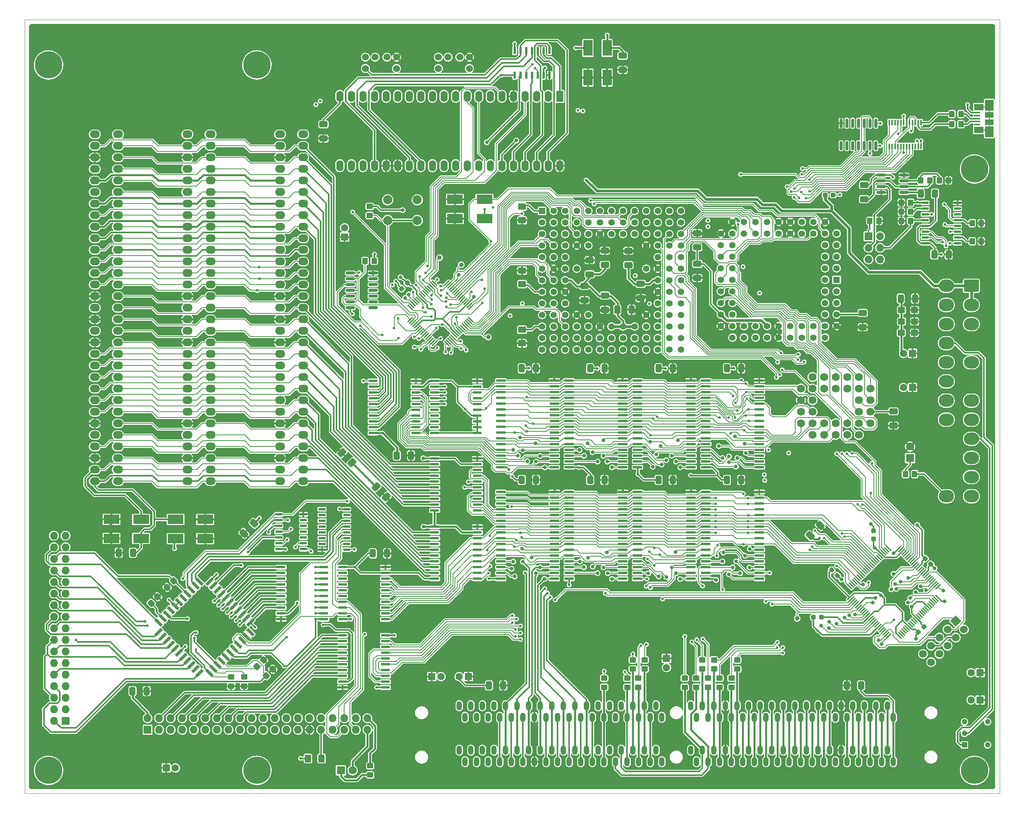
<source format=gbr>
%TF.GenerationSoftware,KiCad,Pcbnew,(5.99.0-9466-g7fda7438f9)*%
%TF.CreationDate,2021-03-26T21:03:58-04:00*%
%TF.ProjectId,C68,4336382e-6b69-4636-9164-5f7063625858,rev?*%
%TF.SameCoordinates,Original*%
%TF.FileFunction,Copper,L1,Top*%
%TF.FilePolarity,Positive*%
%FSLAX46Y46*%
G04 Gerber Fmt 4.6, Leading zero omitted, Abs format (unit mm)*
G04 Created by KiCad (PCBNEW (5.99.0-9466-g7fda7438f9)) date 2021-03-26 21:03:58*
%MOMM*%
%LPD*%
G01*
G04 APERTURE LIST*
G04 Aperture macros list*
%AMRoundRect*
0 Rectangle with rounded corners*
0 $1 Rounding radius*
0 $2 $3 $4 $5 $6 $7 $8 $9 X,Y pos of 4 corners*
0 Add a 4 corners polygon primitive as box body*
4,1,4,$2,$3,$4,$5,$6,$7,$8,$9,$2,$3,0*
0 Add four circle primitives for the rounded corners*
1,1,$1+$1,$2,$3*
1,1,$1+$1,$4,$5*
1,1,$1+$1,$6,$7*
1,1,$1+$1,$8,$9*
0 Add four rect primitives between the rounded corners*
20,1,$1+$1,$2,$3,$4,$5,0*
20,1,$1+$1,$4,$5,$6,$7,0*
20,1,$1+$1,$6,$7,$8,$9,0*
20,1,$1+$1,$8,$9,$2,$3,0*%
%AMHorizOval*
0 Thick line with rounded ends*
0 $1 width*
0 $2 $3 position (X,Y) of the first rounded end (center of the circle)*
0 $4 $5 position (X,Y) of the second rounded end (center of the circle)*
0 Add line between two ends*
20,1,$1,$2,$3,$4,$5,0*
0 Add two circle primitives to create the rounded ends*
1,1,$1,$2,$3*
1,1,$1,$4,$5*%
%AMRotRect*
0 Rectangle, with rotation*
0 The origin of the aperture is its center*
0 $1 length*
0 $2 width*
0 $3 Rotation angle, in degrees counterclockwise*
0 Add horizontal line*
21,1,$1,$2,0,0,$3*%
G04 Aperture macros list end*
%TA.AperFunction,Profile*%
%ADD10C,0.050000*%
%TD*%
%TA.AperFunction,SMDPad,CuDef*%
%ADD11RoundRect,0.250001X-0.462499X-0.624999X0.462499X-0.624999X0.462499X0.624999X-0.462499X0.624999X0*%
%TD*%
%TA.AperFunction,SMDPad,CuDef*%
%ADD12RoundRect,0.250000X0.070711X-0.565685X0.565685X-0.070711X-0.070711X0.565685X-0.565685X0.070711X0*%
%TD*%
%TA.AperFunction,SMDPad,CuDef*%
%ADD13RoundRect,0.250000X-0.070711X0.565685X-0.565685X0.070711X0.070711X-0.565685X0.565685X-0.070711X0*%
%TD*%
%TA.AperFunction,ComponentPad*%
%ADD14C,6.000000*%
%TD*%
%TA.AperFunction,SMDPad,CuDef*%
%ADD15RoundRect,0.250000X-0.650000X0.412500X-0.650000X-0.412500X0.650000X-0.412500X0.650000X0.412500X0*%
%TD*%
%TA.AperFunction,ComponentPad*%
%ADD16R,1.600000X2.400000*%
%TD*%
%TA.AperFunction,ComponentPad*%
%ADD17O,1.600000X2.400000*%
%TD*%
%TA.AperFunction,ComponentPad*%
%ADD18C,1.524000*%
%TD*%
%TA.AperFunction,SMDPad,CuDef*%
%ADD19RoundRect,0.237500X0.300000X0.237500X-0.300000X0.237500X-0.300000X-0.237500X0.300000X-0.237500X0*%
%TD*%
%TA.AperFunction,SMDPad,CuDef*%
%ADD20R,0.600000X1.500000*%
%TD*%
%TA.AperFunction,SMDPad,CuDef*%
%ADD21R,2.000000X3.500000*%
%TD*%
%TA.AperFunction,SMDPad,CuDef*%
%ADD22R,2.000000X0.600000*%
%TD*%
%TA.AperFunction,SMDPad,CuDef*%
%ADD23R,1.950000X0.600000*%
%TD*%
%TA.AperFunction,ComponentPad*%
%ADD24C,1.750000*%
%TD*%
%TA.AperFunction,SMDPad,CuDef*%
%ADD25RoundRect,0.250001X-0.624999X0.462499X-0.624999X-0.462499X0.624999X-0.462499X0.624999X0.462499X0*%
%TD*%
%TA.AperFunction,SMDPad,CuDef*%
%ADD26RoundRect,0.075000X0.415425X0.521491X-0.521491X-0.415425X-0.415425X-0.521491X0.521491X0.415425X0*%
%TD*%
%TA.AperFunction,SMDPad,CuDef*%
%ADD27RoundRect,0.075000X-0.415425X0.521491X-0.521491X0.415425X0.415425X-0.521491X0.521491X-0.415425X0*%
%TD*%
%TA.AperFunction,SMDPad,CuDef*%
%ADD28RoundRect,0.250000X-0.350000X-0.450000X0.350000X-0.450000X0.350000X0.450000X-0.350000X0.450000X0*%
%TD*%
%TA.AperFunction,SMDPad,CuDef*%
%ADD29RoundRect,0.250000X-0.412500X-0.650000X0.412500X-0.650000X0.412500X0.650000X-0.412500X0.650000X0*%
%TD*%
%TA.AperFunction,SMDPad,CuDef*%
%ADD30R,1.500000X0.600000*%
%TD*%
%TA.AperFunction,ComponentPad*%
%ADD31O,2.200000X1.700000*%
%TD*%
%TA.AperFunction,ComponentPad*%
%ADD32R,1.422400X1.422400*%
%TD*%
%TA.AperFunction,ComponentPad*%
%ADD33C,1.422400*%
%TD*%
%TA.AperFunction,SMDPad,CuDef*%
%ADD34R,3.500000X2.000000*%
%TD*%
%TA.AperFunction,SMDPad,CuDef*%
%ADD35RoundRect,0.250000X0.650000X-0.412500X0.650000X0.412500X-0.650000X0.412500X-0.650000X-0.412500X0*%
%TD*%
%TA.AperFunction,ComponentPad*%
%ADD36R,1.397000X1.397000*%
%TD*%
%TA.AperFunction,ComponentPad*%
%ADD37C,1.397000*%
%TD*%
%TA.AperFunction,SMDPad,CuDef*%
%ADD38RoundRect,0.250000X0.412500X0.650000X-0.412500X0.650000X-0.412500X-0.650000X0.412500X-0.650000X0*%
%TD*%
%TA.AperFunction,ComponentPad*%
%ADD39C,2.000000*%
%TD*%
%TA.AperFunction,ComponentPad*%
%ADD40R,1.700000X1.700000*%
%TD*%
%TA.AperFunction,ComponentPad*%
%ADD41O,1.700000X1.700000*%
%TD*%
%TA.AperFunction,SMDPad,CuDef*%
%ADD42RoundRect,0.250000X0.350000X0.450000X-0.350000X0.450000X-0.350000X-0.450000X0.350000X-0.450000X0*%
%TD*%
%TA.AperFunction,SMDPad,CuDef*%
%ADD43RoundRect,0.250001X0.624999X-0.462499X0.624999X0.462499X-0.624999X0.462499X-0.624999X-0.462499X0*%
%TD*%
%TA.AperFunction,ComponentPad*%
%ADD44RoundRect,0.250001X-1.399999X1.099999X-1.399999X-1.099999X1.399999X-1.099999X1.399999X1.099999X0*%
%TD*%
%TA.AperFunction,ComponentPad*%
%ADD45O,3.300000X2.700000*%
%TD*%
%TA.AperFunction,ComponentPad*%
%ADD46R,1.800000X1.800000*%
%TD*%
%TA.AperFunction,ComponentPad*%
%ADD47C,1.800000*%
%TD*%
%TA.AperFunction,ComponentPad*%
%ADD48R,1.727200X1.727200*%
%TD*%
%TA.AperFunction,ComponentPad*%
%ADD49O,1.727200X1.727200*%
%TD*%
%TA.AperFunction,SMDPad,CuDef*%
%ADD50RotRect,0.700000X1.925000X225.000000*%
%TD*%
%TA.AperFunction,SMDPad,CuDef*%
%ADD51RotRect,1.925000X0.700000X225.000000*%
%TD*%
%TA.AperFunction,SMDPad,CuDef*%
%ADD52RoundRect,0.250000X-0.450000X0.350000X-0.450000X-0.350000X0.450000X-0.350000X0.450000X0.350000X0*%
%TD*%
%TA.AperFunction,ComponentPad*%
%ADD53R,1.600000X1.600000*%
%TD*%
%TA.AperFunction,ComponentPad*%
%ADD54C,1.600000*%
%TD*%
%TA.AperFunction,SMDPad,CuDef*%
%ADD55RoundRect,0.250000X0.537500X0.425000X-0.537500X0.425000X-0.537500X-0.425000X0.537500X-0.425000X0*%
%TD*%
%TA.AperFunction,ComponentPad*%
%ADD56C,1.200000*%
%TD*%
%TA.AperFunction,ComponentPad*%
%ADD57R,1.200000X1.200000*%
%TD*%
%TA.AperFunction,SMDPad,CuDef*%
%ADD58RoundRect,0.250000X0.450000X-0.350000X0.450000X0.350000X-0.450000X0.350000X-0.450000X-0.350000X0*%
%TD*%
%TA.AperFunction,SMDPad,CuDef*%
%ADD59RoundRect,0.250000X0.167938X-0.751301X0.751301X-0.167938X-0.167938X0.751301X-0.751301X0.167938X0*%
%TD*%
%TA.AperFunction,SMDPad,CuDef*%
%ADD60RoundRect,0.250000X0.751301X0.167938X0.167938X0.751301X-0.751301X-0.167938X-0.167938X-0.751301X0*%
%TD*%
%TA.AperFunction,SMDPad,CuDef*%
%ADD61RoundRect,0.250000X-0.167938X0.751301X-0.751301X0.167938X0.167938X-0.751301X0.751301X-0.167938X0*%
%TD*%
%TA.AperFunction,SMDPad,CuDef*%
%ADD62RoundRect,0.250000X-0.751301X-0.167938X-0.167938X-0.751301X0.751301X0.167938X0.167938X0.751301X0*%
%TD*%
%TA.AperFunction,SMDPad,CuDef*%
%ADD63RoundRect,0.237500X0.380070X-0.044194X-0.044194X0.380070X-0.380070X0.044194X0.044194X-0.380070X0*%
%TD*%
%TA.AperFunction,SMDPad,CuDef*%
%ADD64RoundRect,0.237500X0.044194X0.380070X-0.380070X-0.044194X-0.044194X-0.380070X0.380070X0.044194X0*%
%TD*%
%TA.AperFunction,SMDPad,CuDef*%
%ADD65RoundRect,0.237500X-0.300000X-0.237500X0.300000X-0.237500X0.300000X0.237500X-0.300000X0.237500X0*%
%TD*%
%TA.AperFunction,SMDPad,CuDef*%
%ADD66RoundRect,0.237500X-0.044194X-0.380070X0.380070X0.044194X0.044194X0.380070X-0.380070X-0.044194X0*%
%TD*%
%TA.AperFunction,SMDPad,CuDef*%
%ADD67RoundRect,0.237500X-0.237500X0.300000X-0.237500X-0.300000X0.237500X-0.300000X0.237500X0.300000X0*%
%TD*%
%TA.AperFunction,ComponentPad*%
%ADD68RotRect,1.700000X1.700000X315.000000*%
%TD*%
%TA.AperFunction,ComponentPad*%
%ADD69HorizOval,1.700000X0.000000X0.000000X0.000000X0.000000X0*%
%TD*%
%TA.AperFunction,SMDPad,CuDef*%
%ADD70RoundRect,0.075000X-0.521491X0.415425X0.415425X-0.521491X0.521491X-0.415425X-0.415425X0.521491X0*%
%TD*%
%TA.AperFunction,SMDPad,CuDef*%
%ADD71RoundRect,0.075000X-0.521491X-0.415425X-0.415425X-0.521491X0.521491X0.415425X0.415425X0.521491X0*%
%TD*%
%TA.AperFunction,ComponentPad*%
%ADD72O,1.200000X2.000000*%
%TD*%
%TA.AperFunction,SMDPad,CuDef*%
%ADD73RoundRect,0.150000X-0.825000X-0.150000X0.825000X-0.150000X0.825000X0.150000X-0.825000X0.150000X0*%
%TD*%
%TA.AperFunction,SMDPad,CuDef*%
%ADD74R,1.380000X0.450000*%
%TD*%
%TA.AperFunction,SMDPad,CuDef*%
%ADD75R,1.900000X1.175000*%
%TD*%
%TA.AperFunction,SMDPad,CuDef*%
%ADD76R,1.900000X2.375000*%
%TD*%
%TA.AperFunction,SMDPad,CuDef*%
%ADD77R,2.100000X1.475000*%
%TD*%
%TA.AperFunction,SMDPad,CuDef*%
%ADD78R,0.400000X1.200000*%
%TD*%
%TA.AperFunction,SMDPad,CuDef*%
%ADD79C,1.000000*%
%TD*%
%TA.AperFunction,SMDPad,CuDef*%
%ADD80RoundRect,0.150000X0.150000X-0.825000X0.150000X0.825000X-0.150000X0.825000X-0.150000X-0.825000X0*%
%TD*%
%TA.AperFunction,ViaPad*%
%ADD81C,0.800000*%
%TD*%
%TA.AperFunction,ViaPad*%
%ADD82C,0.600000*%
%TD*%
%TA.AperFunction,Conductor*%
%ADD83C,0.300000*%
%TD*%
%TA.AperFunction,Conductor*%
%ADD84C,0.600000*%
%TD*%
%TA.AperFunction,Conductor*%
%ADD85C,0.400000*%
%TD*%
%TA.AperFunction,Conductor*%
%ADD86C,0.200000*%
%TD*%
%TA.AperFunction,Conductor*%
%ADD87C,0.800000*%
%TD*%
%TA.AperFunction,Conductor*%
%ADD88C,0.150000*%
%TD*%
G04 APERTURE END LIST*
D10*
X304000000Y-210000000D02*
X90000000Y-210000000D01*
X90000000Y-210000000D02*
X90000000Y-40000000D01*
X304000000Y-40000000D02*
X304000000Y-210000000D01*
X90000000Y-40000000D02*
X304000000Y-40000000D01*
D11*
X152212500Y-202300000D03*
X155187500Y-202300000D03*
D12*
X117792893Y-168207107D03*
X119207107Y-166792893D03*
D13*
X122707107Y-163292893D03*
X121292893Y-164707107D03*
D14*
X140990000Y-204920000D03*
X95270000Y-204920000D03*
X140990000Y-49980000D03*
X298470000Y-204920000D03*
D15*
X155600000Y-63007500D03*
X155600000Y-66132500D03*
D16*
X207460000Y-56870000D03*
D17*
X204920000Y-56870000D03*
X202380000Y-56870000D03*
X199840000Y-56870000D03*
X197300000Y-56870000D03*
X194760000Y-56870000D03*
X192220000Y-56870000D03*
X189680000Y-56870000D03*
X187140000Y-56870000D03*
X184600000Y-56870000D03*
X182060000Y-56870000D03*
X179520000Y-56870000D03*
X176980000Y-56870000D03*
X174440000Y-56870000D03*
X171900000Y-56870000D03*
X169360000Y-56870000D03*
X166820000Y-56870000D03*
X164280000Y-56870000D03*
X161740000Y-56870000D03*
X159200000Y-56870000D03*
X159200000Y-72110000D03*
X161740000Y-72110000D03*
X164280000Y-72110000D03*
X166820000Y-72110000D03*
X169360000Y-72110000D03*
X171900000Y-72110000D03*
X174440000Y-72110000D03*
X176980000Y-72110000D03*
X179520000Y-72110000D03*
X182060000Y-72110000D03*
X184600000Y-72110000D03*
X187140000Y-72110000D03*
X189680000Y-72110000D03*
X192220000Y-72110000D03*
X194760000Y-72110000D03*
X197300000Y-72110000D03*
X199840000Y-72110000D03*
X202380000Y-72110000D03*
X204920000Y-72110000D03*
X207460000Y-72110000D03*
D12*
X141042893Y-182107107D03*
X142457107Y-180692893D03*
D14*
X298470000Y-72840000D03*
X95270000Y-49980000D03*
D18*
X166930000Y-48260000D03*
X169530000Y-48260000D03*
X164830000Y-48260000D03*
X171630000Y-48260000D03*
X164830000Y-50760000D03*
X171630000Y-50760000D03*
X182930000Y-48260000D03*
X185530000Y-48260000D03*
X180830000Y-48260000D03*
X187630000Y-48260000D03*
X180830000Y-50760000D03*
X187630000Y-50760000D03*
D19*
X267432500Y-78570000D03*
X265707500Y-78570000D03*
D20*
X205170000Y-46830000D03*
X203900000Y-46830000D03*
X202630000Y-46830000D03*
X201360000Y-46830000D03*
X200090000Y-46830000D03*
X198820000Y-46830000D03*
X197550000Y-46830000D03*
X197550000Y-52230000D03*
X198820000Y-52230000D03*
X200090000Y-52230000D03*
X201360000Y-52230000D03*
X202630000Y-52230000D03*
X203900000Y-52230000D03*
X205170000Y-52230000D03*
D21*
X217850000Y-52750000D03*
X217850000Y-46250000D03*
X213650000Y-46250000D03*
X213650000Y-52750000D03*
D15*
X217390000Y-100630000D03*
X217390000Y-103755000D03*
D22*
X239510000Y-143785000D03*
X239510000Y-145055000D03*
X239510000Y-146325000D03*
X239510000Y-147595000D03*
X239510000Y-148865000D03*
X239510000Y-150135000D03*
X239510000Y-151405000D03*
X239510000Y-152675000D03*
X239510000Y-153945000D03*
X239510000Y-155215000D03*
X239510000Y-156485000D03*
X239510000Y-157755000D03*
X239510000Y-159025000D03*
X239510000Y-160295000D03*
X239510000Y-161565000D03*
X239510000Y-162835000D03*
X251270000Y-162835000D03*
X251270000Y-161565000D03*
X251270000Y-160295000D03*
X251270000Y-159025000D03*
X251270000Y-157755000D03*
X251270000Y-156485000D03*
X251270000Y-155215000D03*
X251270000Y-153945000D03*
X251270000Y-152675000D03*
X251270000Y-151405000D03*
X251270000Y-150135000D03*
X251270000Y-148865000D03*
X251270000Y-147595000D03*
X251270000Y-146325000D03*
X251270000Y-145055000D03*
X251270000Y-143785000D03*
D23*
X179990000Y-151395000D03*
X179990000Y-152665000D03*
X179990000Y-153935000D03*
X179990000Y-155205000D03*
X179990000Y-156475000D03*
X179990000Y-157745000D03*
X179990000Y-159015000D03*
X179990000Y-160285000D03*
X179990000Y-161555000D03*
X179990000Y-162825000D03*
X189390000Y-162825000D03*
X189390000Y-161555000D03*
X189390000Y-160285000D03*
X189390000Y-159015000D03*
X189390000Y-157745000D03*
X189390000Y-156475000D03*
X189390000Y-155205000D03*
X189390000Y-153935000D03*
X189390000Y-152665000D03*
X189390000Y-151395000D03*
D24*
X262910000Y-123610000D03*
X260370000Y-126150000D03*
X262910000Y-126150000D03*
X260370000Y-128690000D03*
X262910000Y-131230000D03*
X262910000Y-128690000D03*
X265450000Y-131230000D03*
X265450000Y-128690000D03*
X267990000Y-131230000D03*
X267990000Y-128690000D03*
X270530000Y-131230000D03*
X270530000Y-128690000D03*
X273070000Y-131230000D03*
X275610000Y-128690000D03*
X273070000Y-128690000D03*
X275610000Y-126150000D03*
X273070000Y-126150000D03*
X275610000Y-123610000D03*
X273070000Y-123610000D03*
X275610000Y-121070000D03*
X273070000Y-118530000D03*
X273070000Y-121070000D03*
X270530000Y-118530000D03*
X270530000Y-121070000D03*
X267990000Y-118530000D03*
X267990000Y-121070000D03*
X265450000Y-118530000D03*
X265450000Y-121070000D03*
X262910000Y-118530000D03*
X262910000Y-118530000D03*
X260370000Y-121070000D03*
X262910000Y-121070000D03*
X260370000Y-123610000D03*
D15*
X212870000Y-98510000D03*
X212870000Y-101635000D03*
D23*
X179990000Y-136395000D03*
X179990000Y-137665000D03*
X179990000Y-138935000D03*
X179990000Y-140205000D03*
X179990000Y-141475000D03*
X179990000Y-142745000D03*
X179990000Y-144015000D03*
X179990000Y-145285000D03*
X179990000Y-146555000D03*
X179990000Y-147825000D03*
X189390000Y-147825000D03*
X189390000Y-146555000D03*
X189390000Y-145285000D03*
X189390000Y-144015000D03*
X189390000Y-142745000D03*
X189390000Y-141475000D03*
X189390000Y-140205000D03*
X189390000Y-138935000D03*
X189390000Y-137665000D03*
X189390000Y-136395000D03*
D25*
X199190000Y-95135000D03*
X199190000Y-98110000D03*
D26*
X187940625Y-103170660D03*
X187587071Y-102817107D03*
X187233518Y-102463553D03*
X186879964Y-102110000D03*
X186526411Y-101756447D03*
X186172858Y-101402893D03*
X185819304Y-101049340D03*
X185465751Y-100695787D03*
X185112197Y-100342233D03*
X184758644Y-99988680D03*
X184405091Y-99635126D03*
X184051537Y-99281573D03*
X183697984Y-98928020D03*
X183344431Y-98574466D03*
X182990877Y-98220913D03*
X182637324Y-97867359D03*
D27*
X179932640Y-97867359D03*
X179579087Y-98220913D03*
X179225533Y-98574466D03*
X178871980Y-98928020D03*
X178518427Y-99281573D03*
X178164873Y-99635126D03*
X177811320Y-99988680D03*
X177457767Y-100342233D03*
X177104213Y-100695787D03*
X176750660Y-101049340D03*
X176397106Y-101402893D03*
X176043553Y-101756447D03*
X175690000Y-102110000D03*
X175336446Y-102463553D03*
X174982893Y-102817107D03*
X174629339Y-103170660D03*
D26*
X174629339Y-105875344D03*
X174982893Y-106228897D03*
X175336446Y-106582451D03*
X175690000Y-106936004D03*
X176043553Y-107289557D03*
X176397106Y-107643111D03*
X176750660Y-107996664D03*
X177104213Y-108350217D03*
X177457767Y-108703771D03*
X177811320Y-109057324D03*
X178164873Y-109410878D03*
X178518427Y-109764431D03*
X178871980Y-110117984D03*
X179225533Y-110471538D03*
X179579087Y-110825091D03*
X179932640Y-111178645D03*
D27*
X182637324Y-111178645D03*
X182990877Y-110825091D03*
X183344431Y-110471538D03*
X183697984Y-110117984D03*
X184051537Y-109764431D03*
X184405091Y-109410878D03*
X184758644Y-109057324D03*
X185112197Y-108703771D03*
X185465751Y-108350217D03*
X185819304Y-107996664D03*
X186172858Y-107643111D03*
X186526411Y-107289557D03*
X186879964Y-106936004D03*
X187233518Y-106582451D03*
X187587071Y-106228897D03*
X187940625Y-105875344D03*
D22*
X209510000Y-143785000D03*
X209510000Y-145055000D03*
X209510000Y-146325000D03*
X209510000Y-147595000D03*
X209510000Y-148865000D03*
X209510000Y-150135000D03*
X209510000Y-151405000D03*
X209510000Y-152675000D03*
X209510000Y-153945000D03*
X209510000Y-155215000D03*
X209510000Y-156485000D03*
X209510000Y-157755000D03*
X209510000Y-159025000D03*
X209510000Y-160295000D03*
X209510000Y-161565000D03*
X209510000Y-162835000D03*
X221270000Y-162835000D03*
X221270000Y-161565000D03*
X221270000Y-160295000D03*
X221270000Y-159025000D03*
X221270000Y-157755000D03*
X221270000Y-156485000D03*
X221270000Y-155215000D03*
X221270000Y-153945000D03*
X221270000Y-152675000D03*
X221270000Y-151405000D03*
X221270000Y-150135000D03*
X221270000Y-148865000D03*
X221270000Y-147595000D03*
X221270000Y-146325000D03*
X221270000Y-145055000D03*
X221270000Y-143785000D03*
D28*
X282440000Y-84210000D03*
X284440000Y-84210000D03*
D29*
X229140000Y-116610000D03*
X232265000Y-116610000D03*
D30*
X287640000Y-80265000D03*
X287640000Y-81535000D03*
X287640000Y-82805000D03*
X287640000Y-84075000D03*
X287640000Y-85345000D03*
X287640000Y-86615000D03*
X287640000Y-87885000D03*
X287640000Y-89155000D03*
X294740000Y-89155000D03*
X294740000Y-87885000D03*
X294740000Y-86615000D03*
X294740000Y-85345000D03*
X294740000Y-84075000D03*
X294740000Y-82805000D03*
X294740000Y-81535000D03*
X294740000Y-80265000D03*
D31*
X151150000Y-65220000D03*
X151150000Y-67760000D03*
X151150000Y-70300000D03*
X151150000Y-72840000D03*
X151150000Y-75380000D03*
X151150000Y-77920000D03*
X151150000Y-80460000D03*
X151150000Y-83000000D03*
X151150000Y-85540000D03*
X151150000Y-88080000D03*
X151150000Y-90620000D03*
X151150000Y-93160000D03*
X151150000Y-95700000D03*
X151150000Y-98240000D03*
X151150000Y-100780000D03*
X151150000Y-103320000D03*
X151150000Y-105860000D03*
X151150000Y-108400000D03*
X151150000Y-110940000D03*
X151150000Y-113480000D03*
X151150000Y-116020000D03*
X151150000Y-118560000D03*
X151150000Y-121100000D03*
X151150000Y-123640000D03*
X151150000Y-126180000D03*
X151150000Y-128720000D03*
X151150000Y-131260000D03*
X151150000Y-133800000D03*
X151150000Y-136340000D03*
X151150000Y-138880000D03*
X151150000Y-141420000D03*
X146070000Y-65220000D03*
X146070000Y-67760000D03*
X146070000Y-70300000D03*
X146070000Y-72840000D03*
X146070000Y-75380000D03*
X146070000Y-77920000D03*
X146070000Y-80460000D03*
X146070000Y-83000000D03*
X146070000Y-85540000D03*
X146070000Y-88080000D03*
X146070000Y-90620000D03*
X146070000Y-93160000D03*
X146070000Y-95700000D03*
X146070000Y-98240000D03*
X146070000Y-100780000D03*
X146070000Y-103320000D03*
X146070000Y-105860000D03*
X146070000Y-108400000D03*
X146070000Y-110940000D03*
X146070000Y-113480000D03*
X146070000Y-116020000D03*
X146070000Y-118560000D03*
X146070000Y-121100000D03*
X146070000Y-123640000D03*
X146070000Y-126180000D03*
X146070000Y-128720000D03*
X146070000Y-131260000D03*
X146070000Y-133800000D03*
X146070000Y-136340000D03*
X146070000Y-138880000D03*
X146070000Y-141420000D03*
D32*
X268220000Y-97150000D03*
D33*
X265680000Y-97150000D03*
X268220000Y-94610000D03*
X265680000Y-94610000D03*
X268220000Y-92070000D03*
X265680000Y-92070000D03*
X268220000Y-89530000D03*
X265680000Y-89530000D03*
X268220000Y-86990000D03*
X265680000Y-84450000D03*
X265680000Y-86990000D03*
X263140000Y-84450000D03*
X263140000Y-86990000D03*
X260600000Y-84450000D03*
X260600000Y-86990000D03*
X258060000Y-84450000D03*
X258060000Y-86990000D03*
X255520000Y-84450000D03*
X255520000Y-86990000D03*
X252980000Y-84450000D03*
X252980000Y-86990000D03*
X250440000Y-84450000D03*
X250440000Y-86990000D03*
X247900000Y-84450000D03*
X247900000Y-86990000D03*
X245360000Y-84450000D03*
X242820000Y-86990000D03*
X245360000Y-86990000D03*
X242820000Y-89530000D03*
X245360000Y-89530000D03*
X242820000Y-92070000D03*
X245360000Y-92070000D03*
X242820000Y-94610000D03*
X245360000Y-94610000D03*
X242820000Y-97150000D03*
X245360000Y-97150000D03*
X242820000Y-99690000D03*
X245360000Y-99690000D03*
X242820000Y-102230000D03*
X245360000Y-102230000D03*
X242820000Y-104770000D03*
X245360000Y-104770000D03*
X242820000Y-107310000D03*
X245360000Y-109850000D03*
X245360000Y-107310000D03*
X247900000Y-109850000D03*
X247900000Y-107310000D03*
X250440000Y-109850000D03*
X250440000Y-107310000D03*
X252980000Y-109850000D03*
X252980000Y-107310000D03*
X255520000Y-109850000D03*
X255520000Y-107310000D03*
X258060000Y-109850000D03*
X258060000Y-107310000D03*
X260600000Y-109850000D03*
X260600000Y-107310000D03*
X263140000Y-109850000D03*
X263140000Y-107310000D03*
X265680000Y-109850000D03*
X268220000Y-107310000D03*
X265680000Y-107310000D03*
X268220000Y-104770000D03*
X265680000Y-104770000D03*
X268220000Y-102230000D03*
X265680000Y-102230000D03*
X268220000Y-99690000D03*
X265680000Y-99690000D03*
D34*
X109080000Y-153990000D03*
X115580000Y-153990000D03*
X115580000Y-149790000D03*
X109080000Y-149790000D03*
D29*
X199127500Y-141110000D03*
X202252500Y-141110000D03*
D15*
X273920000Y-104450000D03*
X273920000Y-107575000D03*
D35*
X237620000Y-90025000D03*
X237620000Y-86900000D03*
X217350000Y-93880000D03*
X217350000Y-90755000D03*
D22*
X194510000Y-119285000D03*
X194510000Y-120555000D03*
X194510000Y-121825000D03*
X194510000Y-123095000D03*
X194510000Y-124365000D03*
X194510000Y-125635000D03*
X194510000Y-126905000D03*
X194510000Y-128175000D03*
X194510000Y-129445000D03*
X194510000Y-130715000D03*
X194510000Y-131985000D03*
X194510000Y-133255000D03*
X194510000Y-134525000D03*
X194510000Y-135795000D03*
X194510000Y-137065000D03*
X194510000Y-138335000D03*
X206270000Y-138335000D03*
X206270000Y-137065000D03*
X206270000Y-135795000D03*
X206270000Y-134525000D03*
X206270000Y-133255000D03*
X206270000Y-131985000D03*
X206270000Y-130715000D03*
X206270000Y-129445000D03*
X206270000Y-128175000D03*
X206270000Y-126905000D03*
X206270000Y-125635000D03*
X206270000Y-124365000D03*
X206270000Y-123095000D03*
X206270000Y-121825000D03*
X206270000Y-120555000D03*
X206270000Y-119285000D03*
D36*
X203560000Y-82030000D03*
D37*
X206100000Y-82030000D03*
X208640000Y-82030000D03*
X211180000Y-82030000D03*
X213720000Y-82030000D03*
X216260000Y-82030000D03*
X218800000Y-82030000D03*
X221340000Y-82030000D03*
X223880000Y-82030000D03*
X226420000Y-82030000D03*
X228960000Y-82030000D03*
X231500000Y-82030000D03*
X234040000Y-82030000D03*
X203560000Y-84570000D03*
X206100000Y-84570000D03*
X208640000Y-84570000D03*
X211180000Y-84570000D03*
X213720000Y-84570000D03*
X216260000Y-84570000D03*
X218800000Y-84570000D03*
X221340000Y-84570000D03*
X223880000Y-84570000D03*
X226420000Y-84570000D03*
X228960000Y-84570000D03*
X231500000Y-84570000D03*
X234040000Y-84570000D03*
X203560000Y-87110000D03*
X206100000Y-87110000D03*
X208640000Y-87110000D03*
X211180000Y-87110000D03*
X213720000Y-87110000D03*
X216260000Y-87110000D03*
X218800000Y-87110000D03*
X221340000Y-87110000D03*
X223880000Y-87110000D03*
X226420000Y-87110000D03*
X228960000Y-87110000D03*
X231500000Y-87110000D03*
X234040000Y-87110000D03*
X203560000Y-89650000D03*
X206100000Y-89650000D03*
X208640000Y-89650000D03*
X211180000Y-89650000D03*
X213720000Y-89650000D03*
X226420000Y-89650000D03*
X228960000Y-89650000D03*
X231500000Y-89650000D03*
X234040000Y-89650000D03*
X203560000Y-92190000D03*
X206100000Y-92190000D03*
X208640000Y-92190000D03*
X228960000Y-92190000D03*
X231500000Y-92190000D03*
X234040000Y-92190000D03*
X203560000Y-94730000D03*
X206100000Y-94730000D03*
X208640000Y-94730000D03*
X211180000Y-94730000D03*
X226420000Y-94730000D03*
X228960000Y-94730000D03*
X231500000Y-94730000D03*
X234040000Y-94730000D03*
X203560000Y-97270000D03*
X206100000Y-97270000D03*
X208640000Y-97270000D03*
X228960000Y-97270000D03*
X231500000Y-97270000D03*
X234040000Y-97270000D03*
X203560000Y-99810000D03*
X206100000Y-99810000D03*
X208640000Y-99810000D03*
X228960000Y-99810000D03*
X231500000Y-99810000D03*
X234040000Y-99810000D03*
X203560000Y-102350000D03*
X206100000Y-102350000D03*
X208640000Y-102350000D03*
X228960000Y-102350000D03*
X231500000Y-102350000D03*
X234040000Y-102350000D03*
X203560000Y-104890000D03*
X206100000Y-104890000D03*
X208640000Y-104890000D03*
X211180000Y-104890000D03*
X213720000Y-104890000D03*
X226420000Y-104890000D03*
X228960000Y-104890000D03*
X231500000Y-104890000D03*
X234040000Y-104890000D03*
X203560000Y-107430000D03*
X206100000Y-107430000D03*
X208640000Y-107430000D03*
X211180000Y-107430000D03*
X213720000Y-107430000D03*
X216260000Y-107430000D03*
X218800000Y-107430000D03*
X221340000Y-107430000D03*
X223880000Y-107430000D03*
X226420000Y-107430000D03*
X228960000Y-107430000D03*
X231500000Y-107430000D03*
X234040000Y-107430000D03*
X203560000Y-109970000D03*
X206100000Y-109970000D03*
X208640000Y-109970000D03*
X211180000Y-109970000D03*
X213720000Y-109970000D03*
X216260000Y-109970000D03*
X218800000Y-109970000D03*
X221340000Y-109970000D03*
X223880000Y-109970000D03*
X226420000Y-109970000D03*
X228960000Y-109970000D03*
X231500000Y-109970000D03*
X234040000Y-109970000D03*
X203560000Y-112510000D03*
X206100000Y-112510000D03*
X208640000Y-112510000D03*
X211180000Y-112510000D03*
X213720000Y-112510000D03*
X216260000Y-112510000D03*
X218800000Y-112510000D03*
X221340000Y-112510000D03*
X223880000Y-112510000D03*
X226420000Y-112510000D03*
X228960000Y-112510000D03*
X231500000Y-112510000D03*
X234040000Y-112510000D03*
D31*
X130830000Y-65220000D03*
X130830000Y-67760000D03*
X130830000Y-70300000D03*
X130830000Y-72840000D03*
X130830000Y-75380000D03*
X130830000Y-77920000D03*
X130830000Y-80460000D03*
X130830000Y-83000000D03*
X130830000Y-85540000D03*
X130830000Y-88080000D03*
X130830000Y-90620000D03*
X130830000Y-93160000D03*
X130830000Y-95700000D03*
X130830000Y-98240000D03*
X130830000Y-100780000D03*
X130830000Y-103320000D03*
X130830000Y-105860000D03*
X130830000Y-108400000D03*
X130830000Y-110940000D03*
X130830000Y-113480000D03*
X130830000Y-116020000D03*
X130830000Y-118560000D03*
X130830000Y-121100000D03*
X130830000Y-123640000D03*
X130830000Y-126180000D03*
X130830000Y-128720000D03*
X130830000Y-131260000D03*
X130830000Y-133800000D03*
X130830000Y-136340000D03*
X130830000Y-138880000D03*
X130830000Y-141420000D03*
X125750000Y-65220000D03*
X125750000Y-67760000D03*
X125750000Y-70300000D03*
X125750000Y-72840000D03*
X125750000Y-75380000D03*
X125750000Y-77920000D03*
X125750000Y-80460000D03*
X125750000Y-83000000D03*
X125750000Y-85540000D03*
X125750000Y-88080000D03*
X125750000Y-90620000D03*
X125750000Y-93160000D03*
X125750000Y-95700000D03*
X125750000Y-98240000D03*
X125750000Y-100780000D03*
X125750000Y-103320000D03*
X125750000Y-105860000D03*
X125750000Y-108400000D03*
X125750000Y-110940000D03*
X125750000Y-113480000D03*
X125750000Y-116020000D03*
X125750000Y-118560000D03*
X125750000Y-121100000D03*
X125750000Y-123640000D03*
X125750000Y-126180000D03*
X125750000Y-128720000D03*
X125750000Y-131260000D03*
X125750000Y-133800000D03*
X125750000Y-136340000D03*
X125750000Y-138880000D03*
X125750000Y-141420000D03*
D35*
X214030000Y-95980000D03*
X214030000Y-92855000D03*
D29*
X220090000Y-103730000D03*
X223215000Y-103730000D03*
X244140000Y-116610000D03*
X247265000Y-116610000D03*
D15*
X225210000Y-98060000D03*
X225210000Y-101185000D03*
D38*
X113792500Y-157110000D03*
X110667500Y-157110000D03*
D29*
X229140000Y-141110000D03*
X232265000Y-141110000D03*
D22*
X194510000Y-143785000D03*
X194510000Y-145055000D03*
X194510000Y-146325000D03*
X194510000Y-147595000D03*
X194510000Y-148865000D03*
X194510000Y-150135000D03*
X194510000Y-151405000D03*
X194510000Y-152675000D03*
X194510000Y-153945000D03*
X194510000Y-155215000D03*
X194510000Y-156485000D03*
X194510000Y-157755000D03*
X194510000Y-159025000D03*
X194510000Y-160295000D03*
X194510000Y-161565000D03*
X194510000Y-162835000D03*
X206270000Y-162835000D03*
X206270000Y-161565000D03*
X206270000Y-160295000D03*
X206270000Y-159025000D03*
X206270000Y-157755000D03*
X206270000Y-156485000D03*
X206270000Y-155215000D03*
X206270000Y-153945000D03*
X206270000Y-152675000D03*
X206270000Y-151405000D03*
X206270000Y-150135000D03*
X206270000Y-148865000D03*
X206270000Y-147595000D03*
X206270000Y-146325000D03*
X206270000Y-145055000D03*
X206270000Y-143785000D03*
D39*
X169690000Y-79610000D03*
X176190000Y-79610000D03*
X176190000Y-84110000D03*
X169690000Y-84110000D03*
D23*
X166490000Y-119395000D03*
X166490000Y-120665000D03*
X166490000Y-121935000D03*
X166490000Y-123205000D03*
X166490000Y-124475000D03*
X166490000Y-125745000D03*
X166490000Y-127015000D03*
X166490000Y-128285000D03*
X166490000Y-129555000D03*
X166490000Y-130825000D03*
X175890000Y-130825000D03*
X175890000Y-129555000D03*
X175890000Y-128285000D03*
X175890000Y-127015000D03*
X175890000Y-125745000D03*
X175890000Y-124475000D03*
X175890000Y-123205000D03*
X175890000Y-121935000D03*
X175890000Y-120665000D03*
X175890000Y-119395000D03*
D15*
X237640000Y-93650000D03*
X237640000Y-96775000D03*
D22*
X209510000Y-119285000D03*
X209510000Y-120555000D03*
X209510000Y-121825000D03*
X209510000Y-123095000D03*
X209510000Y-124365000D03*
X209510000Y-125635000D03*
X209510000Y-126905000D03*
X209510000Y-128175000D03*
X209510000Y-129445000D03*
X209510000Y-130715000D03*
X209510000Y-131985000D03*
X209510000Y-133255000D03*
X209510000Y-134525000D03*
X209510000Y-135795000D03*
X209510000Y-137065000D03*
X209510000Y-138335000D03*
X221270000Y-138335000D03*
X221270000Y-137065000D03*
X221270000Y-135795000D03*
X221270000Y-134525000D03*
X221270000Y-133255000D03*
X221270000Y-131985000D03*
X221270000Y-130715000D03*
X221270000Y-129445000D03*
X221270000Y-128175000D03*
X221270000Y-126905000D03*
X221270000Y-125635000D03*
X221270000Y-124365000D03*
X221270000Y-123095000D03*
X221270000Y-121825000D03*
X221270000Y-120555000D03*
X221270000Y-119285000D03*
D23*
X179990000Y-119395000D03*
X179990000Y-120665000D03*
X179990000Y-121935000D03*
X179990000Y-123205000D03*
X179990000Y-124475000D03*
X179990000Y-125745000D03*
X179990000Y-127015000D03*
X179990000Y-128285000D03*
X179990000Y-129555000D03*
X179990000Y-130825000D03*
X189390000Y-130825000D03*
X189390000Y-129555000D03*
X189390000Y-128285000D03*
X189390000Y-127015000D03*
X189390000Y-125745000D03*
X189390000Y-124475000D03*
X189390000Y-123205000D03*
X189390000Y-121935000D03*
X189390000Y-120665000D03*
X189390000Y-119395000D03*
D34*
X184440000Y-83710000D03*
X190940000Y-83710000D03*
X190940000Y-79510000D03*
X184440000Y-79510000D03*
D22*
X239510000Y-119285000D03*
X239510000Y-120555000D03*
X239510000Y-121825000D03*
X239510000Y-123095000D03*
X239510000Y-124365000D03*
X239510000Y-125635000D03*
X239510000Y-126905000D03*
X239510000Y-128175000D03*
X239510000Y-129445000D03*
X239510000Y-130715000D03*
X239510000Y-131985000D03*
X239510000Y-133255000D03*
X239510000Y-134525000D03*
X239510000Y-135795000D03*
X239510000Y-137065000D03*
X239510000Y-138335000D03*
X251270000Y-138335000D03*
X251270000Y-137065000D03*
X251270000Y-135795000D03*
X251270000Y-134525000D03*
X251270000Y-133255000D03*
X251270000Y-131985000D03*
X251270000Y-130715000D03*
X251270000Y-129445000D03*
X251270000Y-128175000D03*
X251270000Y-126905000D03*
X251270000Y-125635000D03*
X251270000Y-124365000D03*
X251270000Y-123095000D03*
X251270000Y-121825000D03*
X251270000Y-120555000D03*
X251270000Y-119285000D03*
D31*
X110510000Y-65220000D03*
X110510000Y-67760000D03*
X110510000Y-70300000D03*
X110510000Y-72840000D03*
X110510000Y-75380000D03*
X110510000Y-77920000D03*
X110510000Y-80460000D03*
X110510000Y-83000000D03*
X110510000Y-85540000D03*
X110510000Y-88080000D03*
X110510000Y-90620000D03*
X110510000Y-93160000D03*
X110510000Y-95700000D03*
X110510000Y-98240000D03*
X110510000Y-100780000D03*
X110510000Y-103320000D03*
X110510000Y-105860000D03*
X110510000Y-108400000D03*
X110510000Y-110940000D03*
X110510000Y-113480000D03*
X110510000Y-116020000D03*
X110510000Y-118560000D03*
X110510000Y-121100000D03*
X110510000Y-123640000D03*
X110510000Y-126180000D03*
X110510000Y-128720000D03*
X110510000Y-131260000D03*
X110510000Y-133800000D03*
X110510000Y-136340000D03*
X110510000Y-138880000D03*
X110510000Y-141420000D03*
X105430000Y-65220000D03*
X105430000Y-67760000D03*
X105430000Y-70300000D03*
X105430000Y-72840000D03*
X105430000Y-75380000D03*
X105430000Y-77920000D03*
X105430000Y-80460000D03*
X105430000Y-83000000D03*
X105430000Y-85540000D03*
X105430000Y-88080000D03*
X105430000Y-90620000D03*
X105430000Y-93160000D03*
X105430000Y-95700000D03*
X105430000Y-98240000D03*
X105430000Y-100780000D03*
X105430000Y-103320000D03*
X105430000Y-105860000D03*
X105430000Y-108400000D03*
X105430000Y-110940000D03*
X105430000Y-113480000D03*
X105430000Y-116020000D03*
X105430000Y-118560000D03*
X105430000Y-121100000D03*
X105430000Y-123640000D03*
X105430000Y-126180000D03*
X105430000Y-128720000D03*
X105430000Y-131260000D03*
X105430000Y-133800000D03*
X105430000Y-136340000D03*
X105430000Y-138880000D03*
X105430000Y-141420000D03*
D15*
X280670000Y-126057500D03*
X280670000Y-129182500D03*
D29*
X199127500Y-116610000D03*
X202252500Y-116610000D03*
D40*
X275200000Y-87600000D03*
D41*
X277740000Y-87600000D03*
X275200000Y-90140000D03*
X277740000Y-90140000D03*
X275200000Y-92680000D03*
X277740000Y-92680000D03*
D42*
X299960000Y-84710000D03*
X297960000Y-84710000D03*
D43*
X199190000Y-111110000D03*
X199190000Y-108135000D03*
D29*
X214140000Y-116610000D03*
X217265000Y-116610000D03*
D22*
X224510000Y-143785000D03*
X224510000Y-145055000D03*
X224510000Y-146325000D03*
X224510000Y-147595000D03*
X224510000Y-148865000D03*
X224510000Y-150135000D03*
X224510000Y-151405000D03*
X224510000Y-152675000D03*
X224510000Y-153945000D03*
X224510000Y-155215000D03*
X224510000Y-156485000D03*
X224510000Y-157755000D03*
X224510000Y-159025000D03*
X224510000Y-160295000D03*
X224510000Y-161565000D03*
X224510000Y-162835000D03*
X236270000Y-162835000D03*
X236270000Y-161565000D03*
X236270000Y-160295000D03*
X236270000Y-159025000D03*
X236270000Y-157755000D03*
X236270000Y-156485000D03*
X236270000Y-155215000D03*
X236270000Y-153945000D03*
X236270000Y-152675000D03*
X236270000Y-151405000D03*
X236270000Y-150135000D03*
X236270000Y-148865000D03*
X236270000Y-147595000D03*
X236270000Y-146325000D03*
X236270000Y-145055000D03*
X236270000Y-143785000D03*
D35*
X222520000Y-93930000D03*
X222520000Y-90805000D03*
D29*
X289667500Y-91610000D03*
X292792500Y-91610000D03*
D22*
X224510000Y-119285000D03*
X224510000Y-120555000D03*
X224510000Y-121825000D03*
X224510000Y-123095000D03*
X224510000Y-124365000D03*
X224510000Y-125635000D03*
X224510000Y-126905000D03*
X224510000Y-128175000D03*
X224510000Y-129445000D03*
X224510000Y-130715000D03*
X224510000Y-131985000D03*
X224510000Y-133255000D03*
X224510000Y-134525000D03*
X224510000Y-135795000D03*
X224510000Y-137065000D03*
X224510000Y-138335000D03*
X236270000Y-138335000D03*
X236270000Y-137065000D03*
X236270000Y-135795000D03*
X236270000Y-134525000D03*
X236270000Y-133255000D03*
X236270000Y-131985000D03*
X236270000Y-130715000D03*
X236270000Y-129445000D03*
X236270000Y-128175000D03*
X236270000Y-126905000D03*
X236270000Y-125635000D03*
X236270000Y-124365000D03*
X236270000Y-123095000D03*
X236270000Y-121825000D03*
X236270000Y-120555000D03*
X236270000Y-119285000D03*
D28*
X282440000Y-82210000D03*
X284440000Y-82210000D03*
D29*
X214140000Y-141110000D03*
X217265000Y-141110000D03*
D43*
X199190000Y-84085000D03*
X199190000Y-81110000D03*
D29*
X244140000Y-141110000D03*
X247265000Y-141110000D03*
D44*
X297775000Y-98490000D03*
D45*
X297775000Y-102690000D03*
X297775000Y-106890000D03*
X297775000Y-111090000D03*
X297775000Y-115290000D03*
X297775000Y-119490000D03*
X297775000Y-123690000D03*
X297775000Y-127890000D03*
X297775000Y-132090000D03*
X297775000Y-136290000D03*
X297775000Y-140490000D03*
X297775000Y-144690000D03*
X292275000Y-98490000D03*
X292275000Y-102690000D03*
X292275000Y-106890000D03*
X292275000Y-111090000D03*
X292275000Y-115290000D03*
X292275000Y-119490000D03*
X292275000Y-123690000D03*
X292275000Y-127890000D03*
X292275000Y-132090000D03*
X292275000Y-136290000D03*
X292275000Y-140490000D03*
X292275000Y-144690000D03*
D46*
X284325000Y-136340000D03*
D47*
X284325000Y-133800000D03*
D42*
X285325000Y-139840000D03*
X283325000Y-139840000D03*
D48*
X117000000Y-196000000D03*
D49*
X117000000Y-193460000D03*
X119540000Y-196000000D03*
X119540000Y-193460000D03*
X122080000Y-196000000D03*
X122080000Y-193460000D03*
X124620000Y-196000000D03*
X124620000Y-193460000D03*
X127160000Y-196000000D03*
X127160000Y-193460000D03*
X129700000Y-196000000D03*
X129700000Y-193460000D03*
X132240000Y-196000000D03*
X132240000Y-193460000D03*
X134780000Y-196000000D03*
X134780000Y-193460000D03*
X137320000Y-196000000D03*
X137320000Y-193460000D03*
X139860000Y-196000000D03*
X139860000Y-193460000D03*
X142400000Y-196000000D03*
X142400000Y-193460000D03*
X144940000Y-196000000D03*
X144940000Y-193460000D03*
X147480000Y-196000000D03*
X147480000Y-193460000D03*
X150020000Y-196000000D03*
X150020000Y-193460000D03*
X152560000Y-196000000D03*
X152560000Y-193460000D03*
X155100000Y-196000000D03*
X155100000Y-193460000D03*
X157640000Y-196000000D03*
X157640000Y-193460000D03*
X160180000Y-196000000D03*
X160180000Y-193460000D03*
X162720000Y-196000000D03*
X162720000Y-193460000D03*
X165260000Y-196000000D03*
X165260000Y-193460000D03*
D50*
X135059627Y-179059627D03*
X135957653Y-178161601D03*
X136855678Y-177263576D03*
X137753704Y-176365550D03*
X138651730Y-175467525D03*
X139549755Y-174569499D03*
D51*
X139549755Y-172430501D03*
X138651730Y-171532475D03*
X137753704Y-170634450D03*
X136855678Y-169736424D03*
X135957653Y-168838399D03*
X135059627Y-167940373D03*
X134161601Y-167042347D03*
X133263576Y-166144322D03*
X132365550Y-165246296D03*
X131467525Y-164348270D03*
X130569499Y-163450245D03*
D50*
X128430501Y-163450245D03*
X127532475Y-164348270D03*
X126634450Y-165246296D03*
X125736424Y-166144322D03*
X124838399Y-167042347D03*
X123940373Y-167940373D03*
X123042347Y-168838399D03*
X122144322Y-169736424D03*
X121246296Y-170634450D03*
X120348270Y-171532475D03*
X119450245Y-172430501D03*
D51*
X119450245Y-174569499D03*
X120348270Y-175467525D03*
X121246296Y-176365550D03*
X122144322Y-177263576D03*
X123042347Y-178161601D03*
X123940373Y-179059627D03*
X124838399Y-179957653D03*
X125736424Y-180855678D03*
X126634450Y-181753704D03*
X127532475Y-182651730D03*
X128430501Y-183549755D03*
D50*
X130569499Y-183549755D03*
X131467525Y-182651730D03*
X132365550Y-181753704D03*
X133263576Y-180855678D03*
X134161601Y-179957653D03*
D23*
X155700000Y-171715000D03*
X155700000Y-170445000D03*
X155700000Y-169175000D03*
X155700000Y-167905000D03*
X155700000Y-166635000D03*
X155700000Y-165365000D03*
X155700000Y-164095000D03*
X155700000Y-162825000D03*
X155700000Y-161555000D03*
X155700000Y-160285000D03*
X146300000Y-160285000D03*
X146300000Y-161555000D03*
X146300000Y-162825000D03*
X146300000Y-164095000D03*
X146300000Y-165365000D03*
X146300000Y-166635000D03*
X146300000Y-167905000D03*
X146300000Y-169175000D03*
X146300000Y-170445000D03*
X146300000Y-171715000D03*
X169200000Y-186715000D03*
X169200000Y-185445000D03*
X169200000Y-184175000D03*
X169200000Y-182905000D03*
X169200000Y-181635000D03*
X169200000Y-180365000D03*
X169200000Y-179095000D03*
X169200000Y-177825000D03*
X169200000Y-176555000D03*
X169200000Y-175285000D03*
X159800000Y-175285000D03*
X159800000Y-176555000D03*
X159800000Y-177825000D03*
X159800000Y-179095000D03*
X159800000Y-180365000D03*
X159800000Y-181635000D03*
X159800000Y-182905000D03*
X159800000Y-184175000D03*
X159800000Y-185445000D03*
X159800000Y-186715000D03*
D30*
X145800000Y-148690000D03*
X145800000Y-149960000D03*
X145800000Y-151230000D03*
X145800000Y-152500000D03*
X145800000Y-153770000D03*
X145800000Y-155040000D03*
X145800000Y-156310000D03*
X151200000Y-156310000D03*
X151200000Y-155040000D03*
X151200000Y-153770000D03*
X151200000Y-152500000D03*
X151200000Y-151230000D03*
X151200000Y-149960000D03*
X151200000Y-148690000D03*
D23*
X159800000Y-160285000D03*
X159800000Y-161555000D03*
X159800000Y-162825000D03*
X159800000Y-164095000D03*
X159800000Y-165365000D03*
X159800000Y-166635000D03*
X159800000Y-167905000D03*
X159800000Y-169175000D03*
X159800000Y-170445000D03*
X159800000Y-171715000D03*
X169200000Y-171715000D03*
X169200000Y-170445000D03*
X169200000Y-169175000D03*
X169200000Y-167905000D03*
X169200000Y-166635000D03*
X169200000Y-165365000D03*
X169200000Y-164095000D03*
X169200000Y-162825000D03*
X169200000Y-161555000D03*
X169200000Y-160285000D03*
D48*
X99000000Y-194000000D03*
D49*
X96460000Y-194000000D03*
X99000000Y-191460000D03*
X96460000Y-191460000D03*
X99000000Y-188920000D03*
X96460000Y-188920000D03*
X99000000Y-186380000D03*
X96460000Y-186380000D03*
X99000000Y-183840000D03*
X96460000Y-183840000D03*
X99000000Y-181300000D03*
X96460000Y-181300000D03*
X99000000Y-178760000D03*
X96460000Y-178760000D03*
X99000000Y-176220000D03*
X96460000Y-176220000D03*
X99000000Y-173680000D03*
X96460000Y-173680000D03*
X99000000Y-171140000D03*
X96460000Y-171140000D03*
X99000000Y-168600000D03*
X96460000Y-168600000D03*
X99000000Y-166060000D03*
X96460000Y-166060000D03*
X99000000Y-163520000D03*
X96460000Y-163520000D03*
X99000000Y-160980000D03*
X96460000Y-160980000D03*
X99000000Y-158440000D03*
X96460000Y-158440000D03*
X99000000Y-155900000D03*
X96460000Y-155900000D03*
X99000000Y-153360000D03*
X96460000Y-153360000D03*
D52*
X165750000Y-81050000D03*
X165750000Y-83050000D03*
D53*
X187380000Y-184320000D03*
D54*
X185380000Y-184320000D03*
D53*
X230880000Y-180320000D03*
D54*
X230880000Y-182320000D03*
D53*
X299710000Y-183440000D03*
D54*
X297710000Y-183440000D03*
D53*
X179380000Y-184320000D03*
D54*
X181380000Y-184320000D03*
D53*
X284880000Y-120820000D03*
D54*
X282880000Y-120820000D03*
D53*
X284880000Y-113320000D03*
D54*
X282880000Y-113320000D03*
D53*
X160250000Y-87750000D03*
D54*
X160250000Y-85750000D03*
D55*
X285317500Y-103820000D03*
X282442500Y-103820000D03*
X285255000Y-108820000D03*
X282380000Y-108820000D03*
X285317500Y-106320000D03*
X282442500Y-106320000D03*
D53*
X299710000Y-189440000D03*
D54*
X297710000Y-189440000D03*
D56*
X301330000Y-194240000D03*
X301330000Y-199320000D03*
D57*
X296250000Y-199320000D03*
D56*
X296250000Y-196780000D03*
X296250000Y-194240000D03*
D58*
X241300000Y-182650000D03*
X241300000Y-180650000D03*
X242500000Y-186650000D03*
X242500000Y-184650000D03*
X224700000Y-186650000D03*
X224700000Y-184650000D03*
X226100000Y-182650000D03*
X226100000Y-180650000D03*
X217200000Y-186650000D03*
X217200000Y-184650000D03*
X245150000Y-186650000D03*
X245150000Y-184650000D03*
X246400000Y-182650000D03*
X246400000Y-180650000D03*
X237400000Y-186650000D03*
X237400000Y-184650000D03*
X234900000Y-186650000D03*
X234900000Y-184650000D03*
X240000000Y-186650000D03*
X240000000Y-184650000D03*
X238700000Y-182650000D03*
X238700000Y-180650000D03*
X222300000Y-186650000D03*
X222300000Y-184650000D03*
X223500000Y-182650000D03*
X223500000Y-180650000D03*
D34*
X129650000Y-149800000D03*
X123150000Y-149800000D03*
X123150000Y-154000000D03*
X129650000Y-154000000D03*
D12*
X143042893Y-184107107D03*
X144457107Y-182692893D03*
D52*
X138180497Y-184410688D03*
X138180497Y-186410688D03*
X135352070Y-184410688D03*
X135352070Y-186410688D03*
D29*
X113687500Y-187500000D03*
X116812500Y-187500000D03*
X171687500Y-135750000D03*
X174812500Y-135750000D03*
D59*
X262395146Y-153354854D03*
X264604854Y-151145146D03*
D60*
X161854854Y-137354854D03*
X159645146Y-135145146D03*
D61*
X140354854Y-150645146D03*
X138145146Y-152854854D03*
D62*
X167145146Y-142645146D03*
X169354854Y-144854854D03*
D29*
X166437500Y-157250000D03*
X169562500Y-157250000D03*
D53*
X121100000Y-204400000D03*
D54*
X123100000Y-204400000D03*
D30*
X160700000Y-156445000D03*
X160700000Y-155175000D03*
X160700000Y-153905000D03*
X160700000Y-152635000D03*
X160700000Y-151365000D03*
X160700000Y-150095000D03*
X160700000Y-148825000D03*
X160700000Y-147555000D03*
X155300000Y-147555000D03*
X155300000Y-148825000D03*
X155300000Y-150095000D03*
X155300000Y-151365000D03*
X155300000Y-152635000D03*
X155300000Y-153905000D03*
X155300000Y-155175000D03*
X155300000Y-156445000D03*
D15*
X221250000Y-47937500D03*
X221250000Y-51062500D03*
D28*
X282415000Y-80210000D03*
X284415000Y-80210000D03*
D63*
X288859880Y-159609880D03*
X287640120Y-158390120D03*
D64*
X287359880Y-173390120D03*
X286140120Y-174609880D03*
D63*
X268359880Y-162109880D03*
X267140120Y-160890120D03*
D65*
X263137500Y-171250000D03*
X264862500Y-171250000D03*
D66*
X172790120Y-99109880D03*
X174009880Y-97890120D03*
D67*
X276300000Y-152337500D03*
X276300000Y-154062500D03*
D68*
X294350000Y-172150000D03*
D69*
X296146051Y-173946051D03*
X292553949Y-173946051D03*
X294350000Y-175742102D03*
X290757898Y-175742102D03*
X292553949Y-177538154D03*
X288961846Y-177538154D03*
X290757898Y-179334205D03*
X287165795Y-179334205D03*
X288961846Y-181130256D03*
D29*
X191925000Y-186250000D03*
X195050000Y-186250000D03*
D38*
X273562500Y-186250000D03*
X270437500Y-186250000D03*
D70*
X279574435Y-156089154D03*
X279220882Y-156442707D03*
X278867328Y-156796260D03*
X278513775Y-157149814D03*
X278160221Y-157503367D03*
X277806668Y-157856921D03*
X277453115Y-158210474D03*
X277099561Y-158564027D03*
X276746008Y-158917581D03*
X276392454Y-159271134D03*
X276038901Y-159624688D03*
X275685348Y-159978241D03*
X275331794Y-160331794D03*
X274978241Y-160685348D03*
X274624688Y-161038901D03*
X274271134Y-161392454D03*
X273917581Y-161746008D03*
X273564027Y-162099561D03*
X273210474Y-162453115D03*
X272856921Y-162806668D03*
X272503367Y-163160221D03*
X272149814Y-163513775D03*
X271796260Y-163867328D03*
X271442707Y-164220882D03*
X271089154Y-164574435D03*
D71*
X271089154Y-166925565D03*
X271442707Y-167279118D03*
X271796260Y-167632672D03*
X272149814Y-167986225D03*
X272503367Y-168339779D03*
X272856921Y-168693332D03*
X273210474Y-169046885D03*
X273564027Y-169400439D03*
X273917581Y-169753992D03*
X274271134Y-170107546D03*
X274624688Y-170461099D03*
X274978241Y-170814652D03*
X275331794Y-171168206D03*
X275685348Y-171521759D03*
X276038901Y-171875312D03*
X276392454Y-172228866D03*
X276746008Y-172582419D03*
X277099561Y-172935973D03*
X277453115Y-173289526D03*
X277806668Y-173643079D03*
X278160221Y-173996633D03*
X278513775Y-174350186D03*
X278867328Y-174703740D03*
X279220882Y-175057293D03*
X279574435Y-175410846D03*
D70*
X281925565Y-175410846D03*
X282279118Y-175057293D03*
X282632672Y-174703740D03*
X282986225Y-174350186D03*
X283339779Y-173996633D03*
X283693332Y-173643079D03*
X284046885Y-173289526D03*
X284400439Y-172935973D03*
X284753992Y-172582419D03*
X285107546Y-172228866D03*
X285461099Y-171875312D03*
X285814652Y-171521759D03*
X286168206Y-171168206D03*
X286521759Y-170814652D03*
X286875312Y-170461099D03*
X287228866Y-170107546D03*
X287582419Y-169753992D03*
X287935973Y-169400439D03*
X288289526Y-169046885D03*
X288643079Y-168693332D03*
X288996633Y-168339779D03*
X289350186Y-167986225D03*
X289703740Y-167632672D03*
X290057293Y-167279118D03*
X290410846Y-166925565D03*
D71*
X290410846Y-164574435D03*
X290057293Y-164220882D03*
X289703740Y-163867328D03*
X289350186Y-163513775D03*
X288996633Y-163160221D03*
X288643079Y-162806668D03*
X288289526Y-162453115D03*
X287935973Y-162099561D03*
X287582419Y-161746008D03*
X287228866Y-161392454D03*
X286875312Y-161038901D03*
X286521759Y-160685348D03*
X286168206Y-160331794D03*
X285814652Y-159978241D03*
X285461099Y-159624688D03*
X285107546Y-159271134D03*
X284753992Y-158917581D03*
X284400439Y-158564027D03*
X284046885Y-158210474D03*
X283693332Y-157856921D03*
X283339779Y-157503367D03*
X282986225Y-157149814D03*
X282632672Y-156796260D03*
X282279118Y-156442707D03*
X281925565Y-156089154D03*
D72*
X280652000Y-203016000D03*
X279382000Y-200476000D03*
X278112000Y-203016000D03*
X276842000Y-200476000D03*
X275572000Y-203016000D03*
X274302000Y-200476000D03*
X273032000Y-203016000D03*
X271762000Y-200476000D03*
X270492000Y-203016000D03*
X269222000Y-200476000D03*
X267952000Y-203016000D03*
X266682000Y-200476000D03*
X265412000Y-203016000D03*
X264142000Y-200476000D03*
X262872000Y-203016000D03*
X261602000Y-200476000D03*
X260332000Y-203016000D03*
X259062000Y-200476000D03*
X257792000Y-203016000D03*
X256522000Y-200476000D03*
X255252000Y-203016000D03*
X253982000Y-200476000D03*
X252712000Y-203016000D03*
X251442000Y-200476000D03*
X250172000Y-203016000D03*
X248902000Y-200476000D03*
X247632000Y-203016000D03*
X246362000Y-200476000D03*
X245092000Y-203016000D03*
X243822000Y-200476000D03*
X242552000Y-203016000D03*
X241282000Y-200476000D03*
X240012000Y-203016000D03*
X238742000Y-200476000D03*
X237472000Y-203016000D03*
X236202000Y-200476000D03*
X229852000Y-203016000D03*
X228582000Y-200476000D03*
X227312000Y-203016000D03*
X226042000Y-200476000D03*
X224772000Y-203016000D03*
X223502000Y-200476000D03*
X222232000Y-203016000D03*
X220962000Y-200476000D03*
X219692000Y-203016000D03*
X218422000Y-200476000D03*
X217152000Y-203016000D03*
X215882000Y-200476000D03*
X214612000Y-203016000D03*
X213342000Y-200476000D03*
X212072000Y-203016000D03*
X210802000Y-200476000D03*
X209532000Y-203016000D03*
X208262000Y-200476000D03*
X206992000Y-203016000D03*
X205722000Y-200476000D03*
X204452000Y-203016000D03*
X203182000Y-200476000D03*
X201912000Y-203016000D03*
X200642000Y-200476000D03*
X199372000Y-203016000D03*
X198102000Y-200476000D03*
X196832000Y-203016000D03*
X195562000Y-200476000D03*
X194292000Y-203016000D03*
X193022000Y-200476000D03*
X191752000Y-203016000D03*
X190482000Y-200476000D03*
X189212000Y-203016000D03*
X187942000Y-200476000D03*
X186672000Y-203016000D03*
X185402000Y-200476000D03*
X280652000Y-193266000D03*
X279382000Y-190726000D03*
X278112000Y-193266000D03*
X276842000Y-190726000D03*
X275572000Y-193266000D03*
X274302000Y-190726000D03*
X273032000Y-193266000D03*
X271762000Y-190726000D03*
X270492000Y-193266000D03*
X269222000Y-190726000D03*
X267952000Y-193266000D03*
X266682000Y-190726000D03*
X265412000Y-193266000D03*
X264142000Y-190726000D03*
X262872000Y-193266000D03*
X261602000Y-190726000D03*
X260332000Y-193266000D03*
X259062000Y-190726000D03*
X257792000Y-193266000D03*
X256522000Y-190726000D03*
X255252000Y-193266000D03*
X253982000Y-190726000D03*
X252712000Y-193266000D03*
X251442000Y-190726000D03*
X250172000Y-193266000D03*
X248902000Y-190726000D03*
X247632000Y-193266000D03*
X246362000Y-190726000D03*
X245092000Y-193266000D03*
X243822000Y-190726000D03*
X242552000Y-193266000D03*
X241282000Y-190726000D03*
X240012000Y-193266000D03*
X238742000Y-190726000D03*
X237472000Y-193266000D03*
X236202000Y-190726000D03*
X229852000Y-193266000D03*
X228582000Y-190726000D03*
X227312000Y-193266000D03*
X226042000Y-190726000D03*
X224772000Y-193266000D03*
X223502000Y-190726000D03*
X222232000Y-193266000D03*
X220962000Y-190726000D03*
X219692000Y-193266000D03*
X218422000Y-190726000D03*
X217152000Y-193266000D03*
X215882000Y-190726000D03*
X214612000Y-193266000D03*
X213342000Y-190726000D03*
X212072000Y-193266000D03*
X210802000Y-190726000D03*
X209532000Y-193266000D03*
X208262000Y-190726000D03*
X206992000Y-193266000D03*
X205722000Y-190726000D03*
X204452000Y-193266000D03*
X203182000Y-190726000D03*
X201912000Y-193266000D03*
X200642000Y-190726000D03*
X199372000Y-193266000D03*
X198102000Y-190726000D03*
X196832000Y-193266000D03*
X195562000Y-190726000D03*
X194292000Y-193266000D03*
X193022000Y-190726000D03*
X191752000Y-193266000D03*
X190482000Y-190726000D03*
X189212000Y-193266000D03*
X187942000Y-190726000D03*
X186672000Y-193266000D03*
X185402000Y-190726000D03*
D46*
X159450000Y-204900000D03*
D47*
X161990000Y-204900000D03*
D52*
X165850000Y-203900000D03*
X165850000Y-205900000D03*
D73*
X278025000Y-74185000D03*
X278025000Y-75455000D03*
X278025000Y-76725000D03*
X278025000Y-77995000D03*
X282975000Y-77995000D03*
X282975000Y-76725000D03*
X282975000Y-75455000D03*
X282975000Y-74185000D03*
D42*
X288650000Y-75340000D03*
X286650000Y-75340000D03*
D28*
X290750000Y-75340000D03*
X292750000Y-75340000D03*
D38*
X289812500Y-78240000D03*
X286687500Y-78240000D03*
D15*
X274250000Y-76327500D03*
X274250000Y-79452500D03*
D42*
X277500000Y-84200000D03*
X275500000Y-84200000D03*
D29*
X282287500Y-101300000D03*
X285412500Y-101300000D03*
D42*
X299970000Y-88710000D03*
X297970000Y-88710000D03*
D74*
X299040000Y-63050000D03*
X299040000Y-62400000D03*
X299040000Y-61750000D03*
X299040000Y-61100000D03*
X299040000Y-60450000D03*
D75*
X301700000Y-62590000D03*
D76*
X301700000Y-64660000D03*
D77*
X299400000Y-59287500D03*
D75*
X301700000Y-60910000D03*
D77*
X299400000Y-64212500D03*
D76*
X301700000Y-58840000D03*
D42*
X166750000Y-93000000D03*
X164750000Y-93000000D03*
D28*
X293500000Y-60750000D03*
X295500000Y-60750000D03*
D78*
X279757500Y-67850000D03*
X280392500Y-67850000D03*
X281027500Y-67850000D03*
X281662500Y-67850000D03*
X282297500Y-67850000D03*
X282932500Y-67850000D03*
X283567500Y-67850000D03*
X284202500Y-67850000D03*
X284837500Y-67850000D03*
X285472500Y-67850000D03*
X286107500Y-67850000D03*
X286742500Y-67850000D03*
X286742500Y-62650000D03*
X286107500Y-62650000D03*
X285472500Y-62650000D03*
X284837500Y-62650000D03*
X284202500Y-62650000D03*
X283567500Y-62650000D03*
X282932500Y-62650000D03*
X282297500Y-62650000D03*
X281662500Y-62650000D03*
X281027500Y-62650000D03*
X280392500Y-62650000D03*
X279757500Y-62650000D03*
D28*
X293500000Y-63000000D03*
X295500000Y-63000000D03*
D79*
X185850000Y-93850000D03*
X181100000Y-92300000D03*
X259550000Y-171550000D03*
X191800000Y-109750000D03*
D73*
X161525000Y-95690000D03*
X161525000Y-96960000D03*
X161525000Y-98230000D03*
X161525000Y-99500000D03*
X161525000Y-100770000D03*
X161525000Y-102040000D03*
X161525000Y-103310000D03*
X166475000Y-103310000D03*
X166475000Y-102040000D03*
X166475000Y-100770000D03*
X166475000Y-99500000D03*
X166475000Y-98230000D03*
X166475000Y-96960000D03*
X166475000Y-95690000D03*
D80*
X269190000Y-67725000D03*
X270460000Y-67725000D03*
X271730000Y-67725000D03*
X273000000Y-67725000D03*
X274270000Y-67725000D03*
X275540000Y-67725000D03*
X276810000Y-67725000D03*
X276810000Y-62775000D03*
X275540000Y-62775000D03*
X274270000Y-62775000D03*
X273000000Y-62775000D03*
X271730000Y-62775000D03*
X270460000Y-62775000D03*
X269190000Y-62775000D03*
D81*
X241780000Y-163100000D03*
X177570000Y-151380000D03*
X177510000Y-136360000D03*
D82*
X191900000Y-162825000D03*
D81*
X276725000Y-167000000D03*
D82*
X171170000Y-175260000D03*
D81*
X269250000Y-163000000D03*
D82*
X280550000Y-74640000D03*
X268950000Y-78450000D03*
X150580000Y-202280000D03*
X132125000Y-161900000D03*
X197550000Y-45325000D03*
X196325000Y-138850000D03*
X296950000Y-58700000D03*
X215725000Y-116625000D03*
X209500000Y-164175000D03*
X153840000Y-160290000D03*
X200700000Y-116600000D03*
X162490000Y-160285000D03*
X190940000Y-81720000D03*
X277725000Y-67725000D03*
X239950000Y-85470000D03*
X176700000Y-96400000D03*
D81*
X274050000Y-164100000D03*
D82*
X264050000Y-174200000D03*
X291225000Y-91625000D03*
X245650000Y-116600000D03*
X147275000Y-156325000D03*
X211625000Y-138375000D03*
X230700000Y-116625000D03*
X282950000Y-61200000D03*
X226580000Y-162860000D03*
X125300000Y-177700000D03*
X141500000Y-149500000D03*
X171500000Y-97450000D03*
D81*
X185300000Y-96100000D03*
X275700000Y-150800000D03*
D82*
X161950000Y-104650000D03*
X161590000Y-171710000D03*
X168575000Y-130825000D03*
X165625000Y-141125000D03*
X217850000Y-43400000D03*
D81*
X284700000Y-168950000D03*
D82*
X181625000Y-106975000D03*
D81*
X291900000Y-167800000D03*
D82*
X121700000Y-167475000D03*
X264450000Y-153950000D03*
X236150000Y-140075000D03*
X197025000Y-140350000D03*
X159100000Y-147500000D03*
X186675000Y-125575000D03*
X224600000Y-139850000D03*
D81*
X289700000Y-160500000D03*
X280750000Y-157200000D03*
D82*
X239950000Y-84120000D03*
X282930000Y-69250000D03*
X155600000Y-67600000D03*
D81*
X206260000Y-142730000D03*
X173690000Y-119360000D03*
X218690000Y-118100000D03*
D82*
X108740000Y-151710000D03*
X197190000Y-84110000D03*
D81*
X203690000Y-118100000D03*
D82*
X197190000Y-95110000D03*
X197310000Y-111140000D03*
D81*
X189390000Y-149910000D03*
X221290000Y-142730000D03*
X236280000Y-142730000D03*
X233690000Y-118100000D03*
X187190000Y-136360000D03*
D82*
X184420000Y-81620000D03*
X239300000Y-96740000D03*
D81*
X270240000Y-141120000D03*
X272260000Y-141120000D03*
X241500000Y-169750000D03*
X278560000Y-135670000D03*
X266750000Y-167000000D03*
X278560000Y-137980000D03*
X257250000Y-170250000D03*
X280000000Y-97200000D03*
X278500000Y-98700000D03*
X283300000Y-94000000D03*
X284800000Y-92500000D03*
D82*
X205175000Y-50625000D03*
D81*
X256710000Y-159400000D03*
D82*
X299975000Y-90350000D03*
D81*
X213000000Y-169750000D03*
D82*
X158500000Y-134000000D03*
D81*
X143815000Y-172925000D03*
X166960000Y-160280000D03*
D82*
X210500000Y-71000000D03*
D81*
X245075000Y-77250000D03*
X265650000Y-152300000D03*
X213500000Y-172500000D03*
D82*
X206750000Y-69000000D03*
D81*
X266750000Y-165500000D03*
X283500000Y-98700000D03*
X208360000Y-179610000D03*
X285000000Y-97200000D03*
X255750000Y-169250000D03*
X122370000Y-188340000D03*
D82*
X208750000Y-69000000D03*
X209500000Y-71000000D03*
D81*
X179910000Y-114650000D03*
X210250000Y-173250000D03*
D82*
X211500000Y-71000000D03*
D81*
X258350000Y-152050000D03*
X182460000Y-117080000D03*
D82*
X170500000Y-146000000D03*
D81*
X280500000Y-83000000D03*
X212000000Y-175750000D03*
D82*
X211100000Y-52200000D03*
X207750000Y-69000000D03*
X120237500Y-165762500D03*
D81*
X123620000Y-187090000D03*
X238750000Y-169750000D03*
X206170000Y-176670000D03*
X254970000Y-157830000D03*
X209030000Y-176740000D03*
X217000000Y-171000000D03*
X245270000Y-169000000D03*
X277750000Y-79250000D03*
X244000000Y-170250000D03*
X181250000Y-115750000D03*
D82*
X215262500Y-77237500D03*
X166800000Y-91550000D03*
X213250000Y-75225000D03*
D81*
X172525000Y-96575000D03*
X285900000Y-151000000D03*
X285600000Y-176000000D03*
X172990000Y-81870000D03*
X188625000Y-100875000D03*
X277925000Y-166400000D03*
D82*
X214287500Y-76262500D03*
D81*
X276600000Y-156000000D03*
D82*
X244600000Y-127450000D03*
X241655000Y-150165000D03*
X245910000Y-127410000D03*
X241655000Y-148895000D03*
X248800000Y-150155000D03*
X248880000Y-125640000D03*
X248830000Y-151425000D03*
X248300000Y-126970000D03*
X247940000Y-130240000D03*
X247760000Y-155255000D03*
X191525000Y-156550000D03*
X186600000Y-142750000D03*
X227350000Y-131275000D03*
X248940000Y-128190000D03*
X248780000Y-152695000D03*
X227925000Y-127700000D03*
X187425000Y-141525000D03*
X192175000Y-153375000D03*
X181375000Y-99500000D03*
X255260000Y-115230000D03*
X192300000Y-88700000D03*
X275250000Y-163650000D03*
X215000000Y-80500000D03*
X214250000Y-79750000D03*
X181275000Y-98500000D03*
X191000000Y-99125000D03*
X188125000Y-99825000D03*
X182550000Y-103100000D03*
X181425000Y-100625000D03*
X183550000Y-102600000D03*
X170700000Y-98300000D03*
X256270000Y-116960000D03*
X149450000Y-155850000D03*
X147510000Y-175670000D03*
X184825000Y-105400000D03*
X211450000Y-59925000D03*
X260550000Y-73975000D03*
X270000000Y-153600000D03*
X247320000Y-119210000D03*
X247740000Y-144140000D03*
X269350000Y-152900000D03*
X246040000Y-124150000D03*
X241655000Y-145085000D03*
X273850000Y-146550000D03*
X248790000Y-146345000D03*
X248340000Y-121835000D03*
X191290000Y-125410000D03*
X245470000Y-122660000D03*
X241655000Y-146355000D03*
X275675000Y-144000000D03*
X180550000Y-97125000D03*
D81*
X228640000Y-135540000D03*
D82*
X228190000Y-159880000D03*
X226730000Y-158510000D03*
X248320000Y-119930000D03*
X248790000Y-145075000D03*
X246450000Y-125900000D03*
X241655000Y-147625000D03*
X275930000Y-137480000D03*
D81*
X227880000Y-138220000D03*
X226890000Y-161610000D03*
X232960000Y-137090000D03*
X232940000Y-161600000D03*
D82*
X227320000Y-164780000D03*
D81*
X229560000Y-133660000D03*
D82*
X229400000Y-157570000D03*
X227100000Y-156900000D03*
X248850000Y-148885000D03*
X248570000Y-123290000D03*
D81*
X248280000Y-135170000D03*
X249090000Y-160340000D03*
X248000000Y-133190000D03*
X248110000Y-157780000D03*
D82*
X241940000Y-157790000D03*
D81*
X229160000Y-162320000D03*
X229820000Y-137750000D03*
X231990000Y-160340000D03*
X232020000Y-135830000D03*
D82*
X226410000Y-164440000D03*
X182490000Y-101930000D03*
X199250000Y-102350000D03*
X224025000Y-96250000D03*
D81*
X276100000Y-168075000D03*
D82*
X124730000Y-162780000D03*
X284575000Y-64475000D03*
X255960000Y-113230000D03*
X177500000Y-97200000D03*
X160850000Y-145800000D03*
X179340000Y-101470000D03*
X196550000Y-105025000D03*
X227100000Y-102400000D03*
D81*
X245400000Y-160310000D03*
X244590000Y-135970000D03*
D82*
X238770000Y-164410000D03*
D81*
X246170000Y-158980000D03*
X246400000Y-136290000D03*
D82*
X253530000Y-161530000D03*
D81*
X242370000Y-133690000D03*
X243350000Y-157070000D03*
X233880000Y-138350000D03*
X233860000Y-162870000D03*
D82*
X246620000Y-85010000D03*
D81*
X243170000Y-136290000D03*
X243160000Y-159020000D03*
X247040000Y-161630000D03*
X246120000Y-138180000D03*
D82*
X243170000Y-165170000D03*
D81*
X244550000Y-137210000D03*
X244550000Y-161840000D03*
X230820000Y-136770000D03*
X230850000Y-162440000D03*
D82*
X184425000Y-106800000D03*
X200200000Y-122880000D03*
X181325000Y-110050000D03*
X200040000Y-129170000D03*
X180575000Y-112125000D03*
X176970000Y-112440000D03*
X196900000Y-146990000D03*
X199070000Y-153770000D03*
X175530000Y-111910000D03*
X180400000Y-107750000D03*
X162000000Y-82250000D03*
X179240000Y-102510000D03*
X177380000Y-103240000D03*
X178000000Y-104270000D03*
X171100000Y-107740000D03*
X179270000Y-105250000D03*
X172030000Y-105630000D03*
X182200000Y-124440000D03*
X141090000Y-99510000D03*
X182200000Y-123170000D03*
X141640000Y-96950000D03*
X182220000Y-121920000D03*
X141480000Y-94400000D03*
X182220000Y-120640000D03*
X164350000Y-119400000D03*
X175925000Y-98325000D03*
X212525000Y-60075000D03*
X167280000Y-186700000D03*
X152900000Y-156800000D03*
X178000000Y-95650000D03*
X153920000Y-171700000D03*
X260725000Y-72750000D03*
X147010000Y-181990000D03*
X194675000Y-52200000D03*
X200625000Y-49125000D03*
X261090000Y-115200000D03*
X292200000Y-89750000D03*
X259690000Y-114700000D03*
X291475000Y-88925000D03*
X259840000Y-113550000D03*
X293075000Y-89125000D03*
X202025000Y-50725000D03*
X285990000Y-80180000D03*
X201480000Y-49875000D03*
X291850000Y-80600000D03*
X199160000Y-82610000D03*
D81*
X245930000Y-131580000D03*
X249120000Y-156270000D03*
D82*
X186930000Y-112620000D03*
X252700000Y-167770000D03*
D81*
X233380000Y-132400000D03*
X232880000Y-156940000D03*
D82*
X230030000Y-167310000D03*
X185825000Y-112225000D03*
D81*
X199140000Y-156170000D03*
X198750000Y-131770000D03*
D82*
X206490000Y-167470000D03*
X182400000Y-113050000D03*
D81*
X217770000Y-157040000D03*
X217020000Y-132440000D03*
D82*
X183625000Y-113175000D03*
X217440000Y-166000000D03*
D81*
X191450000Y-66950000D03*
X197925000Y-66575000D03*
D82*
X204160000Y-50610000D03*
X210950000Y-46250000D03*
D81*
X283850000Y-168050000D03*
X284350000Y-167050000D03*
X291650000Y-165400000D03*
X285550000Y-165800000D03*
X287850000Y-165300000D03*
X286650000Y-164500000D03*
X281290000Y-165050000D03*
X281070000Y-163990000D03*
D82*
X256375000Y-179125000D03*
D81*
X283970000Y-162640000D03*
D82*
X255175000Y-177975000D03*
D81*
X280690000Y-161750000D03*
D82*
X255212500Y-176787500D03*
D81*
X280210000Y-165180000D03*
X282220000Y-163440000D03*
D82*
X256387500Y-177937500D03*
D81*
X272250000Y-170650000D03*
D82*
X217200000Y-183125000D03*
X226475000Y-177250000D03*
D81*
X266600000Y-172300000D03*
D82*
X225250000Y-177550000D03*
D81*
X268200000Y-172700000D03*
X269950000Y-171350000D03*
D82*
X223500000Y-179350000D03*
X221775000Y-183325000D03*
D81*
X271000000Y-170850000D03*
X277375000Y-176375000D03*
D82*
X237525000Y-176225000D03*
X238875000Y-176075000D03*
D81*
X278050000Y-177225000D03*
D82*
X234875000Y-175475000D03*
D81*
X266500000Y-173600000D03*
X264800000Y-173100000D03*
D82*
X236450000Y-176725000D03*
X262850000Y-155750000D03*
X262300000Y-156450000D03*
X265500000Y-153900000D03*
X263450000Y-152250000D03*
X101275000Y-176275000D03*
X127675000Y-178350000D03*
X116950000Y-173150000D03*
X127325000Y-175875000D03*
X116450000Y-172200000D03*
X127650000Y-174625000D03*
X131660000Y-167750000D03*
X132600000Y-168630000D03*
X133460000Y-169450000D03*
X134520000Y-170260000D03*
X135350000Y-171140000D03*
X136420000Y-171990000D03*
X137240000Y-172920000D03*
X140580000Y-173480000D03*
X143590000Y-152660000D03*
X289075000Y-82800000D03*
X154890000Y-57920000D03*
X147650000Y-154250000D03*
X148450000Y-151900000D03*
X291950000Y-85000000D03*
X153930000Y-58700000D03*
X155520000Y-172930000D03*
X163700000Y-107250000D03*
X149790000Y-168120000D03*
X147820000Y-149970000D03*
X122925000Y-156225000D03*
X125775000Y-171600000D03*
X197450000Y-155790000D03*
X197530000Y-130725000D03*
X269375000Y-135350000D03*
X237940000Y-133320000D03*
X271525000Y-135325000D03*
X242130000Y-155470000D03*
X242520000Y-127400000D03*
X241655000Y-151435000D03*
X228775000Y-127250000D03*
X270450000Y-135350000D03*
X228210000Y-156010000D03*
D81*
X227250000Y-132775000D03*
D82*
X200260000Y-130490000D03*
X255730000Y-118020000D03*
X197920000Y-154320000D03*
X268225000Y-135350000D03*
X244980000Y-130920000D03*
X198800000Y-152690000D03*
X201620000Y-128800000D03*
X255000000Y-118620000D03*
X241655000Y-152705000D03*
X272850000Y-146500000D03*
D81*
X211810000Y-134550000D03*
X211860000Y-159050000D03*
D82*
X197100000Y-170925000D03*
D81*
X215740000Y-161590000D03*
X215760000Y-137090000D03*
D82*
X198850000Y-173200000D03*
D81*
X212790000Y-135820000D03*
X212760000Y-160290000D03*
D82*
X197975000Y-171675000D03*
D81*
X218930000Y-138360000D03*
X218900000Y-162850000D03*
D82*
X198800000Y-176150000D03*
D81*
X217930000Y-137090000D03*
X217990000Y-161600000D03*
D82*
X197775000Y-175500000D03*
D81*
X217030000Y-160330000D03*
X217030000Y-135830000D03*
D82*
X198825000Y-174725000D03*
D81*
X214700000Y-160150000D03*
X214640000Y-135040000D03*
D82*
X197775000Y-173950000D03*
D81*
X213610000Y-133060000D03*
X213650000Y-158260000D03*
D82*
X197100000Y-172450000D03*
D81*
X197230000Y-134540000D03*
X197250000Y-159040000D03*
D82*
X257350000Y-76700000D03*
X153910000Y-170390000D03*
X205400000Y-166875000D03*
D81*
X198270000Y-135830000D03*
X196870000Y-160620000D03*
D82*
X153870000Y-169160000D03*
X258175000Y-77825000D03*
X204750000Y-165975000D03*
X251310000Y-100080000D03*
D81*
X204050000Y-162850000D03*
X204160000Y-138370000D03*
D82*
X153870000Y-166620000D03*
X258900000Y-79050000D03*
D81*
X199350000Y-134570000D03*
X199340000Y-159080000D03*
D82*
X153870000Y-162810000D03*
X261525000Y-79275000D03*
X182730000Y-100140000D03*
X192125000Y-160050000D03*
D81*
X200330000Y-137040000D03*
X197550000Y-162330000D03*
D82*
X153870000Y-167890000D03*
X204175000Y-164975000D03*
X258975000Y-77125000D03*
D81*
X203140000Y-135840000D03*
X203180000Y-160310000D03*
D82*
X153890000Y-164030000D03*
X260450000Y-77900000D03*
D81*
X202250000Y-161580000D03*
X202260000Y-137080000D03*
D82*
X260000000Y-79150000D03*
X153920000Y-165310000D03*
X182550000Y-101060000D03*
X191775000Y-161650000D03*
X178450000Y-94100000D03*
D81*
X201320000Y-158150000D03*
X202180000Y-133060000D03*
D82*
X153870000Y-161540000D03*
X199825000Y-161500000D03*
X262250000Y-77700000D03*
X247680000Y-94295000D03*
X139025000Y-156975000D03*
X137575000Y-159875000D03*
X176525000Y-110050000D03*
X254010000Y-168420000D03*
X252320000Y-139980000D03*
X162440000Y-156400000D03*
X179320000Y-100550000D03*
X257700000Y-135200000D03*
X175275000Y-99850000D03*
D81*
X174325000Y-100375000D03*
X173500000Y-101175000D03*
D82*
X185700000Y-110675000D03*
X280775000Y-171825000D03*
X253250000Y-134525000D03*
X175550000Y-109700000D03*
X190400000Y-97150000D03*
X164660000Y-175000000D03*
X168550000Y-109250000D03*
X247150000Y-74000000D03*
X190425000Y-102275000D03*
X192850000Y-81300000D03*
X262250000Y-75150000D03*
X293150000Y-86600000D03*
X281725000Y-65125000D03*
X163400000Y-95600000D03*
X286750000Y-66650000D03*
X277800000Y-62800000D03*
X285850000Y-66650000D03*
X275550000Y-69450000D03*
X252440000Y-141210000D03*
X268200000Y-160000000D03*
X172050000Y-109950000D03*
D83*
X179990000Y-136395000D02*
X177545000Y-136395000D01*
X177545000Y-136395000D02*
X177510000Y-136360000D01*
X127750000Y-91910000D02*
X129040000Y-90620000D01*
X109000000Y-86810000D02*
X117950000Y-86810000D01*
X119220000Y-88080000D02*
X125790000Y-88080000D01*
X105470000Y-88080000D02*
X107730000Y-88080000D01*
X118010000Y-90620000D02*
X119300000Y-91910000D01*
X119300000Y-91910000D02*
X127750000Y-91910000D01*
X129040000Y-90620000D02*
X130870000Y-90620000D01*
X110550000Y-90620000D02*
X118010000Y-90620000D01*
X107730000Y-88080000D02*
X109000000Y-86810000D01*
X117950000Y-86810000D02*
X119220000Y-88080000D01*
X107240000Y-141420000D02*
X105470000Y-141420000D01*
X125790000Y-141420000D02*
X119310000Y-141420000D01*
X119310000Y-141420000D02*
X118050000Y-140160000D01*
X125750000Y-88080000D02*
X128010000Y-88080000D01*
X130830000Y-90620000D02*
X138290000Y-90620000D01*
X139580000Y-91910000D02*
X148030000Y-91910000D01*
X149320000Y-90620000D02*
X151150000Y-90620000D01*
X127520000Y-141420000D02*
X125750000Y-141420000D01*
X146070000Y-141420000D02*
X139590000Y-141420000D01*
X139590000Y-141420000D02*
X138330000Y-140160000D01*
X139500000Y-88080000D02*
X146070000Y-88080000D01*
X138230000Y-86810000D02*
X139500000Y-88080000D01*
X129280000Y-86810000D02*
X138230000Y-86810000D01*
X128010000Y-88080000D02*
X129280000Y-86810000D01*
X138290000Y-90620000D02*
X139580000Y-91910000D01*
X148030000Y-91910000D02*
X149320000Y-90620000D01*
D84*
X218780000Y-107450000D02*
X221320000Y-107450000D01*
D83*
X108920000Y-140160000D02*
X107660000Y-141420000D01*
X107660000Y-141420000D02*
X107240000Y-141420000D01*
X118050000Y-140160000D02*
X108920000Y-140160000D01*
X129290000Y-140160000D02*
X128030000Y-141420000D01*
X128030000Y-141420000D02*
X127520000Y-141420000D01*
X138330000Y-140160000D02*
X129290000Y-140160000D01*
X239510000Y-162855000D02*
X241535000Y-162855000D01*
D85*
X175890000Y-120665000D02*
X177485000Y-120665000D01*
D84*
X223860000Y-107450000D02*
X221320000Y-107450000D01*
D83*
X241535000Y-162855000D02*
X241780000Y-163100000D01*
D85*
X178755000Y-119395000D02*
X179990000Y-119395000D01*
X177485000Y-120665000D02*
X178755000Y-119395000D01*
D83*
X160700000Y-147555000D02*
X159155000Y-147555000D01*
X237640000Y-93725000D02*
X239025000Y-93725000D01*
X116320000Y-151950000D02*
X117600000Y-151950000D01*
D86*
X282932500Y-61217500D02*
X282932500Y-62650000D01*
D83*
X286060000Y-85810000D02*
X286525000Y-85345000D01*
D86*
X276810000Y-67725000D02*
X277725000Y-67725000D01*
D83*
X275542641Y-175200000D02*
X265050000Y-175200000D01*
X299040000Y-60450000D02*
X297725000Y-60450000D01*
X185380000Y-184880000D02*
X185380000Y-184320000D01*
X286525000Y-85345000D02*
X287640000Y-85345000D01*
X114530000Y-157110000D02*
X115580000Y-156060000D01*
X113750000Y-143350000D02*
X106210000Y-143350000D01*
X291210000Y-91610000D02*
X291225000Y-91625000D01*
X169200000Y-175285000D02*
X171145000Y-175285000D01*
X197550000Y-46830000D02*
X197550000Y-45325000D01*
X162490000Y-160285000D02*
X159800000Y-160285000D01*
X161525000Y-104225000D02*
X161950000Y-104650000D01*
X242985000Y-141110000D02*
X242075000Y-140200000D01*
D85*
X220500000Y-46250000D02*
X221250000Y-47000000D01*
X179990000Y-147825000D02*
X179990000Y-151395000D01*
D83*
X185065000Y-123965000D02*
X185065000Y-120665000D01*
D85*
X280652000Y-193266000D02*
X280652000Y-203016000D01*
D86*
X185000000Y-96400000D02*
X185000000Y-96918897D01*
D83*
X280670000Y-126132500D02*
X275627500Y-126132500D01*
D85*
X165850000Y-201150000D02*
X166900000Y-200100000D01*
D83*
X237620000Y-93705000D02*
X237640000Y-93725000D01*
X212675000Y-138375000D02*
X214215000Y-139915000D01*
X185740000Y-137665000D02*
X184470000Y-136395000D01*
D85*
X177585000Y-151395000D02*
X177570000Y-151380000D01*
D83*
X286060000Y-88560000D02*
X286060000Y-85810000D01*
X150600000Y-202300000D02*
X150580000Y-202280000D01*
D86*
X267445000Y-78570000D02*
X268830000Y-78570000D01*
D83*
X281925565Y-156089154D02*
X280814719Y-157200000D01*
X274500000Y-188500000D02*
X273487500Y-187487500D01*
X244215000Y-141110000D02*
X242985000Y-141110000D01*
X276725000Y-167000000D02*
X274550253Y-167000000D01*
D85*
X218630000Y-100705000D02*
X217390000Y-100705000D01*
X113762500Y-187500000D02*
X113762500Y-188762500D01*
D83*
X163760000Y-161555000D02*
X169200000Y-161555000D01*
D85*
X225210000Y-98135000D02*
X226790000Y-98135000D01*
D83*
X263125000Y-173275000D02*
X263125000Y-171250000D01*
D86*
X181625000Y-106975000D02*
X181969213Y-106975000D01*
D85*
X282442500Y-112882500D02*
X282880000Y-113320000D01*
D83*
X229215000Y-141110000D02*
X225860000Y-141110000D01*
X113717500Y-157110000D02*
X114530000Y-157110000D01*
X211585000Y-138335000D02*
X211625000Y-138375000D01*
X123940373Y-179059627D02*
X125300000Y-177700000D01*
D86*
X185000000Y-96918897D02*
X183344431Y-98574466D01*
D83*
X240600000Y-102550000D02*
X240600000Y-95300000D01*
D85*
X189390000Y-152665000D02*
X185975000Y-152665000D01*
D83*
X285814652Y-171521759D02*
X284700000Y-170407107D01*
X239025000Y-93725000D02*
X240600000Y-95300000D01*
X274050000Y-164100000D02*
X273443146Y-164100000D01*
D85*
X161801821Y-137301821D02*
X165750000Y-141250000D01*
D83*
X147260000Y-156310000D02*
X147275000Y-156325000D01*
X289742500Y-91610000D02*
X291210000Y-91610000D01*
X192000000Y-186250000D02*
X186750000Y-186250000D01*
X123042347Y-168838399D02*
X123042347Y-168817347D01*
X159155000Y-147555000D02*
X159100000Y-147500000D01*
X288300000Y-161028427D02*
X288300000Y-160250000D01*
X277453115Y-173289526D02*
X275542641Y-175200000D01*
X297725000Y-60450000D02*
X296950000Y-59675000D01*
X274250000Y-76327500D02*
X275272500Y-76327500D01*
X229215000Y-116610000D02*
X230685000Y-116610000D01*
X197785000Y-141110000D02*
X197025000Y-140350000D01*
D85*
X214010000Y-98585000D02*
X216130000Y-100705000D01*
D83*
X287092641Y-167850000D02*
X288289526Y-169046885D01*
D85*
X282362500Y-101300000D02*
X282362500Y-103740000D01*
D83*
X130569499Y-163450245D02*
X130574755Y-163450245D01*
X177750000Y-162825000D02*
X176480000Y-161555000D01*
D84*
X242820000Y-104770000D02*
X244090000Y-106040000D01*
D83*
X115580000Y-153990000D02*
X115580000Y-152690000D01*
D85*
X184705000Y-151395000D02*
X179990000Y-151395000D01*
D83*
X240935000Y-138335000D02*
X239510000Y-138335000D01*
D85*
X227972172Y-97270000D02*
X227107172Y-98135000D01*
D83*
X236150000Y-140075000D02*
X236275000Y-140200000D01*
X155600000Y-63082500D02*
X155600000Y-62025000D01*
X287415000Y-139840000D02*
X292325000Y-144750000D01*
D85*
X140301821Y-150698179D02*
X141500000Y-149500000D01*
D83*
X286700000Y-172407107D02*
X285814652Y-171521759D01*
X162490000Y-160285000D02*
X163760000Y-161555000D01*
X278025000Y-74185000D02*
X276715000Y-74185000D01*
X209510000Y-162835000D02*
X209510000Y-164165000D01*
X286655000Y-89155000D02*
X286060000Y-88560000D01*
X244215000Y-116610000D02*
X245640000Y-116610000D01*
X230685000Y-116610000D02*
X230700000Y-116625000D01*
D85*
X217850000Y-46250000D02*
X217850000Y-43400000D01*
X216130000Y-100705000D02*
X217390000Y-100705000D01*
X209870000Y-97270000D02*
X211185000Y-98585000D01*
D83*
X172100000Y-98050000D02*
X172100000Y-98437436D01*
D85*
X165850000Y-203875000D02*
X165850000Y-201150000D01*
D83*
X118450000Y-149800000D02*
X118450000Y-148050000D01*
D85*
X171762500Y-134012500D02*
X171762500Y-135750000D01*
D83*
X153845000Y-160285000D02*
X153840000Y-160290000D01*
X224600000Y-138425000D02*
X224510000Y-138335000D01*
D85*
X212870000Y-97772500D02*
X214025000Y-96617500D01*
X221340000Y-106215000D02*
X221340000Y-107430000D01*
D83*
X209510000Y-164165000D02*
X209500000Y-164175000D01*
X289975000Y-84075000D02*
X289975000Y-78402500D01*
D85*
X117000000Y-193460000D02*
X117000000Y-192238686D01*
D83*
X284700000Y-168950000D02*
X285800000Y-167850000D01*
X285350000Y-139840000D02*
X287415000Y-139840000D01*
D85*
X185975000Y-152665000D02*
X184705000Y-151395000D01*
D83*
X200690000Y-116610000D02*
X200700000Y-116600000D01*
X115580000Y-155290000D02*
X115580000Y-153990000D01*
D86*
X268830000Y-78570000D02*
X268950000Y-78450000D01*
D83*
X280652000Y-193266000D02*
X280652000Y-189652000D01*
D85*
X220165000Y-103730000D02*
X220165000Y-105040000D01*
D83*
X105430000Y-142570000D02*
X105430000Y-141420000D01*
X291285281Y-167800000D02*
X291900000Y-167800000D01*
X199202500Y-141110000D02*
X197785000Y-141110000D01*
X171145000Y-175285000D02*
X171170000Y-175260000D01*
D84*
X244090000Y-106040000D02*
X251710000Y-106040000D01*
D85*
X220165000Y-102240000D02*
X218630000Y-100705000D01*
D83*
X195810000Y-138335000D02*
X196325000Y-138850000D01*
X185065000Y-120665000D02*
X189390000Y-120665000D01*
X224600000Y-139850000D02*
X224600000Y-138425000D01*
X290410846Y-166925565D02*
X291285281Y-167800000D01*
X214215000Y-139915000D02*
X214215000Y-141110000D01*
X179990000Y-119395000D02*
X183795000Y-119395000D01*
D85*
X208640000Y-97270000D02*
X209870000Y-97270000D01*
D83*
X189390000Y-127015000D02*
X189390000Y-130825000D01*
D86*
X282930000Y-67852500D02*
X282932500Y-67850000D01*
D83*
X287640000Y-85345000D02*
X288705000Y-85345000D01*
X165500000Y-157250000D02*
X166512500Y-157250000D01*
X237620000Y-89950000D02*
X237620000Y-93705000D01*
D85*
X282442500Y-103820000D02*
X282442500Y-112882500D01*
D83*
X161585000Y-171715000D02*
X161590000Y-171710000D01*
X287640000Y-89155000D02*
X286655000Y-89155000D01*
X288868718Y-159681282D02*
X288868718Y-159618718D01*
D85*
X220165000Y-103730000D02*
X220165000Y-102240000D01*
D83*
X288780000Y-89155000D02*
X289742500Y-90117500D01*
X115580000Y-152690000D02*
X116320000Y-151950000D01*
X183795000Y-119395000D02*
X185065000Y-120665000D01*
D85*
X222520000Y-96770000D02*
X222520000Y-93855000D01*
X282362500Y-103740000D02*
X282442500Y-103820000D01*
D83*
X273443146Y-164100000D02*
X272503367Y-163160221D01*
X280814719Y-157200000D02*
X280750000Y-157200000D01*
X287582419Y-161746008D02*
X288300000Y-161028427D01*
X155600000Y-62025000D02*
X159200000Y-58425000D01*
X296950000Y-59675000D02*
X296950000Y-58700000D01*
X289742500Y-90117500D02*
X289742500Y-91610000D01*
X268368718Y-162118718D02*
X269250000Y-163000000D01*
X117600000Y-151950000D02*
X118450000Y-151100000D01*
X275272500Y-76327500D02*
X275800000Y-75800000D01*
D85*
X214030000Y-95905000D02*
X216295000Y-95905000D01*
D83*
X273487500Y-187487500D02*
X273487500Y-186250000D01*
D86*
X176700000Y-96400000D02*
X176700000Y-97463146D01*
X282950000Y-61200000D02*
X282932500Y-61217500D01*
D85*
X165750000Y-141250000D02*
X165625000Y-141125000D01*
D83*
X273675000Y-104770000D02*
X273920000Y-104525000D01*
D84*
X251710000Y-106040000D02*
X252980000Y-107310000D01*
D83*
X211625000Y-138375000D02*
X212675000Y-138375000D01*
X279500000Y-188500000D02*
X274500000Y-188500000D01*
X264050000Y-174200000D02*
X263125000Y-173275000D01*
X288868718Y-159668718D02*
X289700000Y-160500000D01*
X184470000Y-136395000D02*
X179990000Y-136395000D01*
X152212500Y-202300000D02*
X150600000Y-202300000D01*
D85*
X227107172Y-98135000D02*
X226790000Y-98135000D01*
D83*
X276300000Y-152325000D02*
X276300000Y-151400000D01*
X236275000Y-140200000D02*
X242075000Y-140200000D01*
D85*
X214025000Y-96617500D02*
X214025000Y-95975000D01*
X220165000Y-105040000D02*
X221340000Y-106215000D01*
D83*
X179990000Y-162825000D02*
X177750000Y-162825000D01*
X276300000Y-151400000D02*
X275700000Y-150800000D01*
X285800000Y-167850000D02*
X287092641Y-167850000D01*
D86*
X185300000Y-96100000D02*
X185000000Y-96400000D01*
D83*
X288300000Y-160250000D02*
X288868718Y-159681282D01*
D85*
X223885000Y-98135000D02*
X222520000Y-96770000D01*
X113762500Y-189001186D02*
X113762500Y-188762500D01*
D83*
X145800000Y-156310000D02*
X147260000Y-156310000D01*
X280652000Y-189652000D02*
X279500000Y-188500000D01*
D85*
X217350000Y-93805000D02*
X217350000Y-94850000D01*
D83*
X286700000Y-172712564D02*
X286700000Y-172407107D01*
X274550253Y-167000000D02*
X272856921Y-168693332D01*
D85*
X211185000Y-98585000D02*
X212870000Y-98585000D01*
D83*
X215710000Y-116610000D02*
X215725000Y-116625000D01*
X288705000Y-85345000D02*
X289975000Y-84075000D01*
D86*
X282930000Y-69250000D02*
X282930000Y-67852500D01*
D83*
X214215000Y-116610000D02*
X215710000Y-116610000D01*
D85*
X166490000Y-130825000D02*
X168575000Y-130825000D01*
D83*
X118450000Y-151100000D02*
X118450000Y-149800000D01*
X171500000Y-97450000D02*
X172100000Y-98050000D01*
X121100000Y-149800000D02*
X118450000Y-149800000D01*
X159200000Y-58425000D02*
X159200000Y-56870000D01*
X288868718Y-159618718D02*
X288868718Y-159668718D01*
X188115000Y-127015000D02*
X186675000Y-125575000D01*
X199202500Y-116610000D02*
X200690000Y-116610000D01*
X189390000Y-127015000D02*
X188115000Y-127015000D01*
D85*
X179990000Y-151395000D02*
X177585000Y-151395000D01*
D86*
X176700000Y-97463146D02*
X178518427Y-99281573D01*
D83*
X162490000Y-160260000D02*
X165500000Y-157250000D01*
X265050000Y-175200000D02*
X264050000Y-174200000D01*
X275627500Y-126132500D02*
X275610000Y-126150000D01*
X159800000Y-171715000D02*
X161585000Y-171715000D01*
X123150000Y-149800000D02*
X121100000Y-149800000D01*
X242075000Y-139475000D02*
X240935000Y-138335000D01*
D85*
X117000000Y-192238686D02*
X113762500Y-189001186D01*
X165750000Y-141250000D02*
X167198179Y-142698179D01*
D86*
X184405091Y-109410878D02*
X181969213Y-106975000D01*
D83*
X268220000Y-104770000D02*
X273675000Y-104770000D01*
X179990000Y-130825000D02*
X189390000Y-130825000D01*
D85*
X166900000Y-195100000D02*
X165260000Y-193460000D01*
X264450000Y-153950000D02*
X264250000Y-154150000D01*
D83*
X130574755Y-163450245D02*
X132125000Y-161900000D01*
X275800000Y-75800000D02*
X275800000Y-75100000D01*
D85*
X263296358Y-154150000D02*
X262448179Y-153301821D01*
D83*
X280095000Y-74185000D02*
X280550000Y-74640000D01*
X189390000Y-137665000D02*
X185740000Y-137665000D01*
D85*
X225210000Y-98135000D02*
X223885000Y-98135000D01*
D83*
X191910000Y-162835000D02*
X191900000Y-162825000D01*
D85*
X216295000Y-95905000D02*
X217350000Y-94850000D01*
D83*
X190940000Y-83710000D02*
X190940000Y-81720000D01*
X115580000Y-156060000D02*
X115580000Y-155290000D01*
X245640000Y-116610000D02*
X245650000Y-116600000D01*
X186675000Y-125575000D02*
X185065000Y-123965000D01*
D85*
X168575000Y-130825000D02*
X171762500Y-134012500D01*
D86*
X226555000Y-162835000D02*
X226580000Y-162860000D01*
D83*
X194510000Y-162835000D02*
X191910000Y-162835000D01*
X123940373Y-167940373D02*
X123042347Y-168838399D01*
X287368718Y-173381282D02*
X286700000Y-172712564D01*
D86*
X181969213Y-106975000D02*
X179186538Y-106975000D01*
D85*
X221250000Y-47000000D02*
X221250000Y-47937500D01*
D83*
X287640000Y-89155000D02*
X288780000Y-89155000D01*
X176480000Y-161555000D02*
X169200000Y-161555000D01*
X275800000Y-75100000D02*
X276715000Y-74185000D01*
X284700000Y-170407107D02*
X284700000Y-168950000D01*
X242820000Y-104770000D02*
X240600000Y-102550000D01*
D85*
X166900000Y-200100000D02*
X166900000Y-195100000D01*
D83*
X186750000Y-186250000D02*
X185380000Y-184880000D01*
X106210000Y-143350000D02*
X105430000Y-142570000D01*
X162490000Y-160285000D02*
X162490000Y-160260000D01*
X278025000Y-74185000D02*
X280095000Y-74185000D01*
X118450000Y-148050000D02*
X113750000Y-143350000D01*
X172100000Y-98437436D02*
X172781282Y-99118718D01*
X194510000Y-138335000D02*
X195810000Y-138335000D01*
D85*
X217850000Y-46250000D02*
X220500000Y-46250000D01*
D83*
X287640000Y-85345000D02*
X287190000Y-85345000D01*
D85*
X227312000Y-193266000D02*
X227312000Y-203016000D01*
D83*
X155700000Y-160285000D02*
X153845000Y-160285000D01*
X289975000Y-78402500D02*
X289812500Y-78240000D01*
X225860000Y-141110000D02*
X224600000Y-139850000D01*
X242075000Y-140200000D02*
X242075000Y-139475000D01*
D86*
X224510000Y-162835000D02*
X226555000Y-162835000D01*
D85*
X228960000Y-97270000D02*
X227972172Y-97270000D01*
X264250000Y-154150000D02*
X263296358Y-154150000D01*
D86*
X179186538Y-106975000D02*
X177457767Y-108703771D01*
D83*
X161525000Y-103310000D02*
X161525000Y-104225000D01*
D85*
X212870000Y-98585000D02*
X214010000Y-98585000D01*
D83*
X123042347Y-168817347D02*
X121700000Y-167475000D01*
X209510000Y-138335000D02*
X211585000Y-138335000D01*
D85*
X212870000Y-98585000D02*
X212870000Y-97772500D01*
D83*
X155600000Y-66057500D02*
X155600000Y-67600000D01*
D87*
X125750000Y-100780000D02*
X125260000Y-100780000D01*
D83*
X125750000Y-136340000D02*
X127850000Y-136340000D01*
X127850000Y-136340000D02*
X129130000Y-135060000D01*
X129030000Y-109660000D02*
X127750000Y-110940000D01*
X125750000Y-105860000D02*
X127880000Y-105860000D01*
X127760000Y-100780000D02*
X125750000Y-100780000D01*
X129030000Y-99510000D02*
X127760000Y-100780000D01*
X146070000Y-136340000D02*
X139660000Y-136340000D01*
X138380000Y-135060000D02*
X137030000Y-135060000D01*
X125750000Y-128720000D02*
X127470000Y-128720000D01*
X128730000Y-127460000D02*
X129530000Y-127460000D01*
X139530000Y-105860000D02*
X146070000Y-105860000D01*
X138380000Y-127460000D02*
X129530000Y-127460000D01*
X146070000Y-110940000D02*
X139560000Y-110940000D01*
X127560000Y-70300000D02*
X128830000Y-69030000D01*
X125750000Y-70300000D02*
X127560000Y-70300000D01*
X127750000Y-110940000D02*
X125750000Y-110940000D01*
D85*
X236270000Y-142740000D02*
X236270000Y-143805000D01*
D84*
X223110000Y-90810000D02*
X225260000Y-90810000D01*
X211160000Y-89670000D02*
X211160000Y-89922500D01*
D85*
X218690000Y-118100000D02*
X217100000Y-118100000D01*
X221210000Y-118100000D02*
X218690000Y-118100000D01*
X247170000Y-118100000D02*
X236200000Y-118100000D01*
X248190000Y-118100000D02*
X248680000Y-118100000D01*
X248680000Y-118100000D02*
X248690000Y-118110000D01*
X236190000Y-118110000D02*
X236190000Y-119175000D01*
X247110000Y-118040000D02*
X247110000Y-116480000D01*
D83*
X175890000Y-119395000D02*
X173725000Y-119395000D01*
D84*
X207350000Y-93480000D02*
X209870000Y-93480000D01*
X210427500Y-92922500D02*
X214160000Y-92922500D01*
D85*
X184040000Y-118310000D02*
X185125000Y-119395000D01*
X178440000Y-118310000D02*
X184040000Y-118310000D01*
X232260000Y-142730000D02*
X221290000Y-142730000D01*
X232260000Y-142730000D02*
X232190000Y-142660000D01*
X236280000Y-142730000D02*
X236270000Y-142740000D01*
X249870000Y-143805000D02*
X248795000Y-142730000D01*
X206260000Y-142730000D02*
X206270000Y-142740000D01*
D84*
X217360000Y-103897500D02*
X217360000Y-105030000D01*
X225500000Y-104010000D02*
X226400000Y-104910000D01*
D83*
X127880000Y-105860000D02*
X129130000Y-104610000D01*
X129130000Y-104610000D02*
X138280000Y-104610000D01*
X109080000Y-156250000D02*
X109890000Y-157060000D01*
X109890000Y-157060000D02*
X110710000Y-157060000D01*
X109080000Y-153990000D02*
X109080000Y-156250000D01*
X108740000Y-149640000D02*
X108740000Y-151710000D01*
X108740000Y-153840000D02*
X108740000Y-151710000D01*
X138250000Y-69030000D02*
X139520000Y-70300000D01*
X139520000Y-70300000D02*
X146070000Y-70300000D01*
D87*
X125750000Y-110940000D02*
X125150000Y-110940000D01*
D83*
X129130000Y-135060000D02*
X137030000Y-135060000D01*
X137030000Y-135060000D02*
X138280000Y-135060000D01*
D87*
X125370000Y-128720000D02*
X125750000Y-128720000D01*
D83*
X146070000Y-128720000D02*
X139640000Y-128720000D01*
X139500000Y-100780000D02*
X138230000Y-99510000D01*
X127470000Y-128720000D02*
X128730000Y-127460000D01*
D87*
X125750000Y-136340000D02*
X125300000Y-136340000D01*
D83*
X129530000Y-127460000D02*
X129030000Y-127460000D01*
X128830000Y-69030000D02*
X138250000Y-69030000D01*
X139660000Y-136340000D02*
X138380000Y-135060000D01*
D87*
X125750000Y-105860000D02*
X125180000Y-105860000D01*
D83*
X139640000Y-128720000D02*
X138380000Y-127460000D01*
X139560000Y-110940000D02*
X138280000Y-109660000D01*
X138280000Y-109660000D02*
X129030000Y-109660000D01*
X138280000Y-104610000D02*
X139530000Y-105860000D01*
X146070000Y-100780000D02*
X139500000Y-100780000D01*
X138230000Y-99510000D02*
X129030000Y-99510000D01*
D85*
X221190000Y-118120000D02*
X221190000Y-119175000D01*
D83*
X199190000Y-95135000D02*
X197215000Y-95135000D01*
D84*
X212860000Y-103210000D02*
X211160000Y-104910000D01*
X225210000Y-101110000D02*
X222950000Y-101110000D01*
X220170000Y-98330000D02*
X220170000Y-90810000D01*
X206080000Y-94750000D02*
X207350000Y-93480000D01*
D83*
X189390000Y-151395000D02*
X189390000Y-149910000D01*
D85*
X249865000Y-119285000D02*
X248690000Y-118110000D01*
X206180000Y-118100000D02*
X203690000Y-118100000D01*
D84*
X215397500Y-103897500D02*
X217360000Y-103897500D01*
D85*
X189390000Y-119395000D02*
X191505000Y-119395000D01*
D84*
X214160000Y-92110000D02*
X215460000Y-90810000D01*
X214160000Y-92922500D02*
X214160000Y-92110000D01*
D85*
X247250000Y-142730000D02*
X236280000Y-142730000D01*
X248795000Y-142730000D02*
X247250000Y-142730000D01*
D84*
X223015000Y-104010000D02*
X225500000Y-104010000D01*
D85*
X206260000Y-142730000D02*
X202680000Y-142730000D01*
X217190000Y-142720000D02*
X217190000Y-141110000D01*
X236280000Y-142730000D02*
X232260000Y-142730000D01*
X247190000Y-142670000D02*
X247190000Y-141110000D01*
D83*
X184440000Y-81640000D02*
X184420000Y-81620000D01*
D85*
X202177500Y-118087500D02*
X202190000Y-118100000D01*
X175890000Y-119395000D02*
X177355000Y-119395000D01*
D83*
X197215000Y-95135000D02*
X197190000Y-95110000D01*
D84*
X207340000Y-96010000D02*
X207340000Y-98550000D01*
X217210000Y-90810000D02*
X215500000Y-90810000D01*
X212860000Y-101710000D02*
X210500000Y-101710000D01*
D85*
X221270000Y-142750000D02*
X221270000Y-143805000D01*
D84*
X206080000Y-94750000D02*
X207340000Y-96010000D01*
X207340000Y-98550000D02*
X208620000Y-99830000D01*
D85*
X202190000Y-118100000D02*
X202640000Y-118100000D01*
D83*
X197340000Y-111110000D02*
X197310000Y-111140000D01*
D84*
X255550000Y-107340000D02*
X255550000Y-109880000D01*
X242850000Y-87020000D02*
X245390000Y-84480000D01*
D83*
X199190000Y-111110000D02*
X197340000Y-111110000D01*
X187225000Y-136395000D02*
X187190000Y-136360000D01*
D85*
X251350000Y-119285000D02*
X249865000Y-119285000D01*
D83*
X173725000Y-119395000D02*
X173690000Y-119360000D01*
D85*
X248190000Y-118100000D02*
X247170000Y-118100000D01*
D83*
X239260000Y-96700000D02*
X239300000Y-96740000D01*
D84*
X212860000Y-103210000D02*
X214710000Y-103210000D01*
D85*
X217180000Y-142730000D02*
X217190000Y-142720000D01*
X217180000Y-142730000D02*
X206260000Y-142730000D01*
D84*
X268420000Y-107510000D02*
X268250000Y-107340000D01*
X273320000Y-107510000D02*
X268420000Y-107510000D01*
D83*
X184440000Y-83710000D02*
X184440000Y-81640000D01*
D85*
X177355000Y-119395000D02*
X178440000Y-118310000D01*
X185125000Y-119395000D02*
X189390000Y-119395000D01*
X232190000Y-142660000D02*
X232190000Y-141110000D01*
X202177500Y-116610000D02*
X202177500Y-118087500D01*
X202680000Y-142730000D02*
X202177500Y-142227500D01*
D83*
X199190000Y-84085000D02*
X197215000Y-84085000D01*
X197215000Y-84085000D02*
X197190000Y-84110000D01*
D84*
X222950000Y-101110000D02*
X220170000Y-98330000D01*
X228940000Y-94750000D02*
X226400000Y-92210000D01*
D85*
X233690000Y-118100000D02*
X221210000Y-118100000D01*
D83*
X119380000Y-136340000D02*
X118100000Y-135060000D01*
D87*
X105470000Y-110940000D02*
X104870000Y-110940000D01*
D83*
X107570000Y-136340000D02*
X108850000Y-135060000D01*
X108450000Y-127460000D02*
X109250000Y-127460000D01*
X108850000Y-135060000D02*
X116750000Y-135060000D01*
X125790000Y-110940000D02*
X119280000Y-110940000D01*
X118000000Y-104610000D02*
X119250000Y-105860000D01*
X119360000Y-128720000D02*
X118100000Y-127460000D01*
X119240000Y-70300000D02*
X125790000Y-70300000D01*
X117950000Y-99510000D02*
X108750000Y-99510000D01*
X125790000Y-100780000D02*
X119220000Y-100780000D01*
X109250000Y-127460000D02*
X108750000Y-127460000D01*
X119280000Y-110940000D02*
X118000000Y-109660000D01*
X107280000Y-70300000D02*
X108550000Y-69030000D01*
X108750000Y-99510000D02*
X107480000Y-100780000D01*
X118100000Y-135060000D02*
X116750000Y-135060000D01*
X118100000Y-127460000D02*
X109250000Y-127460000D01*
X117970000Y-69030000D02*
X119240000Y-70300000D01*
X108750000Y-109660000D02*
X107470000Y-110940000D01*
X108550000Y-69030000D02*
X117970000Y-69030000D01*
X125790000Y-128720000D02*
X119360000Y-128720000D01*
X119250000Y-105860000D02*
X125790000Y-105860000D01*
X105470000Y-105860000D02*
X107600000Y-105860000D01*
X107190000Y-128720000D02*
X108450000Y-127460000D01*
D87*
X105470000Y-136340000D02*
X105020000Y-136340000D01*
D83*
X118000000Y-109660000D02*
X108750000Y-109660000D01*
X116750000Y-135060000D02*
X118000000Y-135060000D01*
X119220000Y-100780000D02*
X117950000Y-99510000D01*
X107470000Y-110940000D02*
X105470000Y-110940000D01*
X107600000Y-105860000D02*
X108850000Y-104610000D01*
X107480000Y-100780000D02*
X105470000Y-100780000D01*
D87*
X105090000Y-128720000D02*
X105470000Y-128720000D01*
X105470000Y-105860000D02*
X104900000Y-105860000D01*
D83*
X105470000Y-70300000D02*
X107280000Y-70300000D01*
X108850000Y-104610000D02*
X118000000Y-104610000D01*
X105470000Y-136340000D02*
X107570000Y-136340000D01*
D85*
X221290000Y-142730000D02*
X221270000Y-142750000D01*
X221290000Y-142730000D02*
X217180000Y-142730000D01*
X203690000Y-118100000D02*
X202640000Y-118100000D01*
X202640000Y-118100000D02*
X202600000Y-118100000D01*
X192800000Y-118100000D02*
X202190000Y-118100000D01*
X251270000Y-143805000D02*
X249870000Y-143805000D01*
X202177500Y-142227500D02*
X202177500Y-141110000D01*
D84*
X242820000Y-86990000D02*
X242850000Y-87020000D01*
X225560000Y-103950000D02*
X225500000Y-104010000D01*
X225560000Y-100897500D02*
X225560000Y-103950000D01*
D83*
X125790000Y-136340000D02*
X119380000Y-136340000D01*
D87*
X105470000Y-100780000D02*
X104980000Y-100780000D01*
D83*
X105470000Y-128720000D02*
X107190000Y-128720000D01*
X237640000Y-96700000D02*
X239260000Y-96700000D01*
X189390000Y-136395000D02*
X187225000Y-136395000D01*
D85*
X247170000Y-118100000D02*
X233690000Y-118100000D01*
D84*
X217210000Y-90810000D02*
X220170000Y-90810000D01*
D85*
X217100000Y-118100000D02*
X206180000Y-118100000D01*
X232180000Y-118100000D02*
X221210000Y-118100000D01*
D83*
X184440000Y-81600000D02*
X184420000Y-81620000D01*
X184440000Y-79510000D02*
X184440000Y-81600000D01*
D84*
X227872500Y-100897500D02*
X228940000Y-99830000D01*
X215460000Y-90810000D02*
X215500000Y-90810000D01*
X220170000Y-90810000D02*
X223110000Y-90810000D01*
D85*
X247250000Y-142730000D02*
X247190000Y-142670000D01*
D84*
X212860000Y-101710000D02*
X212860000Y-103210000D01*
D85*
X191505000Y-119395000D02*
X192800000Y-118100000D01*
X206270000Y-142740000D02*
X206270000Y-143805000D01*
D84*
X217360000Y-105030000D02*
X216240000Y-106150000D01*
X209870000Y-93480000D02*
X210427500Y-92922500D01*
X225560000Y-100897500D02*
X227872500Y-100897500D01*
X226400000Y-92210000D02*
X226400000Y-89670000D01*
X217210000Y-90810000D02*
X217210000Y-89590000D01*
X217210000Y-89087828D02*
X217210000Y-89590000D01*
X237870000Y-86990000D02*
X242820000Y-86990000D01*
X242712500Y-107477500D02*
X242850000Y-107340000D01*
X216240000Y-88117828D02*
X217210000Y-89087828D01*
X216240000Y-87130000D02*
X216240000Y-88117828D01*
D85*
X217110000Y-118090000D02*
X217110000Y-116480000D01*
X206190000Y-118110000D02*
X206190000Y-119175000D01*
D84*
X214710000Y-103210000D02*
X215397500Y-103897500D01*
X216240000Y-107450000D02*
X216240000Y-106150000D01*
D85*
X232110000Y-118030000D02*
X232110000Y-116480000D01*
D84*
X225260000Y-90810000D02*
X226400000Y-89670000D01*
X210500000Y-101710000D02*
X208620000Y-99830000D01*
D83*
X201912000Y-203266000D02*
X201912000Y-193266000D01*
X269222000Y-190726000D02*
X269222000Y-189028000D01*
D85*
X264551821Y-151198179D02*
X264551821Y-151201821D01*
D83*
X143815000Y-172925000D02*
X140440000Y-176300000D01*
D85*
X220450000Y-52750000D02*
X221250000Y-51950000D01*
X159698179Y-135198179D02*
X158500000Y-134000000D01*
D83*
X154065000Y-156445000D02*
X153140000Y-155520000D01*
X140440000Y-176300000D02*
X139484205Y-176300000D01*
X123620000Y-187090000D02*
X122370000Y-188340000D01*
X142474784Y-180675216D02*
X144474784Y-182675216D01*
X120237500Y-165762500D02*
X121275216Y-164724784D01*
X139940000Y-179850000D02*
X141649568Y-179850000D01*
X299990000Y-84715000D02*
X299985000Y-84710000D01*
X194975000Y-185225000D02*
X194070000Y-184320000D01*
D85*
X243822000Y-190726000D02*
X243822000Y-200476000D01*
D83*
X166965000Y-160285000D02*
X166960000Y-160280000D01*
X137374205Y-174190000D02*
X136610000Y-174190000D01*
X119224784Y-166775216D02*
X120237500Y-165762500D01*
D85*
X212250000Y-52750000D02*
X211700000Y-52200000D01*
X187190000Y-136360000D02*
X186080000Y-135250000D01*
X176500000Y-135750000D02*
X174737500Y-135750000D01*
X264551821Y-151201821D02*
X265650000Y-152300000D01*
D83*
X138690000Y-181100000D02*
X139940000Y-179850000D01*
X153140000Y-155520000D02*
X153140000Y-149670000D01*
X145025000Y-171715000D02*
X143815000Y-172925000D01*
D85*
X211700000Y-52200000D02*
X211100000Y-52200000D01*
D83*
X135303948Y-181100000D02*
X138690000Y-181100000D01*
X270512500Y-187737500D02*
X270512500Y-186250000D01*
D85*
X169301821Y-144801821D02*
X170500000Y-146000000D01*
D83*
X133410301Y-179206353D02*
X134161601Y-179957653D01*
X135352070Y-186435688D02*
X138180497Y-186435688D01*
X136610000Y-174190000D02*
X133410301Y-177389699D01*
D85*
X186080000Y-135250000D02*
X177000000Y-135250000D01*
D83*
X124274312Y-186435688D02*
X123620000Y-187090000D01*
X299965000Y-90340000D02*
X299975000Y-90350000D01*
X299995000Y-88710000D02*
X299995000Y-86715000D01*
X135352070Y-186435688D02*
X124274312Y-186435688D01*
D85*
X217850000Y-52750000D02*
X213650000Y-52750000D01*
D83*
X299990000Y-86710000D02*
X299990000Y-84715000D01*
X205175000Y-50625000D02*
X205175000Y-52225000D01*
X152160000Y-148690000D02*
X153140000Y-149670000D01*
X138651730Y-175467525D02*
X137374205Y-174190000D01*
X141649568Y-179850000D02*
X142474784Y-180675216D01*
X151200000Y-148690000D02*
X152160000Y-148690000D01*
D85*
X269222000Y-190726000D02*
X269222000Y-200476000D01*
D83*
X169200000Y-160285000D02*
X166965000Y-160285000D01*
X133410301Y-177389699D02*
X133410301Y-179206353D01*
X269222000Y-189028000D02*
X270512500Y-187737500D01*
X299975000Y-84720000D02*
X299985000Y-84710000D01*
X146300000Y-171715000D02*
X145025000Y-171715000D01*
X143039312Y-186435688D02*
X145200000Y-184275000D01*
X299975000Y-90350000D02*
X299975000Y-88730000D01*
X299995000Y-86715000D02*
X299990000Y-86710000D01*
X138180497Y-186435688D02*
X143039312Y-186435688D01*
D85*
X221250000Y-51950000D02*
X221250000Y-51062500D01*
D83*
X145200000Y-184275000D02*
X145200000Y-183400432D01*
D85*
X177000000Y-135250000D02*
X176500000Y-135750000D01*
D83*
X129650000Y-151100000D02*
X129650000Y-154000000D01*
X194070000Y-184320000D02*
X187380000Y-184320000D01*
X139484205Y-176300000D02*
X138651730Y-175467525D01*
X194975000Y-186250000D02*
X194975000Y-185225000D01*
X155300000Y-156445000D02*
X154065000Y-156445000D01*
X299975000Y-88730000D02*
X299995000Y-88710000D01*
X134161601Y-179957653D02*
X135303948Y-181100000D01*
X205175000Y-52225000D02*
X205170000Y-52230000D01*
X129650000Y-149800000D02*
X129650000Y-151100000D01*
D85*
X213650000Y-52750000D02*
X212250000Y-52750000D01*
D83*
X145200000Y-183400432D02*
X144474784Y-182675216D01*
D85*
X217850000Y-52750000D02*
X220450000Y-52750000D01*
D83*
X180130000Y-104000000D02*
X179700000Y-103570000D01*
X180130000Y-105760000D02*
X180130000Y-104000000D01*
X178340000Y-102638680D02*
X176750660Y-101049340D01*
X178660000Y-103570000D02*
X178340000Y-103250000D01*
X179700000Y-103570000D02*
X178660000Y-103570000D01*
X176060443Y-107289557D02*
X177300000Y-106050000D01*
X176043553Y-107289557D02*
X176060443Y-107289557D01*
X177300000Y-106050000D02*
X179840000Y-106050000D01*
X178340000Y-103250000D02*
X178340000Y-102638680D01*
X179840000Y-106050000D02*
X180130000Y-105760000D01*
D84*
X214287500Y-76262500D02*
X213250000Y-75225000D01*
X215262500Y-77237500D02*
X214287500Y-76262500D01*
D83*
X282691179Y-170191179D02*
X281075000Y-168575000D01*
D84*
X267100000Y-80950000D02*
X265695000Y-79545000D01*
D83*
X172525000Y-96575000D02*
X173031282Y-97081282D01*
D84*
X254800000Y-80700000D02*
X256100000Y-82000000D01*
D83*
X174625000Y-98487564D02*
X174018718Y-97881282D01*
X276300000Y-154075000D02*
X276300000Y-155700000D01*
X276507359Y-169992641D02*
X277232359Y-169992641D01*
X285900000Y-151000000D02*
X287000000Y-152100000D01*
X266600000Y-162436411D02*
X271089154Y-166925565D01*
X276300000Y-155700000D02*
X276600000Y-156000000D01*
X288961846Y-177538154D02*
X290786846Y-177538154D01*
X277525000Y-166000000D02*
X272014719Y-166000000D01*
X282691179Y-171933821D02*
X282691179Y-170191179D01*
D84*
X292275000Y-98490000D02*
X297775000Y-98490000D01*
D83*
X183275000Y-104225000D02*
X185472071Y-104225000D01*
X281278932Y-158150000D02*
X282632672Y-156796260D01*
X274000000Y-172500000D02*
X275331794Y-171168206D01*
D84*
X256100000Y-82000000D02*
X267100000Y-82000000D01*
D83*
X165750000Y-81025000D02*
X167355000Y-81025000D01*
X284046885Y-173289526D02*
X284757359Y-174000000D01*
D84*
X297775000Y-98490000D02*
X297775000Y-102690000D01*
X215262500Y-77237500D02*
X215625000Y-77600000D01*
D83*
X172960000Y-81900000D02*
X172990000Y-81870000D01*
D84*
X270950000Y-91200000D02*
X275250000Y-95500000D01*
D83*
X281075000Y-168575000D02*
X278650000Y-168575000D01*
X268350000Y-171250000D02*
X269600000Y-172500000D01*
D84*
X286550000Y-95500000D02*
X289540000Y-98490000D01*
D83*
X275331794Y-171168206D02*
X276507359Y-169992641D01*
D84*
X267100000Y-82000000D02*
X270950000Y-85850000D01*
D83*
X184758644Y-109057324D02*
X183625000Y-107923680D01*
D84*
X275250000Y-95500000D02*
X286550000Y-95500000D01*
X265695000Y-79545000D02*
X265695000Y-78570000D01*
X289540000Y-98490000D02*
X292275000Y-98490000D01*
D83*
X286168206Y-160331794D02*
X287000000Y-159500000D01*
X277925000Y-166400000D02*
X278650000Y-167125000D01*
X277232359Y-169992641D02*
X278650000Y-168575000D01*
X176076320Y-99551320D02*
X175012564Y-98487564D01*
X167355000Y-81025000D02*
X168230000Y-81900000D01*
X176076320Y-100375000D02*
X176076320Y-99551320D01*
X180130000Y-105760000D02*
X181740000Y-105760000D01*
X166775000Y-91575000D02*
X166800000Y-91550000D01*
X278806854Y-158150000D02*
X281278932Y-158150000D01*
X278153367Y-157503367D02*
X276650000Y-156000000D01*
D84*
X267100000Y-82000000D02*
X267100000Y-80950000D01*
D83*
X266600000Y-161412564D02*
X266600000Y-162436411D01*
D84*
X215625000Y-77600000D02*
X237675000Y-77600000D01*
D83*
X287000000Y-157750000D02*
X287631282Y-158381282D01*
X181740000Y-105765000D02*
X181740000Y-105760000D01*
X269600000Y-172500000D02*
X274000000Y-172500000D01*
X281925565Y-175410846D02*
X281250000Y-174735281D01*
X284757359Y-174000000D02*
X285512564Y-174000000D01*
X185472071Y-104225000D02*
X187233518Y-102463553D01*
X173218718Y-97081282D02*
X174018718Y-97881282D01*
X292582898Y-175742102D02*
X294350000Y-175742102D01*
D84*
X251950000Y-80700000D02*
X254800000Y-80700000D01*
D83*
X287000000Y-159500000D02*
X287000000Y-159012564D01*
X278160221Y-157503367D02*
X278153367Y-157503367D01*
D84*
X237675000Y-77600000D02*
X239525000Y-79450000D01*
D83*
X286131282Y-174618718D02*
X285600000Y-175150000D01*
X276650000Y-156000000D02*
X276600000Y-156000000D01*
X183625000Y-107923680D02*
X183625000Y-107650000D01*
X285512564Y-174000000D02*
X286131282Y-174618718D01*
X282691179Y-171933820D02*
X284046885Y-173289526D01*
X281250000Y-173375000D02*
X282691179Y-171933820D01*
D84*
X250700000Y-79450000D02*
X251950000Y-80700000D01*
D83*
X272014719Y-166000000D02*
X271089154Y-166925565D01*
X166775000Y-93000000D02*
X166775000Y-91575000D01*
X285600000Y-175150000D02*
X285600000Y-176000000D01*
X188625000Y-101072071D02*
X187233518Y-102463553D01*
X264875000Y-171250000D02*
X268350000Y-171250000D01*
X281250000Y-174735281D02*
X281250000Y-173375000D01*
X188625000Y-100875000D02*
X188625000Y-101072071D01*
X287000000Y-152100000D02*
X287000000Y-157750000D01*
X168230000Y-81900000D02*
X172960000Y-81900000D01*
X287000000Y-159012564D02*
X287631282Y-158381282D01*
X290786846Y-177538154D02*
X292582898Y-175742102D01*
X176750660Y-101049340D02*
X176076320Y-100375000D01*
D84*
X239525000Y-79450000D02*
X250700000Y-79450000D01*
D83*
X183625000Y-107650000D02*
X181740000Y-105765000D01*
X175012564Y-98487564D02*
X174625000Y-98487564D01*
X278650000Y-167125000D02*
X278650000Y-168575000D01*
X278160221Y-157503367D02*
X278806854Y-158150000D01*
D84*
X270950000Y-85850000D02*
X270950000Y-91200000D01*
D83*
X181740000Y-105760000D02*
X183275000Y-104225000D01*
X267131282Y-160881282D02*
X266600000Y-161412564D01*
X173031282Y-97081282D02*
X173218718Y-97081282D01*
X277925000Y-166400000D02*
X277525000Y-166000000D01*
D85*
X105430000Y-75380000D02*
X107820000Y-75380000D01*
X109710000Y-74120000D02*
X109110000Y-74120000D01*
X127990000Y-75380000D02*
X129250000Y-74120000D01*
X107820000Y-75380000D02*
X109080000Y-74120000D01*
X129980000Y-74120000D02*
X129300000Y-74120000D01*
X119310000Y-75380000D02*
X118060000Y-74130000D01*
X129250000Y-74120000D02*
X129980000Y-74120000D01*
X138320000Y-74120000D02*
X129980000Y-74120000D01*
X146070000Y-75380000D02*
X139580000Y-75380000D01*
X125750000Y-75380000D02*
X127990000Y-75380000D01*
X118050000Y-74120000D02*
X109710000Y-74120000D01*
X125750000Y-75380000D02*
X119310000Y-75380000D01*
X109080000Y-74120000D02*
X109710000Y-74120000D01*
X118060000Y-74130000D02*
X118050000Y-74120000D01*
X139580000Y-75380000D02*
X138320000Y-74120000D01*
D87*
X125330000Y-80460000D02*
X125750000Y-80460000D01*
X105050000Y-80460000D02*
X105470000Y-80460000D01*
D85*
X129100000Y-79190000D02*
X138260000Y-79190000D01*
X105430000Y-80460000D02*
X107660000Y-80460000D01*
X139530000Y-80460000D02*
X146070000Y-80460000D01*
X119230000Y-80460000D02*
X125750000Y-80460000D01*
X108940000Y-79180000D02*
X117950000Y-79180000D01*
X127830000Y-80460000D02*
X129100000Y-79190000D01*
X125750000Y-80460000D02*
X127830000Y-80460000D01*
X117950000Y-79180000D02*
X119230000Y-80460000D01*
X107660000Y-80460000D02*
X108940000Y-79180000D01*
X138260000Y-79190000D02*
X139530000Y-80460000D01*
D87*
X104770000Y-85540000D02*
X105470000Y-85540000D01*
X125050000Y-85540000D02*
X125750000Y-85540000D01*
D85*
X107490000Y-85540000D02*
X105430000Y-85540000D01*
X127810000Y-85540000D02*
X125750000Y-85540000D01*
X138320000Y-84280000D02*
X129070000Y-84280000D01*
X146070000Y-85540000D02*
X139580000Y-85540000D01*
X129070000Y-84280000D02*
X127810000Y-85540000D01*
X117980000Y-84260000D02*
X108770000Y-84260000D01*
X119260000Y-85540000D02*
X117980000Y-84260000D01*
X108770000Y-84260000D02*
X107490000Y-85540000D01*
X125750000Y-85540000D02*
X119260000Y-85540000D01*
X139580000Y-85540000D02*
X138320000Y-84280000D01*
D83*
X203560000Y-107430000D02*
X202020000Y-107430000D01*
X201315000Y-108135000D02*
X199190000Y-108135000D01*
X202020000Y-107430000D02*
X201315000Y-108135000D01*
X203540000Y-82050000D02*
X201860000Y-82050000D01*
X198600000Y-80840000D02*
X200650000Y-80840000D01*
X201860000Y-82050000D02*
X200650000Y-80840000D01*
X200520000Y-98340000D02*
X202010000Y-99830000D01*
X198600000Y-98340000D02*
X200520000Y-98340000D01*
X203540000Y-99830000D02*
X202010000Y-99830000D01*
D88*
X194510000Y-150155000D02*
X193635000Y-150155000D01*
X190585000Y-147825000D02*
X189390000Y-147825000D01*
X190735000Y-147825000D02*
X190585000Y-147825000D01*
X215395000Y-150155000D02*
X216040000Y-150800000D01*
X216040000Y-150800000D02*
X222640000Y-150800000D01*
X231100000Y-150800000D02*
X237700000Y-150800000D01*
X194510000Y-150155000D02*
X193065000Y-150155000D01*
X193065000Y-150155000D02*
X190735000Y-147825000D01*
X200345000Y-150155000D02*
X200990000Y-150800000D01*
X237700000Y-126290000D02*
X238345000Y-125645000D01*
X200345000Y-125645000D02*
X200990000Y-126290000D01*
X207590000Y-126290000D02*
X208235000Y-125645000D01*
X242305000Y-125665000D02*
X244090000Y-127450000D01*
X239790000Y-125665000D02*
X242305000Y-125665000D01*
X200990000Y-150800000D02*
X207590000Y-150800000D01*
X230455000Y-150155000D02*
X231100000Y-150800000D01*
X239790000Y-125665000D02*
X240740000Y-125665000D01*
X244090000Y-127450000D02*
X244600000Y-127450000D01*
X207590000Y-150800000D02*
X208235000Y-150155000D01*
X224950000Y-150155000D02*
X230455000Y-150155000D01*
X213020000Y-126290000D02*
X212690000Y-125960000D01*
X200990000Y-126290000D02*
X207590000Y-126290000D01*
X224950000Y-125645000D02*
X230455000Y-125645000D01*
X238345000Y-125645000D02*
X239950000Y-125645000D01*
X223285000Y-125645000D02*
X224890000Y-125645000D01*
X230455000Y-125645000D02*
X231100000Y-126290000D01*
X208235000Y-150155000D02*
X209840000Y-150155000D01*
X237700000Y-150800000D02*
X238345000Y-150155000D01*
X194840000Y-125645000D02*
X200345000Y-125645000D01*
X208235000Y-125645000D02*
X209840000Y-125645000D01*
X231100000Y-126290000D02*
X237700000Y-126290000D01*
X222640000Y-126290000D02*
X213020000Y-126290000D01*
X212365000Y-125635000D02*
X209510000Y-125635000D01*
X212690000Y-125960000D02*
X212365000Y-125635000D01*
X223285000Y-150155000D02*
X224890000Y-150155000D01*
X238345000Y-150155000D02*
X239950000Y-150155000D01*
X222640000Y-150800000D02*
X223285000Y-150155000D01*
X209890000Y-150155000D02*
X215395000Y-150155000D01*
X222640000Y-126290000D02*
X223285000Y-125645000D01*
X239800000Y-150165000D02*
X241655000Y-150165000D01*
X194840000Y-150155000D02*
X200345000Y-150155000D01*
D86*
X270028680Y-157150000D02*
X274271134Y-161392454D01*
X245540000Y-150165000D02*
X246150000Y-150775000D01*
X246150000Y-150775000D02*
X253250000Y-150775000D01*
X241655000Y-150165000D02*
X245540000Y-150165000D01*
X253250000Y-150775000D02*
X259625000Y-157150000D01*
X259625000Y-157150000D02*
X270028680Y-157150000D01*
D88*
X200345000Y-124375000D02*
X200990000Y-125020000D01*
X207590000Y-125020000D02*
X208235000Y-124375000D01*
X213795000Y-124365000D02*
X209510000Y-124365000D01*
X223285000Y-124375000D02*
X224890000Y-124375000D01*
X214090000Y-124660000D02*
X213795000Y-124365000D01*
X214450000Y-125020000D02*
X214090000Y-124660000D01*
X224950000Y-148885000D02*
X230455000Y-148885000D01*
X207590000Y-149530000D02*
X208235000Y-148885000D01*
X245180000Y-126460000D02*
X245910000Y-127190000D01*
X223285000Y-148885000D02*
X224890000Y-148885000D01*
X222640000Y-149530000D02*
X223285000Y-148885000D01*
X230455000Y-148885000D02*
X231100000Y-149530000D01*
X200345000Y-148885000D02*
X200990000Y-149530000D01*
X208235000Y-148885000D02*
X209840000Y-148885000D01*
X215395000Y-148885000D02*
X216040000Y-149530000D01*
X231100000Y-125020000D02*
X237700000Y-125020000D01*
X222640000Y-125020000D02*
X214450000Y-125020000D01*
X190575000Y-146555000D02*
X189390000Y-146555000D01*
X194840000Y-124375000D02*
X200345000Y-124375000D01*
X222640000Y-125020000D02*
X223285000Y-124375000D01*
X224950000Y-124375000D02*
X230455000Y-124375000D01*
X239790000Y-124395000D02*
X242025000Y-124395000D01*
X200990000Y-125020000D02*
X207590000Y-125020000D01*
X230455000Y-124375000D02*
X231100000Y-125020000D01*
X208235000Y-124375000D02*
X209840000Y-124375000D01*
X200990000Y-149530000D02*
X207590000Y-149530000D01*
X194840000Y-148885000D02*
X200345000Y-148885000D01*
X245910000Y-127190000D02*
X245910000Y-127410000D01*
X242025000Y-124395000D02*
X244090000Y-126460000D01*
X244090000Y-126460000D02*
X245180000Y-126460000D01*
X192905000Y-148885000D02*
X194510000Y-148885000D01*
X190575000Y-146555000D02*
X192905000Y-148885000D01*
X237700000Y-125020000D02*
X238345000Y-124375000D01*
X239800000Y-148895000D02*
X241655000Y-148895000D01*
X209890000Y-148885000D02*
X215395000Y-148885000D01*
X238345000Y-148885000D02*
X239950000Y-148885000D01*
X237700000Y-149530000D02*
X238345000Y-148885000D01*
X216040000Y-149530000D02*
X222640000Y-149530000D01*
X231100000Y-149530000D02*
X237700000Y-149530000D01*
X238345000Y-124375000D02*
X239950000Y-124375000D01*
D86*
X245520000Y-148895000D02*
X241655000Y-148895000D01*
X271371320Y-154250000D02*
X269600000Y-154250000D01*
X264850000Y-149500000D02*
X246125000Y-149500000D01*
X269600000Y-154250000D02*
X264850000Y-149500000D01*
X276392454Y-159271134D02*
X271371320Y-154250000D01*
X246125000Y-149500000D02*
X245520000Y-148895000D01*
D88*
X230440000Y-125010000D02*
X231075000Y-125645000D01*
X223280000Y-125010000D02*
X230440000Y-125010000D01*
X206040000Y-125645000D02*
X207595000Y-125645000D01*
X222645000Y-125645000D02*
X223280000Y-125010000D01*
X215390000Y-149520000D02*
X216025000Y-150155000D01*
X222645000Y-150155000D02*
X223280000Y-149520000D01*
X188095000Y-145285000D02*
X189390000Y-145285000D01*
X187810000Y-145570000D02*
X188095000Y-145285000D01*
X188140000Y-147190000D02*
X190620000Y-147190000D01*
X190620000Y-147190000D02*
X192950000Y-149520000D01*
X192950000Y-149520000D02*
X200360000Y-149520000D01*
X216025000Y-150155000D02*
X221040000Y-150155000D01*
X221090000Y-150155000D02*
X222645000Y-150155000D01*
X221090000Y-125645000D02*
X222645000Y-125645000D01*
X245500000Y-149520000D02*
X246135000Y-150155000D01*
X237705000Y-150155000D02*
X238340000Y-149520000D01*
X238340000Y-125010000D02*
X242140000Y-125010000D01*
X246240000Y-128050000D02*
X248640000Y-125650000D01*
X238340000Y-149520000D02*
X245500000Y-149520000D01*
X236150000Y-150155000D02*
X237705000Y-150155000D01*
X246135000Y-150155000D02*
X248800000Y-150155000D01*
X188140000Y-147190000D02*
X187810000Y-146860000D01*
X187810000Y-146860000D02*
X187810000Y-145570000D01*
X245600000Y-128050000D02*
X246240000Y-128050000D01*
X245300000Y-127210000D02*
X245300000Y-127750000D01*
X236150000Y-125645000D02*
X237705000Y-125645000D01*
X223280000Y-149520000D02*
X230440000Y-149520000D01*
X208230000Y-149520000D02*
X215390000Y-149520000D01*
X230440000Y-149520000D02*
X231075000Y-150155000D01*
X237705000Y-125645000D02*
X238340000Y-125010000D01*
X245300000Y-127750000D02*
X245600000Y-128050000D01*
X206040000Y-150155000D02*
X207595000Y-150155000D01*
X244880000Y-126790000D02*
X245300000Y-127210000D01*
X248800000Y-150155000D02*
X251150000Y-150155000D01*
X242140000Y-125010000D02*
X243920000Y-126790000D01*
X248640000Y-125650000D02*
X248910000Y-125650000D01*
X243920000Y-126790000D02*
X244880000Y-126790000D01*
X248905000Y-125665000D02*
X248880000Y-125640000D01*
X207595000Y-125645000D02*
X208230000Y-125010000D01*
X231075000Y-125645000D02*
X236090000Y-125645000D01*
X250990000Y-125665000D02*
X248905000Y-125665000D01*
X213715000Y-125635000D02*
X213390000Y-125310000D01*
X231075000Y-150155000D02*
X236090000Y-150155000D01*
X207595000Y-150155000D02*
X208230000Y-149520000D01*
X213090000Y-125010000D02*
X208230000Y-125010000D01*
X213390000Y-125310000D02*
X213090000Y-125010000D01*
X200995000Y-150155000D02*
X206270000Y-150155000D01*
X200360000Y-149520000D02*
X200995000Y-150155000D01*
X221270000Y-125635000D02*
X213715000Y-125635000D01*
D86*
X253335000Y-150135000D02*
X251270000Y-150135000D01*
X275331794Y-160331794D02*
X270750000Y-155750000D01*
X270750000Y-155750000D02*
X263950000Y-155750000D01*
X263300000Y-155100000D02*
X258300000Y-155100000D01*
X258300000Y-155100000D02*
X253335000Y-150135000D01*
X263950000Y-155750000D02*
X263300000Y-155100000D01*
D88*
X223280000Y-150790000D02*
X230440000Y-150790000D01*
X207595000Y-126915000D02*
X208230000Y-126280000D01*
X230440000Y-126280000D02*
X231075000Y-126915000D01*
X222645000Y-151425000D02*
X223280000Y-150790000D01*
X230440000Y-150790000D02*
X231075000Y-151425000D01*
X207595000Y-151425000D02*
X208230000Y-150790000D01*
X215390000Y-150790000D02*
X216025000Y-151425000D01*
X248830000Y-151425000D02*
X251150000Y-151425000D01*
X223280000Y-126280000D02*
X230440000Y-126280000D01*
X250990000Y-126935000D02*
X248335000Y-126935000D01*
X231075000Y-126915000D02*
X236090000Y-126915000D01*
X221090000Y-126915000D02*
X222645000Y-126915000D01*
X231075000Y-151425000D02*
X236090000Y-151425000D01*
X206040000Y-151425000D02*
X207595000Y-151425000D01*
X221090000Y-151425000D02*
X222645000Y-151425000D01*
X248335000Y-126935000D02*
X248300000Y-126970000D01*
X247820000Y-126950000D02*
X248280000Y-126950000D01*
X212235000Y-126905000D02*
X211940000Y-126610000D01*
X201005000Y-151425000D02*
X206270000Y-151425000D01*
X193170000Y-150790000D02*
X200370000Y-150790000D01*
X188045000Y-144015000D02*
X187380000Y-144680000D01*
X189390000Y-144015000D02*
X188045000Y-144015000D01*
X187380000Y-144680000D02*
X187380000Y-147820000D01*
X187380000Y-147820000D02*
X188230000Y-148670000D01*
X242420000Y-126280000D02*
X244540000Y-128400000D01*
X244540000Y-128400000D02*
X246370000Y-128400000D01*
X246370000Y-128400000D02*
X247820000Y-126950000D01*
X200370000Y-150790000D02*
X201005000Y-151425000D01*
X206040000Y-126915000D02*
X207595000Y-126915000D01*
X222645000Y-126915000D02*
X223280000Y-126280000D01*
X216025000Y-151425000D02*
X221040000Y-151425000D01*
X208230000Y-150790000D02*
X215390000Y-150790000D01*
X188230000Y-148670000D02*
X191050000Y-148670000D01*
X191050000Y-148670000D02*
X193170000Y-150790000D01*
X221270000Y-126905000D02*
X212235000Y-126905000D01*
X211610000Y-126280000D02*
X208230000Y-126280000D01*
X211940000Y-126610000D02*
X211610000Y-126280000D01*
X236150000Y-126915000D02*
X237705000Y-126915000D01*
X237705000Y-126915000D02*
X238340000Y-126280000D01*
X238340000Y-126280000D02*
X242420000Y-126280000D01*
X237705000Y-151425000D02*
X238340000Y-150790000D01*
X236150000Y-151425000D02*
X237705000Y-151425000D01*
X238340000Y-150790000D02*
X245500000Y-150790000D01*
X246135000Y-151425000D02*
X248830000Y-151425000D01*
X245500000Y-150790000D02*
X246135000Y-151425000D01*
D86*
X269821573Y-157650000D02*
X259400000Y-157650000D01*
X273917581Y-161746008D02*
X269821573Y-157650000D01*
X253155000Y-151405000D02*
X259100000Y-157350000D01*
X251270000Y-151405000D02*
X253155000Y-151405000D01*
X259400000Y-157650000D02*
X259100000Y-157350000D01*
D88*
X215400000Y-154610000D02*
X216045000Y-155255000D01*
X238320000Y-154620000D02*
X245490000Y-154620000D01*
X222625000Y-155255000D02*
X223270000Y-154610000D01*
X245490000Y-154620000D02*
X246125000Y-155255000D01*
X216045000Y-155255000D02*
X222625000Y-155255000D01*
X208230000Y-154610000D02*
X215400000Y-154610000D01*
X248415000Y-130715000D02*
X247940000Y-130240000D01*
X207585000Y-155255000D02*
X208230000Y-154610000D01*
X205990000Y-155255000D02*
X207585000Y-155255000D01*
X197120000Y-154600000D02*
X197530000Y-155010000D01*
X207585000Y-130745000D02*
X208230000Y-130100000D01*
X251350000Y-130715000D02*
X248415000Y-130715000D01*
X197530000Y-155010000D02*
X199800000Y-155010000D01*
X237685000Y-155255000D02*
X238320000Y-154620000D01*
X223270000Y-154610000D02*
X230470000Y-154610000D01*
X247760000Y-155255000D02*
X250990000Y-155255000D01*
X252725000Y-130715000D02*
X251350000Y-130715000D01*
X253610000Y-131600000D02*
X252725000Y-130715000D01*
X199800000Y-155010000D02*
X200025000Y-155235000D01*
X246125000Y-155255000D02*
X247760000Y-155255000D01*
X231115000Y-155255000D02*
X237685000Y-155255000D01*
X230470000Y-154610000D02*
X231115000Y-155255000D01*
X260370000Y-130600000D02*
X259370000Y-131600000D01*
X260370000Y-128690000D02*
X260370000Y-130600000D01*
X200025000Y-155235000D02*
X206270000Y-155235000D01*
X221270000Y-130715000D02*
X211545000Y-130715000D01*
X210930000Y-130100000D02*
X208230000Y-130100000D01*
X205990000Y-130745000D02*
X207585000Y-130745000D01*
X259370000Y-131600000D02*
X253610000Y-131600000D01*
X211545000Y-130715000D02*
X210930000Y-130100000D01*
X222625000Y-130745000D02*
X220990000Y-130745000D01*
X247810000Y-130110000D02*
X247930000Y-130230000D01*
X193250000Y-154600000D02*
X191525000Y-156325000D01*
X232150000Y-131275000D02*
X232680000Y-130745000D01*
X227350000Y-131275000D02*
X226175000Y-130100000D01*
X191525000Y-156325000D02*
X191525000Y-156550000D01*
D86*
X268500000Y-159250000D02*
X270914466Y-161664466D01*
D88*
X226175000Y-130100000D02*
X223270000Y-130100000D01*
X238320000Y-130110000D02*
X247810000Y-130110000D01*
X189390000Y-142745000D02*
X186605000Y-142745000D01*
X232680000Y-130745000D02*
X237685000Y-130745000D01*
D86*
X270914466Y-161664466D02*
X270914466Y-162985534D01*
X258750000Y-159250000D02*
X268500000Y-159250000D01*
D88*
X237685000Y-130745000D02*
X238320000Y-130110000D01*
D86*
X270914466Y-162985534D02*
X271796260Y-163867328D01*
D88*
X186605000Y-142745000D02*
X186600000Y-142750000D01*
D86*
X254715000Y-155215000D02*
X258750000Y-159250000D01*
X251270000Y-155215000D02*
X254715000Y-155215000D01*
D88*
X223270000Y-130100000D02*
X222625000Y-130745000D01*
X197120000Y-154600000D02*
X193250000Y-154600000D01*
X227350000Y-131275000D02*
X232150000Y-131275000D01*
X221090000Y-152695000D02*
X222645000Y-152695000D01*
X216025000Y-152695000D02*
X221040000Y-152695000D01*
X222645000Y-152695000D02*
X223280000Y-152060000D01*
X207595000Y-152695000D02*
X208230000Y-152060000D01*
X230440000Y-152060000D02*
X231075000Y-152695000D01*
X206270000Y-152695000D02*
X200955000Y-152695000D01*
X211755000Y-128175000D02*
X211130000Y-127550000D01*
X208230000Y-152060000D02*
X215390000Y-152060000D01*
X247520000Y-128190000D02*
X248940000Y-128190000D01*
X240890000Y-127550000D02*
X242130000Y-128790000D01*
X207595000Y-128185000D02*
X208230000Y-127550000D01*
X206040000Y-128185000D02*
X207595000Y-128185000D01*
X248870000Y-128185000D02*
X251150000Y-128185000D01*
X221270000Y-128175000D02*
X211755000Y-128175000D01*
X211130000Y-127550000D02*
X208230000Y-127550000D01*
X200955000Y-152695000D02*
X200140000Y-151880000D01*
X200140000Y-151880000D02*
X198450000Y-151880000D01*
X198450000Y-151880000D02*
X198270000Y-152060000D01*
X223280000Y-152060000D02*
X230440000Y-152060000D01*
X206040000Y-152695000D02*
X207595000Y-152695000D01*
X248410000Y-128185000D02*
X248870000Y-128185000D01*
X247780000Y-128185000D02*
X247960000Y-128185000D01*
X236150000Y-128185000D02*
X237705000Y-128185000D01*
X238340000Y-127550000D02*
X240890000Y-127550000D01*
X242130000Y-128790000D02*
X246920000Y-128790000D01*
X247960000Y-128185000D02*
X248870000Y-128185000D01*
X237705000Y-128185000D02*
X238340000Y-127550000D01*
X248780000Y-152695000D02*
X251150000Y-152695000D01*
X238340000Y-152060000D02*
X245500000Y-152060000D01*
X245500000Y-152060000D02*
X246135000Y-152695000D01*
X237705000Y-152695000D02*
X238340000Y-152060000D01*
X246135000Y-152695000D02*
X248780000Y-152695000D01*
X215390000Y-152060000D02*
X216025000Y-152695000D01*
X231075000Y-152695000D02*
X236090000Y-152695000D01*
X236150000Y-152695000D02*
X237705000Y-152695000D01*
X246920000Y-128790000D02*
X247520000Y-128190000D01*
X228410000Y-128185000D02*
X236090000Y-128185000D01*
X198270000Y-152060000D02*
X193215000Y-152060000D01*
D86*
X268800253Y-158750000D02*
X259000000Y-158750000D01*
D88*
X193215000Y-152060000D02*
X192175000Y-153100000D01*
X223280000Y-127550000D02*
X222645000Y-128185000D01*
X187425000Y-141525000D02*
X189340000Y-141525000D01*
X222645000Y-128185000D02*
X221090000Y-128185000D01*
X189340000Y-141525000D02*
X189390000Y-141475000D01*
X192175000Y-153100000D02*
X192175000Y-153375000D01*
X227925000Y-127700000D02*
X228410000Y-128185000D01*
D86*
X272856921Y-162806668D02*
X268800253Y-158750000D01*
D88*
X227775000Y-127550000D02*
X223280000Y-127550000D01*
D86*
X251270000Y-152675000D02*
X252925000Y-152675000D01*
X252925000Y-152675000D02*
X258800000Y-158550000D01*
X259000000Y-158750000D02*
X258800000Y-158550000D01*
D88*
X227925000Y-127700000D02*
X227775000Y-127550000D01*
D86*
X188715281Y-106650000D02*
X189400000Y-106650000D01*
X192140000Y-96820000D02*
X192140000Y-95140000D01*
X192140000Y-103910000D02*
X192140000Y-96820000D01*
X189400000Y-106650000D02*
X192140000Y-103910000D01*
X187940625Y-105875344D02*
X188715281Y-106650000D01*
X192140000Y-95140000D02*
X198420000Y-88860000D01*
X201810000Y-88860000D02*
X203560000Y-87110000D01*
X198420000Y-88860000D02*
X201810000Y-88860000D01*
X198730000Y-89650000D02*
X203560000Y-89650000D01*
X192910000Y-95470000D02*
X198730000Y-89650000D01*
X188121067Y-107470000D02*
X189670000Y-107470000D01*
X192910000Y-104230000D02*
X192910000Y-95470000D01*
X189670000Y-107470000D02*
X192910000Y-104230000D01*
X187233518Y-106582451D02*
X188121067Y-107470000D01*
X118020000Y-112210000D02*
X119290000Y-113480000D01*
X107560000Y-113480000D02*
X108830000Y-112210000D01*
X105470000Y-113480000D02*
X107560000Y-113480000D01*
X108830000Y-112210000D02*
X118020000Y-112210000D01*
X119290000Y-113480000D02*
X125790000Y-113480000D01*
X129110000Y-112210000D02*
X138300000Y-112210000D01*
X138300000Y-112210000D02*
X139570000Y-113480000D01*
X125750000Y-113480000D02*
X127840000Y-113480000D01*
X127840000Y-113480000D02*
X129110000Y-112210000D01*
X139570000Y-113480000D02*
X146070000Y-113480000D01*
D88*
X185000000Y-94700000D02*
X185850000Y-93850000D01*
X265680000Y-86990000D02*
X264410000Y-85720000D01*
X239000000Y-80550000D02*
X237200000Y-78750000D01*
X192300000Y-88700000D02*
X192300000Y-88600000D01*
X192300000Y-88700000D02*
X192300000Y-89400000D01*
X264410000Y-85720000D02*
X264410000Y-83890000D01*
X273636039Y-165000000D02*
X272149814Y-163513775D01*
X185000000Y-95300000D02*
X185000000Y-94700000D01*
X251250000Y-81960000D02*
X249840000Y-80550000D01*
X184400000Y-95900000D02*
X184400000Y-96811790D01*
X275250000Y-163650000D02*
X275250000Y-164300000D01*
X188660000Y-79510000D02*
X190940000Y-79510000D01*
X186400000Y-95300000D02*
X185000000Y-95300000D01*
X263520000Y-83000000D02*
X264410000Y-83890000D01*
X206850000Y-78750000D02*
X205260000Y-77160000D01*
X205260000Y-77160000D02*
X196210000Y-77160000D01*
X185000000Y-95300000D02*
X184400000Y-95900000D01*
X274550000Y-165000000D02*
X273636039Y-165000000D01*
X192300000Y-88600000D02*
X187670000Y-83970000D01*
X196210000Y-77160000D02*
X193860000Y-79510000D01*
X263520000Y-83000000D02*
X255170000Y-83000000D01*
X255170000Y-83000000D02*
X254130000Y-81960000D01*
X187670000Y-83970000D02*
X187670000Y-80500000D01*
X275250000Y-164300000D02*
X274550000Y-165000000D01*
X192300000Y-89400000D02*
X186400000Y-95300000D01*
X184400000Y-96811790D02*
X182990877Y-98220913D01*
X249840000Y-80550000D02*
X239000000Y-80550000D01*
D86*
X181375000Y-99500000D02*
X181711790Y-99500000D01*
D88*
X187670000Y-80500000D02*
X188660000Y-79510000D01*
D86*
X181711790Y-99500000D02*
X182990877Y-98220913D01*
D88*
X193860000Y-79510000D02*
X190940000Y-79510000D01*
X237200000Y-78750000D02*
X206850000Y-78750000D01*
X254130000Y-81960000D02*
X251250000Y-81960000D01*
D86*
X193710000Y-95850000D02*
X193710000Y-104580000D01*
X203560000Y-94730000D02*
X202030000Y-93200000D01*
X202030000Y-93200000D02*
X196360000Y-93200000D01*
X193710000Y-104580000D02*
X190010000Y-108280000D01*
X187516854Y-108280000D02*
X186526411Y-107289557D01*
X190010000Y-108280000D02*
X187516854Y-108280000D01*
X196360000Y-93200000D02*
X193710000Y-95850000D01*
X251080000Y-83240000D02*
X251680000Y-83840000D01*
X244160000Y-90730000D02*
X242820000Y-92070000D01*
X250840000Y-88340000D02*
X248360000Y-88340000D01*
X215000000Y-80500000D02*
X215320000Y-80180000D01*
X251680000Y-83840000D02*
X251680000Y-87500000D01*
X215320000Y-80180000D02*
X236990000Y-80180000D01*
X249030000Y-82420000D02*
X249850000Y-83240000D01*
X238730000Y-81920000D02*
X247260000Y-81920000D01*
X236990000Y-80180000D02*
X238730000Y-81920000D01*
X247760000Y-82420000D02*
X249030000Y-82420000D01*
X245970000Y-90730000D02*
X244160000Y-90730000D01*
X251680000Y-87500000D02*
X250840000Y-88340000D01*
X248360000Y-88340000D02*
X245970000Y-90730000D01*
X249850000Y-83240000D02*
X251080000Y-83240000D01*
X247260000Y-81920000D02*
X247760000Y-82420000D01*
X187199747Y-108670000D02*
X186172858Y-107643111D01*
X190160000Y-108670000D02*
X187199747Y-108670000D01*
X203560000Y-97270000D02*
X202360000Y-96070000D01*
X202360000Y-96070000D02*
X202360000Y-94390000D01*
X202360000Y-94390000D02*
X201580000Y-93610000D01*
X201580000Y-93610000D02*
X196490000Y-93610000D01*
X196490000Y-93610000D02*
X194120000Y-95980000D01*
X194120000Y-95980000D02*
X194120000Y-104710000D01*
X194120000Y-104710000D02*
X190160000Y-108670000D01*
X188408174Y-107050000D02*
X187587071Y-106228897D01*
X192530000Y-104060000D02*
X189540000Y-107050000D01*
X202220000Y-89250000D02*
X198570000Y-89250000D01*
X198570000Y-89250000D02*
X192530000Y-95290000D01*
X189540000Y-107050000D02*
X188408174Y-107050000D01*
X206100000Y-89650000D02*
X204790000Y-88340000D01*
X192530000Y-95290000D02*
X192530000Y-104060000D01*
X204790000Y-88340000D02*
X203130000Y-88340000D01*
X203130000Y-88340000D02*
X202220000Y-89250000D01*
X187833960Y-107890000D02*
X189820000Y-107890000D01*
X189820000Y-107890000D02*
X193300000Y-104410000D01*
X193300000Y-104410000D02*
X193300000Y-95710000D01*
X193300000Y-95710000D02*
X196220000Y-92790000D01*
X186879964Y-106936004D02*
X187833960Y-107890000D01*
X204140000Y-93360000D02*
X204830000Y-94050000D01*
X204830000Y-96000000D02*
X206100000Y-97270000D01*
X196220000Y-92790000D02*
X202580000Y-92790000D01*
X202580000Y-92790000D02*
X203150000Y-93360000D01*
X203150000Y-93360000D02*
X204140000Y-93360000D01*
X204830000Y-94050000D02*
X204830000Y-96000000D01*
X251590000Y-88250000D02*
X251030000Y-88810000D01*
X254240000Y-87670000D02*
X253660000Y-88250000D01*
X253590000Y-83240000D02*
X254240000Y-83890000D01*
X254240000Y-83890000D02*
X254240000Y-87670000D01*
X251370000Y-82830000D02*
X251780000Y-83240000D01*
X249240000Y-81970000D02*
X250100000Y-82830000D01*
X247450000Y-81490000D02*
X247930000Y-81970000D01*
X253660000Y-88250000D02*
X251590000Y-88250000D01*
X237170000Y-79770000D02*
X238890000Y-81490000D01*
X251780000Y-83240000D02*
X253590000Y-83240000D01*
X247930000Y-81970000D02*
X249240000Y-81970000D01*
X214270000Y-79770000D02*
X237170000Y-79770000D01*
X251030000Y-88810000D02*
X248620000Y-88810000D01*
X238890000Y-81490000D02*
X247450000Y-81490000D01*
X248620000Y-88810000D02*
X245360000Y-92070000D01*
X214250000Y-79750000D02*
X214270000Y-79770000D01*
X250100000Y-82830000D02*
X251370000Y-82830000D01*
D88*
X182004683Y-98500000D02*
X182637324Y-97867359D01*
X181275000Y-98500000D02*
X182004683Y-98500000D01*
D86*
X191000000Y-99125000D02*
X191000000Y-99800000D01*
X191000000Y-99800000D02*
X189000000Y-101800000D01*
X188604178Y-101800000D02*
X187587071Y-102817107D01*
X189000000Y-101800000D02*
X188604178Y-101800000D01*
X188125000Y-99825000D02*
X187775000Y-100175000D01*
X187775000Y-101214964D02*
X186879964Y-102110000D01*
X187775000Y-100175000D02*
X187775000Y-101214964D01*
X184882859Y-103399999D02*
X185934210Y-102348648D01*
X182849999Y-103399999D02*
X184882859Y-103399999D01*
X182550000Y-103100000D02*
X182849999Y-103399999D01*
X185934210Y-102348648D02*
X186526411Y-101756447D01*
X178850000Y-96700000D02*
X180550000Y-95000000D01*
X180550000Y-95000000D02*
X180550000Y-92850000D01*
X178850000Y-97491826D02*
X178850000Y-96700000D01*
X181425000Y-100625000D02*
X181275000Y-100625000D01*
X181275000Y-100625000D02*
X180600000Y-99950000D01*
X180550000Y-92850000D02*
X181100000Y-92300000D01*
X180600000Y-99241826D02*
X179579087Y-98220913D01*
X180600000Y-99950000D02*
X180600000Y-99241826D01*
X179579087Y-98220913D02*
X178850000Y-97491826D01*
X186172858Y-101615025D02*
X185187883Y-102600000D01*
X186172858Y-101402893D02*
X186172858Y-101615025D01*
X185187883Y-102600000D02*
X183550000Y-102600000D01*
X185819304Y-107996664D02*
X186872640Y-109050000D01*
X196250000Y-103150000D02*
X201820000Y-103150000D01*
X201820000Y-103150000D02*
X202300000Y-103630000D01*
X186872640Y-109050000D02*
X190350000Y-109050000D01*
X190350000Y-109050000D02*
X196250000Y-103150000D01*
X202300000Y-103630000D02*
X206640000Y-103630000D01*
X206640000Y-103630000D02*
X207400000Y-104390000D01*
X207400000Y-106190000D02*
X208640000Y-107430000D01*
X207400000Y-104390000D02*
X207400000Y-106190000D01*
D88*
X276630000Y-137080000D02*
X272310000Y-132760000D01*
X269240000Y-127610000D02*
X262910000Y-121280000D01*
X277900000Y-139150000D02*
X276630000Y-137880000D01*
X262450000Y-72700000D02*
X269300000Y-72700000D01*
X272400000Y-69600000D02*
X272925000Y-69600000D01*
D83*
X144560000Y-178560000D02*
X139230000Y-178560000D01*
D88*
X270170000Y-132760000D02*
X269240000Y-131830000D01*
X256270000Y-116960000D02*
X256569999Y-117259999D01*
X262035001Y-120195001D02*
X262910000Y-121070000D01*
X275540000Y-61540000D02*
X275540000Y-62775000D01*
X276630000Y-137880000D02*
X276630000Y-137080000D01*
X286350000Y-152850000D02*
X277900000Y-144400000D01*
D83*
X139230000Y-178560000D02*
X138540000Y-179250000D01*
D88*
X261175000Y-73975000D02*
X262450000Y-72700000D01*
X273650000Y-68875000D02*
X273650000Y-61625000D01*
X269240000Y-131830000D02*
X269240000Y-127610000D01*
X259099999Y-117259999D02*
X262035001Y-120195001D01*
X260550000Y-73975000D02*
X261175000Y-73975000D01*
X272310000Y-132760000D02*
X270170000Y-132760000D01*
D86*
X184825000Y-105400000D02*
X184825000Y-106175000D01*
D88*
X273975000Y-61300000D02*
X275300000Y-61300000D01*
X149450000Y-155850000D02*
X149450000Y-155730000D01*
X277900000Y-144400000D02*
X277900000Y-139150000D01*
X269300000Y-72700000D02*
X272400000Y-69600000D01*
X150140000Y-155040000D02*
X151200000Y-155040000D01*
X272925000Y-69600000D02*
X273650000Y-68875000D01*
X273650000Y-61625000D02*
X273975000Y-61300000D01*
D83*
X137046052Y-179250000D02*
X135957653Y-178161601D01*
D88*
X262910000Y-121280000D02*
X262910000Y-121070000D01*
X275300000Y-61300000D02*
X275540000Y-61540000D01*
D86*
X185050000Y-107227360D02*
X185819304Y-107996664D01*
D83*
X138540000Y-179250000D02*
X137046052Y-179250000D01*
D86*
X191050000Y-109750000D02*
X190350000Y-109050000D01*
X191800000Y-109750000D02*
X191050000Y-109750000D01*
D88*
X285107546Y-159271134D02*
X286350000Y-158028680D01*
D83*
X144560000Y-178560000D02*
X147450000Y-175670000D01*
D88*
X286350000Y-158028680D02*
X286350000Y-152850000D01*
D86*
X184825000Y-106175000D02*
X185050000Y-106400000D01*
X185050000Y-106400000D02*
X185050000Y-107227360D01*
D83*
X147450000Y-175670000D02*
X147510000Y-175670000D01*
D88*
X149450000Y-155730000D02*
X150140000Y-155040000D01*
X256569999Y-117259999D02*
X259099999Y-117259999D01*
D86*
X209960000Y-79280000D02*
X210780000Y-80100000D01*
X210780000Y-80100000D02*
X212120000Y-80100000D01*
X196900000Y-77970000D02*
X204670000Y-77970000D01*
X204970000Y-77970000D02*
X206280000Y-79280000D01*
X206280000Y-79280000D02*
X209960000Y-79280000D01*
X193830000Y-81040000D02*
X196900000Y-77970000D01*
X193830000Y-88796004D02*
X193830000Y-81040000D01*
X183697984Y-98928020D02*
X193830000Y-88796004D01*
X204670000Y-77970000D02*
X204970000Y-77970000D01*
X213720000Y-81700000D02*
X213720000Y-82110000D01*
X212120000Y-80100000D02*
X213720000Y-81700000D01*
X197070000Y-78330000D02*
X194210000Y-81190000D01*
X194210000Y-89123110D02*
X190053110Y-93280000D01*
X213140000Y-83110000D02*
X212640000Y-82610000D01*
X212640000Y-82610000D02*
X212640000Y-81250000D01*
X210620000Y-80490000D02*
X209800000Y-79670000D01*
X221340000Y-82030000D02*
X220260000Y-83110000D01*
X220260000Y-83110000D02*
X213140000Y-83110000D01*
X211880000Y-80490000D02*
X210620000Y-80490000D01*
X209800000Y-79670000D02*
X206110000Y-79670000D01*
X190053110Y-93280000D02*
X184051537Y-99281573D01*
X204770000Y-78330000D02*
X197070000Y-78330000D01*
X206110000Y-79670000D02*
X204770000Y-78330000D01*
X194210000Y-81190000D02*
X194210000Y-89123110D01*
X212640000Y-81250000D02*
X211880000Y-80490000D01*
X271428427Y-153600000D02*
X276746008Y-158917581D01*
X270000000Y-153600000D02*
X271428427Y-153600000D01*
X205890000Y-80050000D02*
X209620000Y-80050000D01*
D88*
X238345000Y-119295000D02*
X239950000Y-119295000D01*
X200990000Y-119940000D02*
X207590000Y-119940000D01*
X247215000Y-119315000D02*
X247320000Y-119210000D01*
X239790000Y-119315000D02*
X247215000Y-119315000D01*
X216040000Y-144450000D02*
X222640000Y-144450000D01*
X238345000Y-143805000D02*
X239950000Y-143805000D01*
X209890000Y-143805000D02*
X215395000Y-143805000D01*
X224950000Y-143805000D02*
X230455000Y-143805000D01*
X208235000Y-143805000D02*
X209840000Y-143805000D01*
D86*
X220240000Y-83470000D02*
X220460000Y-83690000D01*
X211680000Y-80870000D02*
X212270000Y-81460000D01*
D88*
X208235000Y-119295000D02*
X209840000Y-119295000D01*
X194840000Y-119295000D02*
X200345000Y-119295000D01*
X200345000Y-143805000D02*
X200990000Y-144450000D01*
X224950000Y-119295000D02*
X230455000Y-119295000D01*
X200345000Y-119295000D02*
X200990000Y-119940000D01*
X218745000Y-119295000D02*
X219060000Y-119610000D01*
X239800000Y-143815000D02*
X247415000Y-143815000D01*
X231100000Y-119940000D02*
X237700000Y-119940000D01*
X230455000Y-119295000D02*
X231100000Y-119940000D01*
X237700000Y-119940000D02*
X238345000Y-119295000D01*
X207590000Y-119940000D02*
X208235000Y-119295000D01*
X194840000Y-143805000D02*
X200345000Y-143805000D01*
X200990000Y-144450000D02*
X207590000Y-144450000D01*
X207590000Y-144450000D02*
X208235000Y-143805000D01*
D86*
X220330010Y-83560010D02*
X220460000Y-83690000D01*
X220460000Y-83690000D02*
X221340000Y-84570000D01*
D88*
X209890000Y-119295000D02*
X218745000Y-119295000D01*
X219060000Y-119610000D02*
X219390000Y-119940000D01*
D86*
X212950000Y-83470000D02*
X220240000Y-83470000D01*
X210440000Y-80870000D02*
X211680000Y-80870000D01*
X212270000Y-82790000D02*
X212950000Y-83470000D01*
X209620000Y-80050000D02*
X210440000Y-80870000D01*
D88*
X247415000Y-143815000D02*
X247740000Y-144140000D01*
X223285000Y-119295000D02*
X224890000Y-119295000D01*
X222640000Y-119940000D02*
X223285000Y-119295000D01*
X219390000Y-119940000D02*
X222640000Y-119940000D01*
D86*
X194610000Y-89430217D02*
X194610000Y-81300000D01*
X194610000Y-81300000D02*
X197220000Y-78690000D01*
D88*
X222640000Y-144450000D02*
X223285000Y-143805000D01*
X237700000Y-144450000D02*
X238345000Y-143805000D01*
X215395000Y-143805000D02*
X216040000Y-144450000D01*
D86*
X212270000Y-81460000D02*
X212270000Y-82790000D01*
X184405091Y-99635126D02*
X194610000Y-89430217D01*
D88*
X231100000Y-144450000D02*
X237700000Y-144450000D01*
X230455000Y-143805000D02*
X231100000Y-144450000D01*
X223285000Y-143805000D02*
X224890000Y-143805000D01*
D86*
X197220000Y-78690000D02*
X204530000Y-78690000D01*
X204530000Y-78690000D02*
X205890000Y-80050000D01*
X269350000Y-152900000D02*
X271435534Y-152900000D01*
X271435534Y-152900000D02*
X277099561Y-158564027D01*
X259810000Y-122350000D02*
X261650000Y-122350000D01*
D88*
X189390000Y-123205000D02*
X190555000Y-123205000D01*
X224950000Y-120565000D02*
X230455000Y-120565000D01*
X231100000Y-121210000D02*
X237700000Y-121210000D01*
X200345000Y-120565000D02*
X200990000Y-121210000D01*
X245925000Y-120585000D02*
X246530000Y-121190000D01*
X246530000Y-123660000D02*
X246040000Y-124150000D01*
X217295000Y-120565000D02*
X217590000Y-120860000D01*
X215395000Y-145075000D02*
X216040000Y-145720000D01*
X231100000Y-145720000D02*
X237700000Y-145720000D01*
X224950000Y-145075000D02*
X230455000Y-145075000D01*
X217940000Y-121210000D02*
X222640000Y-121210000D01*
X209890000Y-120565000D02*
X217295000Y-120565000D01*
X217590000Y-120860000D02*
X217940000Y-121210000D01*
X208235000Y-145075000D02*
X209840000Y-145075000D01*
X216040000Y-145720000D02*
X222640000Y-145720000D01*
X207590000Y-145720000D02*
X208235000Y-145075000D01*
X194840000Y-120565000D02*
X200345000Y-120565000D01*
X207590000Y-121210000D02*
X208235000Y-120565000D01*
X200990000Y-121210000D02*
X207590000Y-121210000D01*
X238345000Y-120565000D02*
X239950000Y-120565000D01*
X246530000Y-121190000D02*
X246530000Y-123660000D01*
D86*
X246530000Y-121190000D02*
X246540000Y-121200000D01*
D88*
X239790000Y-120585000D02*
X245925000Y-120585000D01*
X193210000Y-120550000D02*
X194510000Y-120550000D01*
X190555000Y-123205000D02*
X193210000Y-120550000D01*
X237700000Y-121210000D02*
X238345000Y-120565000D01*
X208235000Y-120565000D02*
X209840000Y-120565000D01*
X230455000Y-120565000D02*
X231100000Y-121210000D01*
D86*
X246540000Y-121200000D02*
X258660000Y-121200000D01*
X258660000Y-121200000D02*
X259810000Y-122350000D01*
X261650000Y-122350000D02*
X262910000Y-123610000D01*
D88*
X230455000Y-145075000D02*
X231100000Y-145720000D01*
X209890000Y-145075000D02*
X215395000Y-145075000D01*
X222640000Y-145720000D02*
X223285000Y-145075000D01*
X237700000Y-145720000D02*
X238345000Y-145075000D01*
X239800000Y-145085000D02*
X241655000Y-145085000D01*
X223285000Y-120565000D02*
X224890000Y-120565000D01*
X222640000Y-121210000D02*
X223285000Y-120565000D01*
X200990000Y-145720000D02*
X207590000Y-145720000D01*
X200345000Y-145075000D02*
X200990000Y-145720000D01*
X194840000Y-145075000D02*
X200345000Y-145075000D01*
X223285000Y-145075000D02*
X224890000Y-145075000D01*
X238345000Y-145075000D02*
X239950000Y-145075000D01*
D86*
X278650000Y-155164719D02*
X279574435Y-156089154D01*
X274200000Y-146550000D02*
X278650000Y-151000000D01*
X273850000Y-146550000D02*
X274200000Y-146550000D01*
X278650000Y-151000000D02*
X278650000Y-155164719D01*
X222590000Y-84960000D02*
X222590000Y-83320000D01*
D88*
X246890000Y-124920000D02*
X247440000Y-124370000D01*
X245420000Y-123920000D02*
X245420000Y-124470000D01*
X236150000Y-121835000D02*
X237705000Y-121835000D01*
X222645000Y-146345000D02*
X223280000Y-145710000D01*
X207595000Y-146345000D02*
X208230000Y-145710000D01*
X193270000Y-121190000D02*
X190620000Y-123840000D01*
X190620000Y-123840000D02*
X188160000Y-123840000D01*
X188160000Y-123840000D02*
X187830000Y-123510000D01*
X187830000Y-123510000D02*
X187830000Y-122350000D01*
X188245000Y-121935000D02*
X189390000Y-121935000D01*
X221040000Y-121835000D02*
X217175000Y-121835000D01*
X216850000Y-121510000D02*
X216540000Y-121200000D01*
X217175000Y-121835000D02*
X216850000Y-121510000D01*
D86*
X194990000Y-81450000D02*
X197390000Y-79050000D01*
X204300000Y-79050000D02*
X205700000Y-80450000D01*
X194990000Y-89757324D02*
X194990000Y-81450000D01*
D88*
X230440000Y-121200000D02*
X231075000Y-121835000D01*
X231075000Y-121835000D02*
X236090000Y-121835000D01*
X248340000Y-121835000D02*
X251150000Y-121835000D01*
X247440000Y-122735000D02*
X248340000Y-121835000D01*
X247440000Y-124370000D02*
X247440000Y-122735000D01*
X238340000Y-121200000D02*
X245280000Y-121200000D01*
X237705000Y-121835000D02*
X238340000Y-121200000D01*
D86*
X221890000Y-85660000D02*
X222590000Y-84960000D01*
X213230000Y-85660000D02*
X221890000Y-85660000D01*
D88*
X200310000Y-121190000D02*
X193270000Y-121190000D01*
X221090000Y-121835000D02*
X222645000Y-121835000D01*
X223280000Y-121200000D02*
X230440000Y-121200000D01*
D86*
X222590000Y-83320000D02*
X223880000Y-82030000D01*
X205700000Y-80450000D02*
X209370000Y-80450000D01*
X184758644Y-99988680D02*
X194990000Y-89757324D01*
D88*
X245870000Y-124920000D02*
X246890000Y-124920000D01*
X245280000Y-121200000D02*
X246180000Y-122100000D01*
X207595000Y-121835000D02*
X206040000Y-121835000D01*
X216540000Y-121200000D02*
X208230000Y-121200000D01*
X208230000Y-121200000D02*
X207595000Y-121835000D01*
X248790000Y-146345000D02*
X251150000Y-146345000D01*
X221090000Y-146345000D02*
X222645000Y-146345000D01*
X231075000Y-146345000D02*
X236090000Y-146345000D01*
X215390000Y-145710000D02*
X216025000Y-146345000D01*
X230440000Y-145710000D02*
X231075000Y-146345000D01*
X223280000Y-145710000D02*
X230440000Y-145710000D01*
X208230000Y-145710000D02*
X215390000Y-145710000D01*
D86*
X210100000Y-82520000D02*
X210690000Y-83110000D01*
X211980000Y-83110000D02*
X212580000Y-83710000D01*
X212580000Y-83710000D02*
X212580000Y-85010000D01*
X212580000Y-85010000D02*
X213230000Y-85660000D01*
D88*
X246180000Y-122100000D02*
X246180000Y-123160000D01*
X246180000Y-123160000D02*
X245420000Y-123920000D01*
X187830000Y-122350000D02*
X188245000Y-121935000D01*
X251295000Y-146320000D02*
X251270000Y-146345000D01*
D86*
X210690000Y-83110000D02*
X211980000Y-83110000D01*
X209370000Y-80450000D02*
X210100000Y-81180000D01*
X210100000Y-81180000D02*
X210100000Y-82520000D01*
D88*
X238340000Y-145710000D02*
X245500000Y-145710000D01*
X237705000Y-146345000D02*
X238340000Y-145710000D01*
D86*
X197390000Y-79050000D02*
X204300000Y-79050000D01*
D88*
X246135000Y-146345000D02*
X248790000Y-146345000D01*
X245500000Y-145710000D02*
X246135000Y-146345000D01*
X236150000Y-146345000D02*
X237705000Y-146345000D01*
X206040000Y-146345000D02*
X207595000Y-146345000D01*
X216025000Y-146345000D02*
X221040000Y-146345000D01*
X222645000Y-121835000D02*
X223280000Y-121200000D01*
X206270000Y-121820000D02*
X200940000Y-121820000D01*
X200940000Y-121820000D02*
X200310000Y-121190000D01*
X245420000Y-124470000D02*
X245870000Y-124920000D01*
D86*
X278513775Y-157149814D02*
X277550000Y-156186039D01*
X274100000Y-147900000D02*
X273150000Y-147900000D01*
X277550000Y-156186039D02*
X277550000Y-151350000D01*
X271575000Y-146325000D02*
X266225000Y-146325000D01*
X277550000Y-151350000D02*
X274100000Y-147900000D01*
X273150000Y-147900000D02*
X271575000Y-146325000D01*
X266225000Y-146325000D02*
X251270000Y-146325000D01*
D88*
X239790000Y-121855000D02*
X244665000Y-121855000D01*
X216190000Y-122130000D02*
X216540000Y-122480000D01*
X215895000Y-121835000D02*
X216190000Y-122130000D01*
X216040000Y-146990000D02*
X222640000Y-146990000D01*
X207590000Y-146990000D02*
X208235000Y-146345000D01*
X200990000Y-146990000D02*
X207590000Y-146990000D01*
X215395000Y-146345000D02*
X216040000Y-146990000D01*
X224950000Y-146345000D02*
X230455000Y-146345000D01*
X208235000Y-146345000D02*
X209840000Y-146345000D01*
X200160000Y-121835000D02*
X194840000Y-121835000D01*
X230455000Y-146345000D02*
X231100000Y-146990000D01*
X237700000Y-146990000D02*
X238345000Y-146345000D01*
X238345000Y-146345000D02*
X239950000Y-146345000D01*
X192490000Y-122660000D02*
X193330000Y-121820000D01*
X222640000Y-122480000D02*
X223285000Y-121835000D01*
X223285000Y-121835000D02*
X224890000Y-121835000D01*
X216540000Y-122480000D02*
X222640000Y-122480000D01*
X209890000Y-121835000D02*
X215895000Y-121835000D01*
X190955000Y-125745000D02*
X191290000Y-125410000D01*
X189390000Y-125745000D02*
X190955000Y-125745000D01*
X193330000Y-121820000D02*
X194510000Y-121820000D01*
X192490000Y-124210000D02*
X192490000Y-122660000D01*
X191290000Y-125410000D02*
X192490000Y-124210000D01*
X200345000Y-146345000D02*
X200990000Y-146990000D01*
X194510000Y-146345000D02*
X200345000Y-146345000D01*
X208235000Y-121835000D02*
X207590000Y-122480000D01*
X223285000Y-146345000D02*
X224890000Y-146345000D01*
X209890000Y-146345000D02*
X215395000Y-146345000D01*
X237700000Y-122480000D02*
X238345000Y-121835000D01*
X200985000Y-122480000D02*
X200340000Y-121835000D01*
X209840000Y-121835000D02*
X208235000Y-121835000D01*
X239800000Y-146355000D02*
X241655000Y-146355000D01*
X244665000Y-121855000D02*
X245470000Y-122660000D01*
X230455000Y-121835000D02*
X231100000Y-122480000D01*
X231100000Y-122480000D02*
X237700000Y-122480000D01*
X224950000Y-121835000D02*
X230455000Y-121835000D01*
X200340000Y-121835000D02*
X200160000Y-121835000D01*
X207590000Y-122480000D02*
X200985000Y-122480000D01*
X238345000Y-121835000D02*
X239950000Y-121835000D01*
X222640000Y-146990000D02*
X223285000Y-146345000D01*
X231100000Y-146990000D02*
X237700000Y-146990000D01*
D86*
X284550000Y-157000253D02*
X284550000Y-153900000D01*
X275675000Y-145025000D02*
X275675000Y-144000000D01*
X284550000Y-153900000D02*
X275675000Y-145025000D01*
X180200000Y-97599999D02*
X179932640Y-97867359D01*
X283693332Y-157856921D02*
X284550000Y-157000253D01*
X180200000Y-97475000D02*
X180200000Y-97599999D01*
X180550000Y-97125000D02*
X180200000Y-97475000D01*
D88*
X234299999Y-135000001D02*
X234340000Y-134960000D01*
X229179999Y-135000001D02*
X228640000Y-135540000D01*
X235965000Y-134570000D02*
X235990000Y-134545000D01*
X234330001Y-134969999D02*
X234340000Y-134960000D01*
X234340000Y-134960000D02*
X234730000Y-134570000D01*
X234730000Y-134570000D02*
X235965000Y-134570000D01*
X229179999Y-135000001D02*
X234299999Y-135000001D01*
D83*
X196832000Y-203266000D02*
X196832000Y-193266000D01*
D88*
X228190000Y-159880000D02*
X226820000Y-158510000D01*
X236000000Y-159055000D02*
X234925000Y-159055000D01*
X226820000Y-158510000D02*
X226730000Y-158510000D01*
X234560000Y-159420000D02*
X228650000Y-159420000D01*
X228650000Y-159420000D02*
X228190000Y-159880000D01*
X234925000Y-159055000D02*
X234560000Y-159420000D01*
X189390000Y-124475000D02*
X188255000Y-124475000D01*
X206040000Y-145075000D02*
X207595000Y-145075000D01*
X218285000Y-120260000D02*
X218590000Y-120565000D01*
X217955000Y-119930000D02*
X218285000Y-120260000D01*
X236150000Y-120565000D02*
X237705000Y-120565000D01*
X238340000Y-119930000D02*
X248320000Y-119930000D01*
X188255000Y-124475000D02*
X187470000Y-123690000D01*
X187470000Y-123690000D02*
X187470000Y-122040000D01*
X187470000Y-122040000D02*
X188210000Y-121300000D01*
X216025000Y-145075000D02*
X221040000Y-145075000D01*
X221090000Y-120565000D02*
X222645000Y-120565000D01*
X222645000Y-120565000D02*
X223280000Y-119930000D01*
X248790000Y-145075000D02*
X251150000Y-145075000D01*
X238340000Y-144440000D02*
X245500000Y-144440000D01*
X237705000Y-145075000D02*
X238340000Y-144440000D01*
X246135000Y-145075000D02*
X248790000Y-145075000D01*
D86*
X259855000Y-120555000D02*
X260370000Y-121070000D01*
X251350000Y-120555000D02*
X259855000Y-120555000D01*
D88*
X248975000Y-120585000D02*
X248320000Y-119930000D01*
X250990000Y-120585000D02*
X248975000Y-120585000D01*
X231075000Y-145075000D02*
X236090000Y-145075000D01*
X230440000Y-119930000D02*
X231075000Y-120565000D01*
X231075000Y-120565000D02*
X236090000Y-120565000D01*
X223280000Y-119930000D02*
X230440000Y-119930000D01*
X237705000Y-120565000D02*
X238340000Y-119930000D01*
X188210000Y-121300000D02*
X191810000Y-121300000D01*
X191810000Y-121300000D02*
X193200000Y-119910000D01*
X207595000Y-120565000D02*
X208230000Y-119930000D01*
X206040000Y-120565000D02*
X207595000Y-120565000D01*
X245500000Y-144440000D02*
X246135000Y-145075000D01*
X236150000Y-145075000D02*
X237705000Y-145075000D01*
X221090000Y-145075000D02*
X222645000Y-145075000D01*
X223280000Y-144440000D02*
X230440000Y-144440000D01*
X215390000Y-144440000D02*
X216025000Y-145075000D01*
X222645000Y-145075000D02*
X223280000Y-144440000D01*
X193200000Y-119910000D02*
X200330000Y-119910000D01*
X200970000Y-120550000D02*
X206270000Y-120550000D01*
X200330000Y-119910000D02*
X200970000Y-120550000D01*
X208230000Y-144440000D02*
X215390000Y-144440000D01*
X207595000Y-145075000D02*
X208230000Y-144440000D01*
X230440000Y-144440000D02*
X231075000Y-145075000D01*
X218590000Y-120565000D02*
X221040000Y-120565000D01*
X208230000Y-119930000D02*
X217955000Y-119930000D01*
D86*
X282950000Y-155771825D02*
X282950000Y-154550000D01*
X282950000Y-154550000D02*
X274225000Y-145825000D01*
X282279118Y-156442707D02*
X282950000Y-155771825D01*
X274225000Y-145825000D02*
X253650000Y-145825000D01*
X253650000Y-145825000D02*
X252880000Y-145055000D01*
X252880000Y-145055000D02*
X251270000Y-145055000D01*
D88*
X200355000Y-147615000D02*
X201000000Y-148260000D01*
X194510000Y-147615000D02*
X200355000Y-147615000D01*
X207590000Y-148260000D02*
X201000000Y-148260000D01*
X230455000Y-123105000D02*
X231100000Y-123750000D01*
X224950000Y-123105000D02*
X230455000Y-123105000D01*
X222640000Y-123750000D02*
X223285000Y-123105000D01*
X216040000Y-148260000D02*
X222640000Y-148260000D01*
X194510000Y-147615000D02*
X192775000Y-147615000D01*
X209510000Y-123095000D02*
X215175000Y-123095000D01*
X215830000Y-123750000D02*
X222640000Y-123750000D01*
X199315000Y-123105000D02*
X199960000Y-123750000D01*
X194840000Y-123105000D02*
X199315000Y-123105000D01*
X190665000Y-140205000D02*
X189390000Y-140205000D01*
X246350000Y-125800000D02*
X246450000Y-125900000D01*
X244400000Y-125800000D02*
X246350000Y-125800000D01*
X239800000Y-147625000D02*
X241655000Y-147625000D01*
X230455000Y-147615000D02*
X231100000Y-148260000D01*
X237700000Y-148260000D02*
X238345000Y-147615000D01*
X208235000Y-147615000D02*
X207590000Y-148260000D01*
X209840000Y-147615000D02*
X208235000Y-147615000D01*
X209890000Y-147615000D02*
X215395000Y-147615000D01*
X224950000Y-147615000D02*
X230455000Y-147615000D01*
X222640000Y-148260000D02*
X223285000Y-147615000D01*
X238345000Y-147615000D02*
X239950000Y-147615000D01*
X237700000Y-123750000D02*
X238345000Y-123105000D01*
X223285000Y-123105000D02*
X224890000Y-123105000D01*
X207590000Y-123750000D02*
X208235000Y-123105000D01*
X208235000Y-123105000D02*
X209840000Y-123105000D01*
X199960000Y-123750000D02*
X207590000Y-123750000D01*
X215440000Y-123360000D02*
X215830000Y-123750000D01*
X215175000Y-123095000D02*
X215440000Y-123360000D01*
X191670000Y-141210000D02*
X190665000Y-140205000D01*
X191670000Y-146510000D02*
X191670000Y-141210000D01*
X192775000Y-147615000D02*
X191670000Y-146510000D01*
X239790000Y-123125000D02*
X241725000Y-123125000D01*
X241725000Y-123125000D02*
X244400000Y-125800000D01*
X231100000Y-148260000D02*
X237700000Y-148260000D01*
X238345000Y-123105000D02*
X239950000Y-123105000D01*
X231100000Y-123750000D02*
X237700000Y-123750000D01*
X215395000Y-147615000D02*
X216040000Y-148260000D01*
X223285000Y-147615000D02*
X224890000Y-147615000D01*
D86*
X275930000Y-137904264D02*
X277412868Y-139387132D01*
X277412868Y-144612868D02*
X277412868Y-139387132D01*
X284753992Y-158917581D02*
X285900000Y-157771573D01*
X285900000Y-153100000D02*
X277412868Y-144612868D01*
X275930000Y-137480000D02*
X275930000Y-137904264D01*
X285900000Y-157771573D02*
X285900000Y-153100000D01*
D88*
X227880000Y-138060000D02*
X227880000Y-138220000D01*
X224790000Y-137085000D02*
X226905000Y-137085000D01*
X226905000Y-137085000D02*
X227880000Y-138060000D01*
X224815000Y-161610000D02*
X224800000Y-161595000D01*
X226890000Y-161610000D02*
X224815000Y-161610000D01*
D83*
X209532000Y-203266000D02*
X209532000Y-193266000D01*
D88*
X232940000Y-161600000D02*
X235995000Y-161600000D01*
X232965000Y-137085000D02*
X232960000Y-137090000D01*
X235990000Y-137085000D02*
X232965000Y-137085000D01*
X235995000Y-161600000D02*
X236000000Y-161595000D01*
D83*
X204452000Y-203266000D02*
X204452000Y-193266000D01*
D86*
X232540001Y-161999999D02*
X232940000Y-161600000D01*
X231120000Y-164290000D02*
X232540000Y-162870000D01*
X232540000Y-162870000D02*
X232540001Y-161999999D01*
X227810000Y-164290000D02*
X231120000Y-164290000D01*
X227320000Y-164780000D02*
X227810000Y-164290000D01*
D88*
X236000000Y-157785000D02*
X234850000Y-157785000D01*
X234725000Y-133275000D02*
X233940000Y-134060000D01*
X229960000Y-134060000D02*
X229560000Y-133660000D01*
X235990000Y-133275000D02*
X234725000Y-133275000D01*
X233940000Y-134060000D02*
X229960000Y-134060000D01*
X234535000Y-158100000D02*
X234850000Y-157785000D01*
D83*
X194292000Y-203266000D02*
X194292000Y-193266000D01*
D88*
X229400000Y-157570000D02*
X229930000Y-158100000D01*
X230640000Y-158100000D02*
X234535000Y-158100000D01*
X229930000Y-158100000D02*
X230640000Y-158100000D01*
X229400000Y-157570000D02*
X227770000Y-157570000D01*
X227770000Y-157570000D02*
X227100000Y-156900000D01*
X253490000Y-126610000D02*
X254090000Y-127210000D01*
X257060000Y-127210000D02*
X259390000Y-124880000D01*
X254090000Y-127210000D02*
X257060000Y-127210000D01*
X261640000Y-124880000D02*
X262910000Y-126150000D01*
X191280000Y-141480000D02*
X191280000Y-146660000D01*
X188095000Y-138935000D02*
X187790000Y-139240000D01*
X244260000Y-126140000D02*
X245330000Y-126140000D01*
X248850000Y-148885000D02*
X251150000Y-148885000D01*
X237705000Y-148885000D02*
X238340000Y-148250000D01*
X236150000Y-148885000D02*
X237705000Y-148885000D01*
X249675000Y-124395000D02*
X250990000Y-124395000D01*
X248570000Y-123290000D02*
X249675000Y-124395000D01*
X247620000Y-125860000D02*
X247620000Y-125210000D01*
X246820000Y-126660000D02*
X247620000Y-125860000D01*
X247620000Y-125210000D02*
X248080000Y-124750000D01*
X251350000Y-124365000D02*
X252595000Y-124365000D01*
X252595000Y-124365000D02*
X253490000Y-125260000D01*
X208230000Y-123740000D02*
X214465000Y-123740000D01*
X245330000Y-126140000D02*
X245850000Y-126660000D01*
X238340000Y-123740000D02*
X241860000Y-123740000D01*
X241860000Y-123740000D02*
X244260000Y-126140000D01*
X208230000Y-148250000D02*
X215390000Y-148250000D01*
X222645000Y-148885000D02*
X223280000Y-148250000D01*
X230440000Y-123740000D02*
X231075000Y-124375000D01*
X189390000Y-138935000D02*
X188095000Y-138935000D01*
X190640000Y-140840000D02*
X191280000Y-141480000D01*
X187790000Y-139240000D02*
X187790000Y-140530000D01*
X231075000Y-124375000D02*
X236090000Y-124375000D01*
X214465000Y-123740000D02*
X214735000Y-124010000D01*
X192860000Y-148240000D02*
X200350000Y-148240000D01*
X200995000Y-148885000D02*
X206270000Y-148885000D01*
X253490000Y-125260000D02*
X253490000Y-126610000D01*
X238340000Y-148250000D02*
X245500000Y-148250000D01*
X246135000Y-148885000D02*
X248850000Y-148885000D01*
X245500000Y-148250000D02*
X246135000Y-148885000D01*
X259390000Y-124880000D02*
X261640000Y-124880000D01*
X215090000Y-124365000D02*
X221270000Y-124365000D01*
X207595000Y-124375000D02*
X208230000Y-123740000D01*
X206040000Y-124375000D02*
X207595000Y-124375000D01*
X214735000Y-124010000D02*
X215090000Y-124365000D01*
X206040000Y-148885000D02*
X207595000Y-148885000D01*
X231075000Y-148885000D02*
X236090000Y-148885000D01*
X230440000Y-148250000D02*
X231075000Y-148885000D01*
X215390000Y-148250000D02*
X216025000Y-148885000D01*
X223280000Y-148250000D02*
X230440000Y-148250000D01*
X223280000Y-123740000D02*
X230440000Y-123740000D01*
X221090000Y-124375000D02*
X222645000Y-124375000D01*
X222645000Y-124375000D02*
X223280000Y-123740000D01*
X187790000Y-140530000D02*
X188100000Y-140840000D01*
X188100000Y-140840000D02*
X190640000Y-140840000D01*
X191280000Y-146660000D02*
X192860000Y-148240000D01*
X200350000Y-148240000D02*
X200995000Y-148885000D01*
X248080000Y-123780000D02*
X248570000Y-123290000D01*
X248080000Y-124750000D02*
X248080000Y-123780000D01*
X216025000Y-148885000D02*
X221040000Y-148885000D01*
X221090000Y-148885000D02*
X222645000Y-148885000D01*
X207595000Y-148885000D02*
X208230000Y-148250000D01*
X245850000Y-126660000D02*
X246820000Y-126660000D01*
X236150000Y-124375000D02*
X237705000Y-124375000D01*
X237705000Y-124375000D02*
X238340000Y-123740000D01*
D86*
X268600000Y-152250000D02*
X265215000Y-148865000D01*
X265215000Y-148865000D02*
X251270000Y-148865000D01*
X277806668Y-157856921D02*
X276999747Y-157050000D01*
X276300000Y-157050000D02*
X271500000Y-152250000D01*
X271500000Y-152250000D02*
X268600000Y-152250000D01*
X276999747Y-157050000D02*
X276300000Y-157050000D01*
D88*
X250965000Y-135850000D02*
X250990000Y-135825000D01*
X248935000Y-135825000D02*
X250990000Y-135825000D01*
X248280000Y-135170000D02*
X248935000Y-135825000D01*
X250985000Y-160340000D02*
X251000000Y-160325000D01*
X249090000Y-160340000D02*
X250985000Y-160340000D01*
D85*
X253982000Y-200726000D02*
X253982000Y-190726000D01*
D88*
X248110000Y-157780000D02*
X250995000Y-157780000D01*
X250965000Y-133310000D02*
X250990000Y-133285000D01*
X250995000Y-157780000D02*
X251000000Y-157785000D01*
X250990000Y-133285000D02*
X248095000Y-133285000D01*
X248095000Y-133285000D02*
X248000000Y-133190000D01*
D85*
X248902000Y-200726000D02*
X248902000Y-190726000D01*
D86*
X246390000Y-156060000D02*
X242890000Y-156060000D01*
X248110000Y-157780000D02*
X246390000Y-156060000D01*
X242890000Y-156060000D02*
X241940000Y-157010000D01*
X241940000Y-157010000D02*
X241940000Y-157790000D01*
D88*
X229810000Y-137740000D02*
X229820000Y-137750000D01*
X227770000Y-136610000D02*
X228900000Y-137740000D01*
X224800000Y-160325000D02*
X226920000Y-160325000D01*
X227544999Y-160949999D02*
X228915000Y-162320000D01*
X228915000Y-162320000D02*
X229160000Y-162320000D01*
X224790000Y-135815000D02*
X226975000Y-135815000D01*
X226975000Y-135815000D02*
X227770000Y-136610000D01*
X228900000Y-137740000D02*
X229810000Y-137740000D01*
X227544999Y-160949999D02*
X226920000Y-160325000D01*
D83*
X212072000Y-203266000D02*
X212072000Y-193266000D01*
D88*
X231990000Y-160340000D02*
X235985000Y-160340000D01*
X235975000Y-135830000D02*
X235990000Y-135815000D01*
X232020000Y-135830000D02*
X235975000Y-135830000D01*
X235985000Y-160340000D02*
X236000000Y-160325000D01*
D83*
X199372000Y-203266000D02*
X199372000Y-193266000D01*
D86*
X231990000Y-160340000D02*
X231990000Y-162770000D01*
X231990000Y-162770000D02*
X230970000Y-163790000D01*
X230970000Y-163790000D02*
X227060000Y-163790000D01*
X227060000Y-163790000D02*
X226410000Y-164440000D01*
X193500000Y-67290000D02*
X199840000Y-60950000D01*
X193500000Y-73250000D02*
X193500000Y-67290000D01*
X199840000Y-60950000D02*
X199840000Y-56870000D01*
D88*
X177500000Y-97200000D02*
X179700000Y-95000000D01*
X235250000Y-90970000D02*
X235690000Y-90530000D01*
X235690000Y-89380000D02*
X236390000Y-88680000D01*
X181630000Y-101930000D02*
X180040000Y-100340000D01*
D86*
X124730000Y-162780000D02*
X125029999Y-162480001D01*
D88*
X237230000Y-99070000D02*
X235640000Y-97480000D01*
X242420000Y-93430000D02*
X244410000Y-93430000D01*
X274889466Y-168075000D02*
X273564027Y-169400439D01*
X178476067Y-97825000D02*
X179225533Y-98574466D01*
X235250000Y-95460000D02*
X235250000Y-90970000D01*
D86*
X160850000Y-145800000D02*
X151720000Y-145800000D01*
X129700000Y-156800000D02*
X136840000Y-156800000D01*
X151720000Y-145800000D02*
X148830000Y-148690000D01*
X125029999Y-161470001D02*
X129700000Y-156800000D01*
D88*
X234925000Y-95785000D02*
X235250000Y-95460000D01*
X182490000Y-101930000D02*
X181630000Y-101930000D01*
X251800000Y-88630000D02*
X253870000Y-88630000D01*
X241500000Y-90890000D02*
X241500000Y-92510000D01*
X254280000Y-88220000D02*
X261910000Y-88220000D01*
X255960000Y-113230000D02*
X255340000Y-112610000D01*
X179700000Y-95000000D02*
X179700000Y-88400000D01*
X240570000Y-112610000D02*
X237230000Y-109270000D01*
X182090000Y-75780000D02*
X190970000Y-75780000D01*
X246560000Y-92580000D02*
X246560000Y-91570000D01*
X244680000Y-93160000D02*
X245980000Y-93160000D01*
X248910000Y-89220000D02*
X251210000Y-89220000D01*
X276100000Y-168075000D02*
X274889466Y-168075000D01*
X235640000Y-96500000D02*
X234925000Y-95785000D01*
X178050000Y-97825000D02*
X178476067Y-97825000D01*
D86*
X148830000Y-148690000D02*
X145800000Y-148690000D01*
D88*
X241500000Y-92510000D02*
X242420000Y-93430000D01*
X235690000Y-90530000D02*
X235690000Y-89380000D01*
X255340000Y-112610000D02*
X240570000Y-112610000D01*
X179700000Y-88400000D02*
X180600000Y-87500000D01*
X237230000Y-109270000D02*
X237230000Y-99070000D01*
X180040000Y-99388933D02*
X179225533Y-98574466D01*
D86*
X284837500Y-64212500D02*
X284837500Y-62650000D01*
D88*
X236390000Y-88680000D02*
X239290000Y-88680000D01*
X180600000Y-87500000D02*
X180600000Y-77270000D01*
X245980000Y-93160000D02*
X246560000Y-92580000D01*
D86*
X125029999Y-162480001D02*
X125029999Y-161470001D01*
X284575000Y-64475000D02*
X284837500Y-64212500D01*
D88*
X231500000Y-94730000D02*
X232555000Y-95785000D01*
X190970000Y-75780000D02*
X193500000Y-73250000D01*
X180600000Y-77270000D02*
X182090000Y-75780000D01*
X251210000Y-89220000D02*
X251800000Y-88630000D01*
X235640000Y-97480000D02*
X235640000Y-96500000D01*
D86*
X145800000Y-148690000D02*
X144950000Y-148690000D01*
D88*
X246560000Y-91570000D02*
X248910000Y-89220000D01*
X239290000Y-88680000D02*
X241500000Y-90890000D01*
D86*
X144950000Y-148690000D02*
X136840000Y-156800000D01*
D88*
X177500000Y-97275000D02*
X178050000Y-97825000D01*
X253870000Y-88630000D02*
X254280000Y-88220000D01*
X177500000Y-97200000D02*
X177500000Y-97275000D01*
X180040000Y-100340000D02*
X180040000Y-99388933D01*
X232555000Y-95785000D02*
X234925000Y-95785000D01*
X261910000Y-88220000D02*
X263140000Y-86990000D01*
X244410000Y-93430000D02*
X244680000Y-93160000D01*
X179292640Y-101470000D02*
X179340000Y-101470000D01*
X177811320Y-99988680D02*
X179292640Y-101470000D01*
X240740000Y-135795000D02*
X242405000Y-137460000D01*
X239590000Y-135795000D02*
X240740000Y-135795000D01*
X242405000Y-137460000D02*
X243180000Y-137460000D01*
X239815000Y-160310000D02*
X239800000Y-160325000D01*
X245400000Y-160310000D02*
X239815000Y-160310000D01*
X244590000Y-136050000D02*
X244590000Y-135970000D01*
X239795000Y-135820000D02*
X239790000Y-135825000D01*
X243180000Y-137460000D02*
X244590000Y-136050000D01*
D85*
X276842000Y-199326000D02*
X276842000Y-190726000D01*
X276842000Y-200726000D02*
X276842000Y-199326000D01*
D86*
X237910000Y-160695000D02*
X238310000Y-160295000D01*
X238310000Y-160295000D02*
X239510000Y-160295000D01*
X238770000Y-164410000D02*
X237910000Y-163550000D01*
X237910000Y-163550000D02*
X237910000Y-160695000D01*
D88*
X248185000Y-137065000D02*
X247410000Y-136290000D01*
X247410000Y-136290000D02*
X246400000Y-136290000D01*
X248785000Y-161595000D02*
X246170000Y-158980000D01*
X251000000Y-161595000D02*
X248785000Y-161595000D01*
X251350000Y-137065000D02*
X248185000Y-137065000D01*
D85*
X256522000Y-200726000D02*
X256522000Y-190726000D01*
D86*
X251305000Y-161530000D02*
X251270000Y-161565000D01*
X253530000Y-161530000D02*
X251305000Y-161530000D01*
D88*
X250200000Y-134525000D02*
X250095000Y-134420000D01*
X246200000Y-157070000D02*
X243350000Y-157070000D01*
X246950000Y-157820000D02*
X246200000Y-157070000D01*
X246950000Y-158470000D02*
X246950000Y-157820000D01*
X251000000Y-159055000D02*
X247535000Y-159055000D01*
X247535000Y-159055000D02*
X246950000Y-158470000D01*
X244660000Y-133690000D02*
X242370000Y-133690000D01*
X251350000Y-134525000D02*
X250200000Y-134525000D01*
X250095000Y-134420000D02*
X245390000Y-134420000D01*
X245390000Y-134420000D02*
X244660000Y-133690000D01*
D85*
X251442000Y-200726000D02*
X251442000Y-190726000D01*
D88*
X233860000Y-162870000D02*
X235995000Y-162870000D01*
X235995000Y-162870000D02*
X236000000Y-162865000D01*
X235985000Y-138350000D02*
X235990000Y-138355000D01*
X233880000Y-138350000D02*
X235985000Y-138350000D01*
D83*
X206992000Y-203266000D02*
X206992000Y-193266000D01*
D88*
X234040000Y-94730000D02*
X232770000Y-93460000D01*
X233480000Y-90880000D02*
X234670000Y-90880000D01*
X234670000Y-90880000D02*
X235300000Y-90250000D01*
X235300000Y-90250000D02*
X235300000Y-89130000D01*
X235830000Y-88600000D02*
X236100000Y-88330000D01*
X235300000Y-89130000D02*
X235830000Y-88600000D01*
X232770000Y-93460000D02*
X232770000Y-91590000D01*
X232770000Y-91590000D02*
X233480000Y-90880000D01*
X246590000Y-87500000D02*
X246590000Y-85040000D01*
X246590000Y-85040000D02*
X246620000Y-85010000D01*
X236100000Y-88330000D02*
X245760000Y-88330000D01*
X245760000Y-88330000D02*
X246590000Y-87500000D01*
D83*
X275200000Y-87600000D02*
X275200000Y-86300000D01*
X275200000Y-86300000D02*
X275500000Y-86000000D01*
X275500000Y-86000000D02*
X275500000Y-84200000D01*
D88*
X239835000Y-159020000D02*
X239800000Y-159055000D01*
X242604315Y-136290000D02*
X240844315Y-134530000D01*
X243170000Y-136290000D02*
X242604315Y-136290000D01*
X243160000Y-159020000D02*
X239835000Y-159020000D01*
X240844315Y-134530000D02*
X239550000Y-134530000D01*
D85*
X279382000Y-199326000D02*
X279382000Y-190726000D01*
X279382000Y-200726000D02*
X279382000Y-199326000D01*
D88*
X242170000Y-138180000D02*
X246120000Y-138180000D01*
X239795000Y-137090000D02*
X239790000Y-137095000D01*
X239590000Y-137065000D02*
X241055000Y-137065000D01*
X241055000Y-137065000D02*
X242170000Y-138180000D01*
D85*
X274302000Y-199326000D02*
X274302000Y-190726000D01*
X274302000Y-200726000D02*
X274302000Y-199326000D01*
D86*
X243005000Y-161565000D02*
X239510000Y-161565000D01*
X243005000Y-165005000D02*
X243170000Y-165170000D01*
X243610000Y-160960000D02*
X243005000Y-161565000D01*
X243005000Y-161565000D02*
X243005000Y-165005000D01*
X245560000Y-161630000D02*
X244890000Y-160960000D01*
X247040000Y-161630000D02*
X245560000Y-161630000D01*
X244890000Y-160960000D02*
X243610000Y-160960000D01*
D88*
X248005000Y-138335000D02*
X246880000Y-137210000D01*
X245565000Y-162855000D02*
X244550000Y-161840000D01*
X251270000Y-162855000D02*
X245565000Y-162855000D01*
X246880000Y-137210000D02*
X244550000Y-137210000D01*
X251350000Y-138335000D02*
X248005000Y-138335000D01*
D85*
X271762000Y-200726000D02*
X271762000Y-199326000D01*
X271762000Y-199326000D02*
X271762000Y-190726000D01*
D88*
X228740000Y-136770000D02*
X230820000Y-136770000D01*
X227530000Y-135560000D02*
X228740000Y-136770000D01*
X226515000Y-134545000D02*
X224790000Y-134545000D01*
X227530000Y-135560000D02*
X226515000Y-134545000D01*
X230850000Y-162440000D02*
X229690000Y-161280000D01*
X229690000Y-161280000D02*
X228470000Y-161280000D01*
D83*
X214612000Y-203266000D02*
X214612000Y-193266000D01*
D88*
X225705000Y-159025000D02*
X226575000Y-159895000D01*
X226575000Y-159895000D02*
X227085000Y-159895000D01*
X228470000Y-161280000D02*
X227085000Y-159895000D01*
X224510000Y-159025000D02*
X225705000Y-159025000D01*
X184425000Y-106800000D02*
X184675000Y-107050000D01*
X184675000Y-107559466D02*
X185465751Y-108350217D01*
X184675000Y-107050000D02*
X184675000Y-107559466D01*
X223280000Y-122470000D02*
X230440000Y-122470000D01*
X207595000Y-123105000D02*
X208230000Y-122470000D01*
X221090000Y-123105000D02*
X222645000Y-123105000D01*
X231075000Y-123105000D02*
X236090000Y-123105000D01*
X247760000Y-124530000D02*
X247760000Y-123160000D01*
X238340000Y-122470000D02*
X241590000Y-122470000D01*
X249785000Y-123125000D02*
X250990000Y-123125000D01*
X249240000Y-122580000D02*
X249785000Y-123125000D01*
X248340000Y-122580000D02*
X249240000Y-122580000D01*
X221270000Y-123095000D02*
X216075000Y-123095000D01*
X222645000Y-123105000D02*
X223280000Y-122470000D01*
X230440000Y-122470000D02*
X231075000Y-123105000D01*
X206040000Y-123105000D02*
X207595000Y-123105000D01*
X215450000Y-122470000D02*
X208230000Y-122470000D01*
X216075000Y-123095000D02*
X215450000Y-122470000D01*
X200410000Y-123090000D02*
X200200000Y-122880000D01*
X206270000Y-123090000D02*
X200410000Y-123090000D01*
X247760000Y-123160000D02*
X248340000Y-122580000D01*
X244380000Y-125260000D02*
X247030000Y-125260000D01*
X247030000Y-125260000D02*
X247760000Y-124530000D01*
X237705000Y-123105000D02*
X238340000Y-122470000D01*
X236150000Y-123105000D02*
X237705000Y-123105000D01*
X241590000Y-122470000D02*
X244380000Y-125260000D01*
X179932640Y-111178645D02*
X181061285Y-110050000D01*
X181061285Y-110050000D02*
X181325000Y-110050000D01*
X237705000Y-129455000D02*
X238340000Y-128820000D01*
X241760000Y-129140000D02*
X247050000Y-129140000D01*
X204670000Y-129440000D02*
X204360000Y-129750000D01*
X204360000Y-129750000D02*
X200620000Y-129750000D01*
X200620000Y-129750000D02*
X200040000Y-129170000D01*
X247540000Y-128650000D02*
X248295000Y-128650000D01*
X236150000Y-129455000D02*
X237705000Y-129455000D01*
X238340000Y-128820000D02*
X241440000Y-128820000D01*
X248295000Y-128650000D02*
X249110000Y-129465000D01*
X207595000Y-129455000D02*
X208230000Y-128820000D01*
X206040000Y-129455000D02*
X207595000Y-129455000D01*
X249110000Y-129465000D02*
X250990000Y-129465000D01*
X241440000Y-128820000D02*
X241760000Y-129140000D01*
X247050000Y-129140000D02*
X247540000Y-128650000D01*
X206270000Y-129440000D02*
X204670000Y-129440000D01*
X221270000Y-129445000D02*
X211675000Y-129445000D01*
X211050000Y-128820000D02*
X208230000Y-128820000D01*
X211675000Y-129445000D02*
X211050000Y-128820000D01*
X227480000Y-129455000D02*
X231290000Y-129455000D01*
X221090000Y-129455000D02*
X222645000Y-129455000D01*
X178840000Y-112300000D02*
X178840000Y-111564178D01*
X223280000Y-128820000D02*
X226845000Y-128820000D01*
X179975000Y-112725000D02*
X179265000Y-112725000D01*
X231290000Y-129455000D02*
X236090000Y-129455000D01*
X226845000Y-128820000D02*
X227480000Y-129455000D01*
X178840000Y-111564178D02*
X179579087Y-110825091D01*
X179265000Y-112725000D02*
X178840000Y-112300000D01*
X222645000Y-129455000D02*
X223280000Y-128820000D01*
X180575000Y-112125000D02*
X179975000Y-112725000D01*
X200410000Y-146980000D02*
X196910000Y-146980000D01*
X196910000Y-146980000D02*
X196900000Y-146990000D01*
X236150000Y-147615000D02*
X237705000Y-147615000D01*
X201045000Y-147615000D02*
X200410000Y-146980000D01*
X206270000Y-147615000D02*
X201045000Y-147615000D01*
X222645000Y-147615000D02*
X223280000Y-146980000D01*
X208230000Y-146980000D02*
X215390000Y-146980000D01*
X230440000Y-146980000D02*
X231075000Y-147615000D01*
X216025000Y-147615000D02*
X221040000Y-147615000D01*
X177850000Y-111560000D02*
X176970000Y-112440000D01*
X179225533Y-110471538D02*
X178137071Y-111560000D01*
X207595000Y-147615000D02*
X208230000Y-146980000D01*
X223280000Y-146980000D02*
X230440000Y-146980000D01*
X215390000Y-146980000D02*
X216025000Y-147615000D01*
X246135000Y-147615000D02*
X251150000Y-147615000D01*
X245500000Y-146980000D02*
X246135000Y-147615000D01*
X237705000Y-147615000D02*
X238340000Y-146980000D01*
X206040000Y-147615000D02*
X207595000Y-147615000D01*
X178137071Y-111560000D02*
X177850000Y-111560000D01*
X221090000Y-147615000D02*
X222645000Y-147615000D01*
X231075000Y-147615000D02*
X236090000Y-147615000D01*
X238340000Y-146980000D02*
X245500000Y-146980000D01*
X223280000Y-153330000D02*
X230440000Y-153330000D01*
X208230000Y-153330000D02*
X215390000Y-153330000D01*
X222645000Y-153965000D02*
X223280000Y-153330000D01*
X221090000Y-153965000D02*
X222645000Y-153965000D01*
X231075000Y-153965000D02*
X236090000Y-153965000D01*
X245500000Y-153330000D02*
X246135000Y-153965000D01*
X237705000Y-153965000D02*
X238340000Y-153330000D01*
X206270000Y-153965000D02*
X199265000Y-153965000D01*
X207595000Y-153965000D02*
X208230000Y-153330000D01*
X206040000Y-153965000D02*
X207595000Y-153965000D01*
X230440000Y-153330000D02*
X231075000Y-153965000D01*
X177564264Y-111070000D02*
X177919964Y-111070000D01*
X177204264Y-111430000D02*
X177564264Y-111070000D01*
X177919964Y-111070000D02*
X178871980Y-110117984D01*
X215390000Y-153330000D02*
X216025000Y-153965000D01*
X216025000Y-153965000D02*
X221040000Y-153965000D01*
X246135000Y-153965000D02*
X251150000Y-153965000D01*
X238340000Y-153330000D02*
X245500000Y-153330000D01*
X236150000Y-153965000D02*
X237705000Y-153965000D01*
X199265000Y-153965000D02*
X199070000Y-153770000D01*
X177204264Y-111430000D02*
X176724264Y-111910000D01*
X176724264Y-111910000D02*
X175530000Y-111910000D01*
X180400000Y-107882858D02*
X178518427Y-109764431D01*
X180400000Y-107750000D02*
X180400000Y-107882858D01*
D83*
X105180000Y-138880000D02*
X105430000Y-138880000D01*
D86*
X138300000Y-137610000D02*
X139570000Y-138880000D01*
X139570000Y-138880000D02*
X146070000Y-138880000D01*
X118020000Y-137610000D02*
X119290000Y-138880000D01*
X119290000Y-138880000D02*
X125750000Y-138880000D01*
X105470000Y-138880000D02*
X107560000Y-138880000D01*
X108830000Y-137610000D02*
X118020000Y-137610000D01*
D83*
X105130000Y-138880000D02*
X105470000Y-138880000D01*
D86*
X107560000Y-138880000D02*
X108830000Y-137610000D01*
X125750000Y-138880000D02*
X127840000Y-138880000D01*
X127840000Y-138880000D02*
X129110000Y-137610000D01*
X129110000Y-137610000D02*
X138300000Y-137610000D01*
D83*
X125410000Y-138880000D02*
X125750000Y-138880000D01*
X103320000Y-140740000D02*
X105180000Y-138880000D01*
X105320000Y-144500000D02*
X103320000Y-142500000D01*
X115580000Y-149790000D02*
X115580000Y-148010000D01*
X112070000Y-144500000D02*
X105320000Y-144500000D01*
X103320000Y-142500000D02*
X103320000Y-140740000D01*
X115580000Y-148010000D02*
X112070000Y-144500000D01*
D86*
X125750000Y-83000000D02*
X127840000Y-83000000D01*
X127840000Y-83000000D02*
X129110000Y-81730000D01*
X139570000Y-83000000D02*
X146070000Y-83000000D01*
X129110000Y-81730000D02*
X138300000Y-81730000D01*
X138300000Y-81730000D02*
X139570000Y-83000000D01*
X119290000Y-83000000D02*
X125790000Y-83000000D01*
X108830000Y-81730000D02*
X118020000Y-81730000D01*
X118020000Y-81730000D02*
X119290000Y-83000000D01*
X105470000Y-83000000D02*
X107560000Y-83000000D01*
X107560000Y-83000000D02*
X108830000Y-81730000D01*
X174590000Y-104380000D02*
X175880000Y-104380000D01*
X176310000Y-105608897D02*
X175336446Y-106582451D01*
X169200000Y-98990000D02*
X174590000Y-104380000D01*
X169200000Y-89450000D02*
X169200000Y-98990000D01*
X176310000Y-104810000D02*
X176310000Y-105608897D01*
X162000000Y-82250000D02*
X169200000Y-89450000D01*
X175880000Y-104380000D02*
X176310000Y-104810000D01*
X127840000Y-90620000D02*
X129110000Y-89350000D01*
X139570000Y-90620000D02*
X146070000Y-90620000D01*
X119290000Y-90620000D02*
X125790000Y-90620000D01*
X108830000Y-89350000D02*
X118020000Y-89350000D01*
X105470000Y-90620000D02*
X107560000Y-90620000D01*
X118020000Y-89350000D02*
X119290000Y-90620000D01*
X107560000Y-90620000D02*
X108830000Y-89350000D01*
X177104213Y-100695787D02*
X177868426Y-101460000D01*
X177104213Y-100695787D02*
X177768426Y-101360000D01*
X178740000Y-102010000D02*
X178418426Y-102010000D01*
X179240000Y-102510000D02*
X178740000Y-102010000D01*
X178418426Y-102010000D02*
X177768426Y-101360000D01*
X129110000Y-89350000D02*
X138300000Y-89350000D01*
X138300000Y-89350000D02*
X139570000Y-90620000D01*
X125750000Y-90620000D02*
X127840000Y-90620000D01*
X177380000Y-103240000D02*
X177380000Y-102385787D01*
X177380000Y-102385787D02*
X176397106Y-101402893D01*
X127840000Y-93160000D02*
X129110000Y-91890000D01*
X139570000Y-93160000D02*
X146070000Y-93160000D01*
X138300000Y-91890000D02*
X139570000Y-93160000D01*
X125750000Y-93160000D02*
X127840000Y-93160000D01*
X129110000Y-91890000D02*
X138300000Y-91890000D01*
X107560000Y-93160000D02*
X108830000Y-91890000D01*
X105470000Y-93160000D02*
X107560000Y-93160000D01*
X119290000Y-93160000D02*
X125790000Y-93160000D01*
X108830000Y-91890000D02*
X118020000Y-91890000D01*
X118020000Y-91890000D02*
X119290000Y-93160000D01*
X107560000Y-95700000D02*
X108830000Y-94430000D01*
D83*
X105470000Y-95700000D02*
X105010000Y-95700000D01*
D86*
X108830000Y-94430000D02*
X118020000Y-94430000D01*
X118020000Y-94430000D02*
X119290000Y-95700000D01*
X105470000Y-95700000D02*
X107560000Y-95700000D01*
X119290000Y-95700000D02*
X125790000Y-95700000D01*
X178000000Y-104270000D02*
X177575736Y-104270000D01*
X175398679Y-103940000D02*
X174629339Y-103170660D01*
X177245736Y-103940000D02*
X175398679Y-103940000D01*
X177575736Y-104270000D02*
X177245736Y-103940000D01*
X139570000Y-95700000D02*
X146070000Y-95700000D01*
X138300000Y-94430000D02*
X139570000Y-95700000D01*
X125750000Y-95700000D02*
X127840000Y-95700000D01*
X127840000Y-95700000D02*
X129110000Y-94430000D01*
D83*
X125750000Y-95700000D02*
X125290000Y-95700000D01*
D86*
X129110000Y-94430000D02*
X138300000Y-94430000D01*
X139570000Y-98240000D02*
X146070000Y-98240000D01*
X129110000Y-96970000D02*
X138300000Y-96970000D01*
X138300000Y-96970000D02*
X139570000Y-98240000D01*
X125750000Y-98240000D02*
X127840000Y-98240000D01*
X127840000Y-98240000D02*
X129110000Y-96970000D01*
X107560000Y-98240000D02*
X108830000Y-96970000D01*
X119290000Y-98240000D02*
X125790000Y-98240000D01*
X105470000Y-98240000D02*
X107560000Y-98240000D01*
X118020000Y-96970000D02*
X119290000Y-98240000D01*
X108830000Y-96970000D02*
X118020000Y-96970000D01*
X171630000Y-104820000D02*
X171180000Y-105270000D01*
X174629339Y-105875344D02*
X173573995Y-104820000D01*
X171180000Y-105270000D02*
X171180000Y-107660000D01*
X173573995Y-104820000D02*
X171630000Y-104820000D01*
X171180000Y-107660000D02*
X171100000Y-107740000D01*
X129110000Y-114750000D02*
X138300000Y-114750000D01*
X138300000Y-114750000D02*
X139570000Y-116020000D01*
X125750000Y-116020000D02*
X127840000Y-116020000D01*
X127840000Y-116020000D02*
X129110000Y-114750000D01*
X139570000Y-116020000D02*
X146070000Y-116020000D01*
X118020000Y-114750000D02*
X119290000Y-116020000D01*
X119290000Y-116020000D02*
X125790000Y-116020000D01*
X105470000Y-116020000D02*
X107560000Y-116020000D01*
X108830000Y-114750000D02*
X118020000Y-114750000D01*
X107560000Y-116020000D02*
X108830000Y-114750000D01*
X129110000Y-117290000D02*
X138300000Y-117290000D01*
X138300000Y-117290000D02*
X139570000Y-118560000D01*
X125750000Y-118560000D02*
X127840000Y-118560000D01*
X127840000Y-118560000D02*
X129110000Y-117290000D01*
X139570000Y-118560000D02*
X146070000Y-118560000D01*
X105470000Y-118560000D02*
X107560000Y-118560000D01*
X108830000Y-117290000D02*
X118020000Y-117290000D01*
X118020000Y-117290000D02*
X119290000Y-118560000D01*
X107560000Y-118560000D02*
X108830000Y-117290000D01*
X119290000Y-118560000D02*
X125790000Y-118560000D01*
X129110000Y-119830000D02*
X138300000Y-119830000D01*
X138300000Y-119830000D02*
X139570000Y-121100000D01*
X125750000Y-121100000D02*
X127840000Y-121100000D01*
X127840000Y-121100000D02*
X129110000Y-119830000D01*
X139570000Y-121100000D02*
X146070000Y-121100000D01*
X108830000Y-119830000D02*
X118020000Y-119830000D01*
X107560000Y-121100000D02*
X108830000Y-119830000D01*
X119290000Y-121100000D02*
X125790000Y-121100000D01*
X118020000Y-119830000D02*
X119290000Y-121100000D01*
X105470000Y-121100000D02*
X107560000Y-121100000D01*
X129110000Y-122370000D02*
X138300000Y-122370000D01*
X138300000Y-122370000D02*
X139570000Y-123640000D01*
X125750000Y-123640000D02*
X127840000Y-123640000D01*
X127840000Y-123640000D02*
X129110000Y-122370000D01*
X139570000Y-123640000D02*
X146070000Y-123640000D01*
X118020000Y-122370000D02*
X119290000Y-123640000D01*
X105470000Y-123640000D02*
X107560000Y-123640000D01*
X119290000Y-123640000D02*
X125790000Y-123640000D01*
X108830000Y-122370000D02*
X118020000Y-122370000D01*
X107560000Y-123640000D02*
X108830000Y-122370000D01*
X138300000Y-124910000D02*
X139570000Y-126180000D01*
X125750000Y-126180000D02*
X127840000Y-126180000D01*
X127840000Y-126180000D02*
X129110000Y-124910000D01*
X139570000Y-126180000D02*
X146070000Y-126180000D01*
X129110000Y-124910000D02*
X138300000Y-124910000D01*
X119290000Y-126180000D02*
X125790000Y-126180000D01*
X107560000Y-126180000D02*
X108830000Y-124910000D01*
X105470000Y-126180000D02*
X107560000Y-126180000D01*
X118020000Y-124910000D02*
X119290000Y-126180000D01*
X108830000Y-124910000D02*
X118020000Y-124910000D01*
X175690000Y-106936004D02*
X177376004Y-105250000D01*
X177376004Y-105250000D02*
X179270000Y-105250000D01*
X125750000Y-133800000D02*
X127840000Y-133800000D01*
X127840000Y-133800000D02*
X129110000Y-132530000D01*
X139570000Y-133800000D02*
X146070000Y-133800000D01*
X129110000Y-132530000D02*
X138300000Y-132530000D01*
X138300000Y-132530000D02*
X139570000Y-133800000D01*
D83*
X125750000Y-133800000D02*
X125440000Y-133800000D01*
X105470000Y-133800000D02*
X105160000Y-133800000D01*
D86*
X118020000Y-132530000D02*
X119290000Y-133800000D01*
X107560000Y-133800000D02*
X108830000Y-132530000D01*
X119290000Y-133800000D02*
X125790000Y-133800000D01*
X108830000Y-132530000D02*
X118020000Y-132530000D01*
X105470000Y-133800000D02*
X107560000Y-133800000D01*
X175700217Y-108340000D02*
X176397106Y-107643111D01*
X173780000Y-108340000D02*
X175700217Y-108340000D01*
X172030000Y-106590000D02*
X173780000Y-108340000D01*
X172030000Y-105630000D02*
X172030000Y-106590000D01*
X130830000Y-88080000D02*
X138260000Y-88080000D01*
X149290000Y-88080000D02*
X151150000Y-88080000D01*
X148020000Y-89350000D02*
X149290000Y-88080000D01*
X138260000Y-88080000D02*
X139530000Y-89350000D01*
X139530000Y-89350000D02*
X148020000Y-89350000D01*
X110550000Y-88080000D02*
X117980000Y-88080000D01*
X119250000Y-89350000D02*
X127740000Y-89350000D01*
X127740000Y-89350000D02*
X129010000Y-88080000D01*
X129010000Y-88080000D02*
X130870000Y-88080000D01*
X117980000Y-88080000D02*
X119250000Y-89350000D01*
D83*
X157860000Y-141420000D02*
X177995000Y-161555000D01*
X177995000Y-161555000D02*
X179990000Y-161555000D01*
X151150000Y-141420000D02*
X157860000Y-141420000D01*
D86*
X138260000Y-141420000D02*
X139530000Y-142690000D01*
X139530000Y-142690000D02*
X148020000Y-142690000D01*
X130830000Y-141420000D02*
X138260000Y-141420000D01*
X148020000Y-142690000D02*
X149290000Y-141420000D01*
X149290000Y-141420000D02*
X151150000Y-141420000D01*
X129010000Y-141420000D02*
X130870000Y-141420000D01*
X110550000Y-141420000D02*
X117980000Y-141420000D01*
X117980000Y-141420000D02*
X119250000Y-142690000D01*
X119250000Y-142690000D02*
X127740000Y-142690000D01*
X127740000Y-142690000D02*
X129010000Y-141420000D01*
D83*
X177545000Y-160285000D02*
X156140000Y-138880000D01*
X156140000Y-138880000D02*
X151150000Y-138880000D01*
X179990000Y-160285000D02*
X177545000Y-160285000D01*
D86*
X139530000Y-140150000D02*
X148580000Y-140150000D01*
X148580000Y-140150000D02*
X149850000Y-138880000D01*
X149850000Y-138880000D02*
X151150000Y-138880000D01*
X138260000Y-138880000D02*
X139530000Y-140150000D01*
X119270000Y-140170000D02*
X128240000Y-140170000D01*
X128240000Y-140170000D02*
X129530000Y-138880000D01*
X129530000Y-138880000D02*
X130830000Y-138880000D01*
X117980000Y-138880000D02*
X119270000Y-140170000D01*
X130830000Y-138880000D02*
X138260000Y-138880000D01*
X110550000Y-138880000D02*
X117980000Y-138880000D01*
D83*
X154460000Y-136340000D02*
X177135000Y-159015000D01*
X177135000Y-159015000D02*
X179990000Y-159015000D01*
X151150000Y-136340000D02*
X154460000Y-136340000D01*
D86*
X139530000Y-137610000D02*
X148020000Y-137610000D01*
X130830000Y-136340000D02*
X138260000Y-136340000D01*
X138260000Y-136340000D02*
X139530000Y-137610000D01*
X149290000Y-136340000D02*
X151150000Y-136340000D01*
X148020000Y-137610000D02*
X149290000Y-136340000D01*
X127740000Y-137610000D02*
X129010000Y-136340000D01*
X119250000Y-137610000D02*
X127740000Y-137610000D01*
X110550000Y-136340000D02*
X117980000Y-136340000D01*
X129010000Y-136340000D02*
X130870000Y-136340000D01*
X117980000Y-136340000D02*
X119250000Y-137610000D01*
D83*
X176725000Y-157745000D02*
X152780000Y-133800000D01*
X152780000Y-133800000D02*
X151150000Y-133800000D01*
X179990000Y-157745000D02*
X176725000Y-157745000D01*
D86*
X149290000Y-133800000D02*
X151150000Y-133800000D01*
X138260000Y-133800000D02*
X139530000Y-135070000D01*
X148020000Y-135070000D02*
X149290000Y-133800000D01*
X139530000Y-135070000D02*
X148020000Y-135070000D01*
X130830000Y-133800000D02*
X138260000Y-133800000D01*
X119250000Y-135070000D02*
X127740000Y-135070000D01*
X117980000Y-133800000D02*
X119250000Y-135070000D01*
X110550000Y-133800000D02*
X117980000Y-133800000D01*
X127740000Y-135070000D02*
X129010000Y-133800000D01*
X129010000Y-133800000D02*
X130870000Y-133800000D01*
D83*
X151110000Y-131320000D02*
X151110000Y-131240000D01*
D86*
X138260000Y-131260000D02*
X139530000Y-132530000D01*
X139530000Y-132530000D02*
X148020000Y-132530000D01*
X130830000Y-131260000D02*
X138260000Y-131260000D01*
X149290000Y-131260000D02*
X151150000Y-131260000D01*
X148020000Y-132530000D02*
X149290000Y-131260000D01*
X129010000Y-131260000D02*
X130870000Y-131260000D01*
X127740000Y-132530000D02*
X129010000Y-131260000D01*
X117980000Y-131260000D02*
X119250000Y-132530000D01*
X119250000Y-132530000D02*
X127740000Y-132530000D01*
X110550000Y-131260000D02*
X117980000Y-131260000D01*
D83*
X179990000Y-156475000D02*
X176265000Y-156475000D01*
X176265000Y-156475000D02*
X151110000Y-131320000D01*
X153160000Y-132470000D02*
X175895000Y-155205000D01*
X175895000Y-155205000D02*
X179990000Y-155205000D01*
X151670000Y-128720000D02*
X153160000Y-130210000D01*
X153160000Y-130210000D02*
X153160000Y-132470000D01*
X151150000Y-128720000D02*
X151670000Y-128720000D01*
D86*
X139530000Y-129990000D02*
X148020000Y-129990000D01*
X138260000Y-128720000D02*
X139530000Y-129990000D01*
X130830000Y-128720000D02*
X138260000Y-128720000D01*
X149290000Y-128720000D02*
X151150000Y-128720000D01*
X148020000Y-129990000D02*
X149290000Y-128720000D01*
X117980000Y-128720000D02*
X119250000Y-129990000D01*
X127740000Y-129990000D02*
X129010000Y-128720000D01*
X119250000Y-129990000D02*
X127740000Y-129990000D01*
X129010000Y-128720000D02*
X130870000Y-128720000D01*
X110550000Y-128720000D02*
X117980000Y-128720000D01*
D83*
X179990000Y-153935000D02*
X175505000Y-153935000D01*
X175505000Y-153935000D02*
X153880000Y-132310000D01*
X151400000Y-126180000D02*
X151150000Y-126180000D01*
X153880000Y-132310000D02*
X153880000Y-128660000D01*
X153880000Y-128660000D02*
X151400000Y-126180000D01*
D86*
X148020000Y-127450000D02*
X149290000Y-126180000D01*
X138260000Y-126180000D02*
X139530000Y-127450000D01*
X139530000Y-127450000D02*
X148020000Y-127450000D01*
X130830000Y-126180000D02*
X138260000Y-126180000D01*
X149290000Y-126180000D02*
X151150000Y-126180000D01*
X129010000Y-126180000D02*
X130870000Y-126180000D01*
X117980000Y-126180000D02*
X119250000Y-127450000D01*
X127740000Y-127450000D02*
X129010000Y-126180000D01*
X119250000Y-127450000D02*
X127740000Y-127450000D01*
X110550000Y-126180000D02*
X117980000Y-126180000D01*
D83*
X154560000Y-132130000D02*
X175095000Y-152665000D01*
X175095000Y-152665000D02*
X179990000Y-152665000D01*
X154560000Y-126800000D02*
X154560000Y-132130000D01*
X151400000Y-123640000D02*
X154560000Y-126800000D01*
X151150000Y-123640000D02*
X151400000Y-123640000D01*
D86*
X148020000Y-124910000D02*
X149290000Y-123640000D01*
X138260000Y-123640000D02*
X139530000Y-124910000D01*
X139530000Y-124910000D02*
X148020000Y-124910000D01*
X130830000Y-123640000D02*
X138260000Y-123640000D01*
X149290000Y-123640000D02*
X151150000Y-123640000D01*
X117980000Y-123640000D02*
X119250000Y-124910000D01*
X119250000Y-124910000D02*
X127740000Y-124910000D01*
X127740000Y-124910000D02*
X129010000Y-123640000D01*
X110550000Y-123640000D02*
X117980000Y-123640000D01*
X129010000Y-123640000D02*
X130870000Y-123640000D01*
D83*
X151150000Y-121100000D02*
X151400000Y-121100000D01*
X151400000Y-121100000D02*
X157210000Y-126910000D01*
D86*
X138260000Y-121100000D02*
X139530000Y-122370000D01*
X139530000Y-122370000D02*
X148020000Y-122370000D01*
X130830000Y-121100000D02*
X138260000Y-121100000D01*
X149290000Y-121100000D02*
X151150000Y-121100000D01*
X148020000Y-122370000D02*
X149290000Y-121100000D01*
X129010000Y-121100000D02*
X130870000Y-121100000D01*
X110550000Y-121100000D02*
X117980000Y-121100000D01*
X119250000Y-122370000D02*
X127740000Y-122370000D01*
X117980000Y-121100000D02*
X119250000Y-122370000D01*
X127740000Y-122370000D02*
X129010000Y-121100000D01*
D83*
X157210000Y-130570000D02*
X173195000Y-146555000D01*
X173195000Y-146555000D02*
X179990000Y-146555000D01*
X157210000Y-126910000D02*
X157210000Y-130570000D01*
X157860000Y-130320000D02*
X157860000Y-125020000D01*
X157860000Y-125020000D02*
X151400000Y-118560000D01*
X151400000Y-118560000D02*
X151150000Y-118560000D01*
X172825000Y-145285000D02*
X157860000Y-130320000D01*
X179990000Y-145285000D02*
X172825000Y-145285000D01*
D86*
X149290000Y-118560000D02*
X151150000Y-118560000D01*
X138260000Y-118560000D02*
X139530000Y-119830000D01*
X139530000Y-119830000D02*
X148020000Y-119830000D01*
X130830000Y-118560000D02*
X138260000Y-118560000D01*
X148020000Y-119830000D02*
X149290000Y-118560000D01*
D83*
X151160000Y-118560000D02*
X151920000Y-118560000D01*
X110510000Y-118580000D02*
X111270000Y-118580000D01*
X130870000Y-118560000D02*
X131630000Y-118560000D01*
D86*
X110550000Y-118560000D02*
X117980000Y-118560000D01*
X129010000Y-118560000D02*
X130870000Y-118560000D01*
X127740000Y-119830000D02*
X129010000Y-118560000D01*
X117980000Y-118560000D02*
X119250000Y-119830000D01*
X119250000Y-119830000D02*
X127740000Y-119830000D01*
D83*
X158470000Y-130060000D02*
X172425000Y-144015000D01*
X172425000Y-144015000D02*
X179990000Y-144015000D01*
X158470000Y-123090000D02*
X158470000Y-130060000D01*
X151150000Y-116020000D02*
X151400000Y-116020000D01*
X151400000Y-116020000D02*
X158470000Y-123090000D01*
D86*
X148020000Y-117290000D02*
X149290000Y-116020000D01*
X138260000Y-116020000D02*
X139530000Y-117290000D01*
X139530000Y-117290000D02*
X148020000Y-117290000D01*
X130830000Y-116020000D02*
X138260000Y-116020000D01*
X149290000Y-116020000D02*
X151150000Y-116020000D01*
X110550000Y-116020000D02*
X117980000Y-116020000D01*
X117980000Y-116020000D02*
X119250000Y-117290000D01*
X127740000Y-117290000D02*
X129010000Y-116020000D01*
X129010000Y-116020000D02*
X130870000Y-116020000D01*
X119250000Y-117290000D02*
X127740000Y-117290000D01*
X119250000Y-114750000D02*
X127740000Y-114750000D01*
X110550000Y-113480000D02*
X117980000Y-113480000D01*
X129010000Y-113480000D02*
X130870000Y-113480000D01*
X127740000Y-114750000D02*
X129010000Y-113480000D01*
X117980000Y-113480000D02*
X119250000Y-114750000D01*
D83*
X159140000Y-129840000D02*
X159140000Y-121220000D01*
X159140000Y-121220000D02*
X151400000Y-113480000D01*
X151400000Y-113480000D02*
X151150000Y-113480000D01*
X172045000Y-142745000D02*
X159140000Y-129840000D01*
X179990000Y-142745000D02*
X172045000Y-142745000D01*
D86*
X138260000Y-113480000D02*
X139530000Y-114750000D01*
X139530000Y-114750000D02*
X148020000Y-114750000D01*
X130830000Y-113480000D02*
X138260000Y-113480000D01*
X149290000Y-113480000D02*
X151150000Y-113480000D01*
X148020000Y-114750000D02*
X149290000Y-113480000D01*
D83*
X159820000Y-129700000D02*
X171595000Y-141475000D01*
X171595000Y-141475000D02*
X179990000Y-141475000D01*
X159820000Y-119360000D02*
X159820000Y-129700000D01*
X151150000Y-110940000D02*
X151400000Y-110940000D01*
X151400000Y-110940000D02*
X159820000Y-119360000D01*
D86*
X148020000Y-112210000D02*
X149290000Y-110940000D01*
X139530000Y-112210000D02*
X148020000Y-112210000D01*
X130830000Y-110940000D02*
X138260000Y-110940000D01*
X149290000Y-110940000D02*
X151150000Y-110940000D01*
X138260000Y-110940000D02*
X139530000Y-112210000D01*
X110550000Y-110940000D02*
X117980000Y-110940000D01*
X127740000Y-112210000D02*
X129010000Y-110940000D01*
X129010000Y-110940000D02*
X130870000Y-110940000D01*
X119250000Y-112210000D02*
X127740000Y-112210000D01*
X117980000Y-110940000D02*
X119250000Y-112210000D01*
D83*
X160460000Y-129550000D02*
X160460000Y-117460000D01*
X160460000Y-117460000D02*
X151400000Y-108400000D01*
X151400000Y-108400000D02*
X151150000Y-108400000D01*
X171115000Y-140205000D02*
X160460000Y-129550000D01*
X179990000Y-140205000D02*
X171115000Y-140205000D01*
D86*
X138260000Y-108400000D02*
X139530000Y-109670000D01*
X139530000Y-109670000D02*
X148020000Y-109670000D01*
X130830000Y-108400000D02*
X138260000Y-108400000D01*
X149290000Y-108400000D02*
X151150000Y-108400000D01*
X148020000Y-109670000D02*
X149290000Y-108400000D01*
X110550000Y-108400000D02*
X117980000Y-108400000D01*
X119250000Y-109670000D02*
X127740000Y-109670000D01*
X129010000Y-108400000D02*
X130870000Y-108400000D01*
X117980000Y-108400000D02*
X119250000Y-109670000D01*
X127740000Y-109670000D02*
X129010000Y-108400000D01*
D83*
X161110000Y-129360000D02*
X170685000Y-138935000D01*
X170685000Y-138935000D02*
X179990000Y-138935000D01*
X161110000Y-115570000D02*
X161110000Y-129360000D01*
X151150000Y-105860000D02*
X151400000Y-105860000D01*
X151400000Y-105860000D02*
X161110000Y-115570000D01*
D86*
X149290000Y-105860000D02*
X151150000Y-105860000D01*
X148020000Y-107130000D02*
X149290000Y-105860000D01*
X138260000Y-105860000D02*
X139530000Y-107130000D01*
X139530000Y-107130000D02*
X148020000Y-107130000D01*
X130830000Y-105860000D02*
X138260000Y-105860000D01*
X117980000Y-105860000D02*
X119250000Y-107130000D01*
X129010000Y-105860000D02*
X130870000Y-105860000D01*
X110550000Y-105860000D02*
X117980000Y-105860000D01*
X127740000Y-107130000D02*
X129010000Y-105860000D01*
X119250000Y-107130000D02*
X127740000Y-107130000D01*
D83*
X161750000Y-129150000D02*
X161750000Y-113910000D01*
X161750000Y-113910000D02*
X152790000Y-104950000D01*
X170265000Y-137665000D02*
X161750000Y-129150000D01*
X179990000Y-137665000D02*
X170265000Y-137665000D01*
X152790000Y-104950000D02*
X151160000Y-103320000D01*
D86*
X130830000Y-103320000D02*
X138260000Y-103320000D01*
X149290000Y-103320000D02*
X151150000Y-103320000D01*
X148020000Y-104590000D02*
X149290000Y-103320000D01*
X138260000Y-103320000D02*
X139530000Y-104590000D01*
X139530000Y-104590000D02*
X148020000Y-104590000D01*
X127740000Y-104590000D02*
X129010000Y-103320000D01*
X110550000Y-103320000D02*
X117980000Y-103320000D01*
X119250000Y-104590000D02*
X127740000Y-104590000D01*
X117980000Y-103320000D02*
X119250000Y-104590000D01*
X129010000Y-103320000D02*
X130870000Y-103320000D01*
X138260000Y-100780000D02*
X139530000Y-102050000D01*
X139530000Y-102050000D02*
X148020000Y-102050000D01*
X130830000Y-100780000D02*
X138260000Y-100780000D01*
X149290000Y-100780000D02*
X151150000Y-100780000D01*
X119250000Y-102050000D02*
X127740000Y-102050000D01*
X110550000Y-100780000D02*
X117980000Y-100780000D01*
X129010000Y-100780000D02*
X130870000Y-100780000D01*
X117980000Y-100780000D02*
X119250000Y-102050000D01*
X127740000Y-102050000D02*
X129010000Y-100780000D01*
D83*
X182165000Y-124475000D02*
X182200000Y-124440000D01*
X179990000Y-124475000D02*
X182165000Y-124475000D01*
D86*
X148020000Y-102050000D02*
X149290000Y-100780000D01*
D83*
X179990000Y-123205000D02*
X182165000Y-123205000D01*
X182165000Y-123205000D02*
X182200000Y-123170000D01*
D86*
X139530000Y-99510000D02*
X148020000Y-99510000D01*
X130830000Y-98240000D02*
X138260000Y-98240000D01*
X149290000Y-98240000D02*
X151150000Y-98240000D01*
X148020000Y-99510000D02*
X149290000Y-98240000D01*
X138260000Y-98240000D02*
X139530000Y-99510000D01*
X117980000Y-98240000D02*
X119250000Y-99510000D01*
X127740000Y-99510000D02*
X129010000Y-98240000D01*
X110550000Y-98240000D02*
X117980000Y-98240000D01*
X119250000Y-99510000D02*
X127740000Y-99510000D01*
X129010000Y-98240000D02*
X130870000Y-98240000D01*
X119250000Y-96970000D02*
X127740000Y-96970000D01*
X110550000Y-95700000D02*
X117980000Y-95700000D01*
X117980000Y-95700000D02*
X119250000Y-96970000D01*
X129010000Y-95700000D02*
X130870000Y-95700000D01*
X127740000Y-96970000D02*
X129010000Y-95700000D01*
D83*
X179990000Y-121935000D02*
X182205000Y-121935000D01*
X182205000Y-121935000D02*
X182220000Y-121920000D01*
D86*
X149290000Y-95700000D02*
X151150000Y-95700000D01*
X148020000Y-96970000D02*
X149290000Y-95700000D01*
X138260000Y-95700000D02*
X139530000Y-96970000D01*
X139530000Y-96970000D02*
X148020000Y-96970000D01*
X130830000Y-95700000D02*
X138260000Y-95700000D01*
D83*
X179990000Y-120665000D02*
X182195000Y-120665000D01*
X182195000Y-120665000D02*
X182220000Y-120640000D01*
D86*
X138260000Y-93160000D02*
X139530000Y-94430000D01*
X139530000Y-94430000D02*
X148020000Y-94430000D01*
X130830000Y-93160000D02*
X138260000Y-93160000D01*
X149290000Y-93160000D02*
X151150000Y-93160000D01*
X148020000Y-94430000D02*
X149290000Y-93160000D01*
X117980000Y-93160000D02*
X119250000Y-94430000D01*
X110550000Y-93160000D02*
X117980000Y-93160000D01*
X129010000Y-93160000D02*
X130870000Y-93160000D01*
X119250000Y-94430000D02*
X127740000Y-94430000D01*
X127740000Y-94430000D02*
X129010000Y-93160000D01*
D83*
X151160000Y-85540000D02*
X153860000Y-88240000D01*
X167990000Y-118700000D02*
X167990000Y-120440000D01*
X153860000Y-88240000D02*
X153860000Y-104570000D01*
X153860000Y-104570000D02*
X167990000Y-118700000D01*
X167990000Y-120440000D02*
X167765000Y-120665000D01*
X167765000Y-120665000D02*
X166490000Y-120665000D01*
D86*
X138260000Y-85540000D02*
X139530000Y-86810000D01*
X139530000Y-86810000D02*
X148020000Y-86810000D01*
X130830000Y-85540000D02*
X138260000Y-85540000D01*
X149290000Y-85540000D02*
X151150000Y-85540000D01*
X148020000Y-86810000D02*
X149290000Y-85540000D01*
X117980000Y-85540000D02*
X119250000Y-86810000D01*
X110550000Y-85540000D02*
X117980000Y-85540000D01*
X129010000Y-85540000D02*
X130870000Y-85540000D01*
X127740000Y-86810000D02*
X129010000Y-85540000D01*
X119250000Y-86810000D02*
X127740000Y-86810000D01*
D83*
X166490000Y-121935000D02*
X167755000Y-121935000D01*
X167755000Y-121935000D02*
X168610000Y-121080000D01*
X154440000Y-104420000D02*
X154440000Y-86280000D01*
X154440000Y-86280000D02*
X151160000Y-83000000D01*
X168610000Y-121080000D02*
X168610000Y-118590000D01*
X168610000Y-118590000D02*
X154440000Y-104420000D01*
D86*
X149290000Y-83000000D02*
X151150000Y-83000000D01*
X148020000Y-84270000D02*
X149290000Y-83000000D01*
X139530000Y-84270000D02*
X148020000Y-84270000D01*
X130830000Y-83000000D02*
X138260000Y-83000000D01*
X138260000Y-83000000D02*
X139530000Y-84270000D01*
X129010000Y-83000000D02*
X130870000Y-83000000D01*
X110550000Y-83000000D02*
X117980000Y-83000000D01*
X117980000Y-83000000D02*
X119250000Y-84270000D01*
X119250000Y-84270000D02*
X127740000Y-84270000D01*
X127740000Y-84270000D02*
X129010000Y-83000000D01*
D83*
X155020000Y-84320000D02*
X155020000Y-104160000D01*
X151160000Y-80460000D02*
X155020000Y-84320000D01*
X155020000Y-104160000D02*
X169230000Y-118370000D01*
X169230000Y-118370000D02*
X169230000Y-121740000D01*
X169230000Y-121740000D02*
X167765000Y-123205000D01*
X167765000Y-123205000D02*
X166490000Y-123205000D01*
D86*
X139530000Y-81730000D02*
X148020000Y-81730000D01*
X130830000Y-80460000D02*
X138260000Y-80460000D01*
X149290000Y-80460000D02*
X151150000Y-80460000D01*
X148020000Y-81730000D02*
X149290000Y-80460000D01*
X138260000Y-80460000D02*
X139530000Y-81730000D01*
X110550000Y-80460000D02*
X117980000Y-80460000D01*
X127740000Y-81730000D02*
X129010000Y-80460000D01*
X117980000Y-80460000D02*
X119250000Y-81730000D01*
X129010000Y-80460000D02*
X130870000Y-80460000D01*
X119250000Y-81730000D02*
X127740000Y-81730000D01*
D83*
X167765000Y-124475000D02*
X169810000Y-122430000D01*
X166490000Y-124475000D02*
X167765000Y-124475000D01*
X169810000Y-118090000D02*
X155580000Y-103860000D01*
X169810000Y-122430000D02*
X169810000Y-118090000D01*
X155580000Y-103860000D02*
X155580000Y-82340000D01*
X155580000Y-82340000D02*
X151160000Y-77920000D01*
D86*
X138260000Y-77920000D02*
X139530000Y-79190000D01*
X139530000Y-79190000D02*
X148020000Y-79190000D01*
X130830000Y-77920000D02*
X138260000Y-77920000D01*
X149290000Y-77920000D02*
X151150000Y-77920000D01*
X148020000Y-79190000D02*
X149290000Y-77920000D01*
X117980000Y-77920000D02*
X119250000Y-79190000D01*
X129010000Y-77920000D02*
X130870000Y-77920000D01*
X110550000Y-77920000D02*
X117980000Y-77920000D01*
X119250000Y-79190000D02*
X127740000Y-79190000D01*
X127740000Y-79190000D02*
X129010000Y-77920000D01*
D83*
X167765000Y-125745000D02*
X170400000Y-123110000D01*
X170400000Y-123110000D02*
X170400000Y-117900000D01*
X166490000Y-125745000D02*
X167765000Y-125745000D01*
X170400000Y-117900000D02*
X156130000Y-103630000D01*
X156130000Y-103630000D02*
X156130000Y-80350000D01*
X156130000Y-80350000D02*
X151160000Y-75380000D01*
D86*
X138260000Y-75380000D02*
X139530000Y-76650000D01*
X139530000Y-76650000D02*
X148020000Y-76650000D01*
X130830000Y-75380000D02*
X138260000Y-75380000D01*
X149290000Y-75380000D02*
X151150000Y-75380000D01*
X148020000Y-76650000D02*
X149290000Y-75380000D01*
X127740000Y-76650000D02*
X129010000Y-75380000D01*
X117980000Y-75380000D02*
X119250000Y-76650000D01*
X129010000Y-75380000D02*
X130870000Y-75380000D01*
X119250000Y-76650000D02*
X127740000Y-76650000D01*
X110550000Y-75380000D02*
X117980000Y-75380000D01*
D83*
X170980000Y-117620000D02*
X170980000Y-123810000D01*
X170980000Y-123810000D02*
X167775000Y-127015000D01*
X156730000Y-103370000D02*
X170980000Y-117620000D01*
X167775000Y-127015000D02*
X166490000Y-127015000D01*
D86*
X138260000Y-72840000D02*
X139530000Y-74110000D01*
X139530000Y-74110000D02*
X148020000Y-74110000D01*
X130830000Y-72840000D02*
X138260000Y-72840000D01*
X149290000Y-72840000D02*
X151150000Y-72840000D01*
X148020000Y-74110000D02*
X149290000Y-72840000D01*
X119250000Y-74110000D02*
X127740000Y-74110000D01*
X117980000Y-72840000D02*
X119250000Y-74110000D01*
X129010000Y-72840000D02*
X130870000Y-72840000D01*
X110550000Y-72840000D02*
X117980000Y-72840000D01*
X127740000Y-74110000D02*
X129010000Y-72840000D01*
D83*
X156730000Y-78410000D02*
X156730000Y-103370000D01*
X151160000Y-72840000D02*
X156730000Y-78410000D01*
X157320000Y-76460000D02*
X157320000Y-103100000D01*
X151160000Y-70300000D02*
X157320000Y-76460000D01*
X157320000Y-103100000D02*
X171600000Y-117380000D01*
X171600000Y-117380000D02*
X171600000Y-124430000D01*
X171600000Y-124430000D02*
X167745000Y-128285000D01*
X167745000Y-128285000D02*
X166490000Y-128285000D01*
D86*
X130830000Y-70300000D02*
X138260000Y-70300000D01*
X149290000Y-70300000D02*
X151150000Y-70300000D01*
X148020000Y-71570000D02*
X149290000Y-70300000D01*
X138260000Y-70300000D02*
X139530000Y-71570000D01*
X139530000Y-71570000D02*
X148020000Y-71570000D01*
X110550000Y-70300000D02*
X117980000Y-70300000D01*
X117980000Y-70300000D02*
X119250000Y-71570000D01*
X119250000Y-71570000D02*
X127740000Y-71570000D01*
X129010000Y-70300000D02*
X130870000Y-70300000D01*
X127740000Y-71570000D02*
X129010000Y-70300000D01*
D83*
X157900000Y-102830000D02*
X172170000Y-117100000D01*
X167745000Y-129555000D02*
X166490000Y-129555000D01*
X157900000Y-94140000D02*
X157900000Y-102830000D01*
X172170000Y-117100000D02*
X172170000Y-125130000D01*
X172170000Y-125130000D02*
X167745000Y-129555000D01*
X157900000Y-94140000D02*
X157900000Y-94420000D01*
X157900000Y-74500000D02*
X157900000Y-94140000D01*
D86*
X148020000Y-69030000D02*
X149290000Y-67760000D01*
X149290000Y-67760000D02*
X151150000Y-67760000D01*
X139530000Y-69030000D02*
X148020000Y-69030000D01*
X138260000Y-67760000D02*
X139530000Y-69030000D01*
X130830000Y-67760000D02*
X138260000Y-67760000D01*
D83*
X151160000Y-67760000D02*
X157900000Y-74500000D01*
D86*
X110550000Y-67760000D02*
X117980000Y-6776
... [3021346 chars truncated]
</source>
